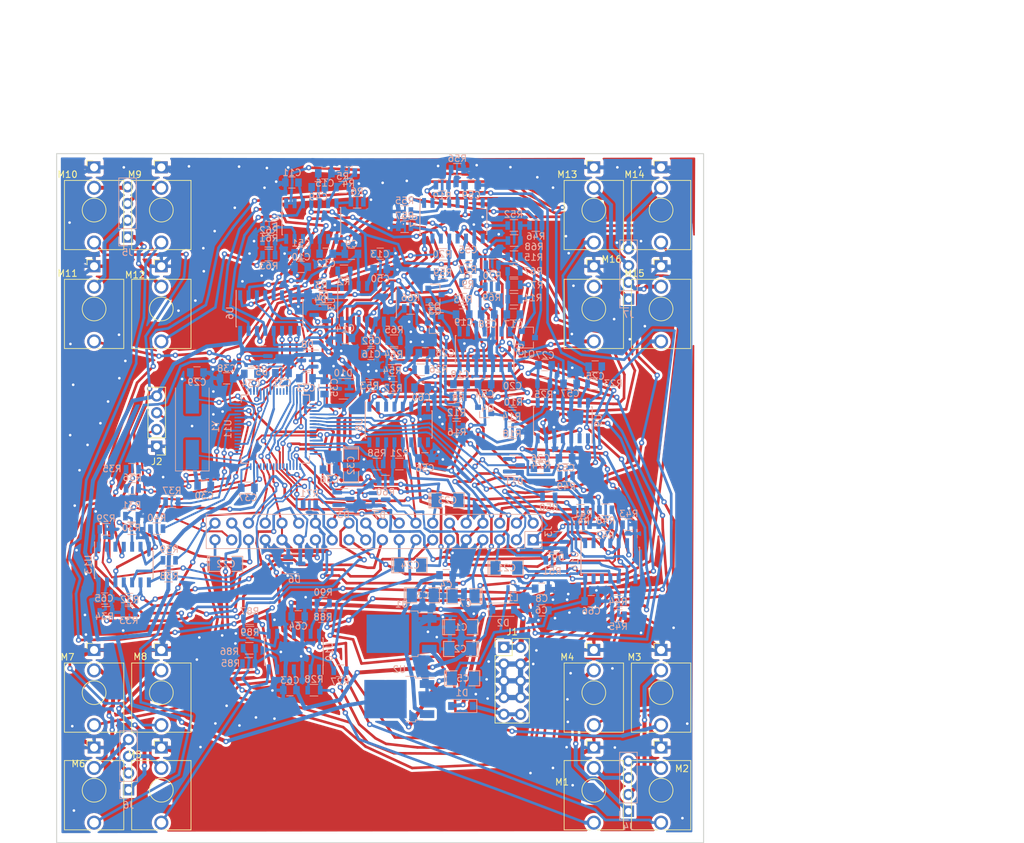
<source format=kicad_pcb>
(kicad_pcb (version 20211014) (generator pcbnew)
  (layers (0 "F.Cu" signal) (31 "B.Cu" signal) (34 "B.Paste" user) (35 "F.Paste" user) (36 "B.SilkS" user "B.Silkscreen") (37 "F.SilkS" user "F.Silkscreen") (38 "B.Mask" user) (39 "F.Mask" user) (44 "Edge.Cuts" user))
  (net 0 "")
  (net 1 "-12V")
  (net 2 "+12V")
  (net 3 "5volts")
  (net 4 "GND")
  (net 5 "+3.3VA")
  (net 6 "DAC5")
  (net 7 "DAC7")
  (net 8 "DAC1")
  (net 9 "DAC3")
  (net 10 "DAC2")
  (net 11 "DAC4")
  (net 12 "DAC6")
  (net 13 "DAC8")
  (net 14 "Net-(C17-Pad1)")
  (net 15 "Net-(C17-Pad2)")
  (net 16 "Net-(C18-Pad2)")
  (net 17 "Net-(C18-Pad1)")
  (net 18 "Net-(C19-Pad2)")
  (net 19 "Net-(C19-Pad1)")
  (net 20 "Net-(C20-Pad2)")
  (net 21 "Net-(C20-Pad1)")
  (net 22 "IN4")
  (net 23 "IN2")
  (net 24 "+3.3V")
  (net 25 "IN3")
  (net 26 "Net-(C21-Pad2)")
  (net 27 "Net-(C22-Pad2)")
  (net 28 "IN1")
  (net 29 "Net-(C25-Pad1)")
  (net 30 "OUT4TOMIX")
  (net 31 "Net-(C26-Pad1)")
  (net 32 "OUT2TOMIX")
  (net 33 "Net-(C27-Pad1)")
  (net 34 "OUT3TOMIX")
  (net 35 "Net-(C28-Pad1)")
  (net 36 "OUT1TOMIX")
  (net 37 "Net-(C29-Pad1)")
  (net 38 "Net-(C30-Pad1)")
  (net 39 "Net-(C31-Pad1)")
  (net 40 "Net-(C23-Pad2)")
  (net 41 "Net-(D1-Pad1)")
  (net 42 "Net-(D2-Pad2)")
  (net 43 "/micro/SWDIO")
  (net 44 "/micro/SWCLK")
  (net 45 "ADC6")
  (net 46 "C4")
  (net 47 "ADC7")
  (net 48 "B4")
  (net 49 "F8")
  (net 50 "F5")
  (net 51 "F7")
  (net 52 "F1")
  (net 53 "C1")
  (net 54 "ADC5")
  (net 55 "ADC4")
  (net 56 "Frec")
  (net 57 "C3")
  (net 58 "ADC0")
  (net 59 "Fpush")
  (net 60 "Fplay")
  (net 61 "B3")
  (net 62 "F6")
  (net 63 "B1")
  (net 64 "ADC1")
  (net 65 "F4")
  (net 66 "ADC3")
  (net 67 "F2")
  (net 68 "ADC2")
  (net 69 "F3")
  (net 70 "B2")
  (net 71 "C2")
  (net 72 "OUT4")
  (net 73 "OUT3")
  (net 74 "OUT2")
  (net 75 "OUT1")
  (net 76 "v4")
  (net 77 "v3")
  (net 78 "v2")
  (net 79 "v1")
  (net 80 "Net-(Q1-Pad2)")
  (net 81 "/euro_touch/c4")
  (net 82 "/euro_touch/c2")
  (net 83 "Net-(Q2-Pad2)")
  (net 84 "Net-(Q3-Pad2)")
  (net 85 "/euro_touch/c3")
  (net 86 "/euro_touch/c1")
  (net 87 "Net-(Q4-Pad2)")
  (net 88 "Net-(R1-Pad2)")
  (net 89 "Net-(R2-Pad1)")
  (net 90 "Net-(R4-Pad2)")
  (net 91 "Net-(R5-Pad1)")
  (net 92 "/euro_touch/o4")
  (net 93 "/euro_touch/o2")
  (net 94 "/euro_touch/o3")
  (net 95 "/euro_touch/o1")
  (net 96 "Net-(R19-Pad2)")
  (net 97 "Net-(R20-Pad2)")
  (net 98 "Net-(R21-Pad2)")
  (net 99 "Net-(R22-Pad2)")
  (net 100 "FR1")
  (net 101 "Net-(R35-Pad2)")
  (net 102 "Net-(R36-Pad2)")
  (net 103 "FR2")
  (net 104 "Net-(R37-Pad2)")
  (net 105 "FR3")
  (net 106 "Net-(R38-Pad2)")
  (net 107 "FR4")
  (net 108 "Net-(R39-Pad2)")
  (net 109 "rec")
  (net 110 "Net-(R40-Pad2)")
  (net 111 "push")
  (net 112 "Net-(R47-Pad2)")
  (net 113 "FR5")
  (net 114 "Net-(R48-Pad2)")
  (net 115 "FR6")
  (net 116 "FR7")
  (net 117 "Net-(R49-Pad2)")
  (net 118 "Net-(R50-Pad2)")
  (net 119 "FR8")
  (net 120 "Net-(R51-Pad2)")
  (net 121 "play")
  (net 122 "Net-(R53-Pad1)")
  (net 123 "Net-(R55-Pad1)")
  (net 124 "Net-(R57-Pad1)")
  (net 125 "Net-(R58-Pad1)")
  (net 126 "Net-(R61-Pad2)")
  (net 127 "Net-(R62-Pad1)")
  (net 128 "Net-(R64-Pad2)")
  (net 129 "Net-(R65-Pad1)")
  (net 130 "SEL1")
  (net 131 "SEL2")
  (net 132 "SEL3")
  (net 133 "EN_LOW1")
  (net 134 "DAC")
  (net 135 "Net-(R46-Pad1)")
  (net 136 "/IOjacks/nv1")
  (net 137 "/IOjacks/ni1")
  (net 138 "/IOjacks/no1")
  (net 139 "/IOjacks/nc1")
  (net 140 "/IOjacks/nv3")
  (net 141 "/IOjacks/ni3")
  (net 142 "/IOjacks/no3")
  (net 143 "/IOjacks/nc3")
  (net 144 "/IOjacks/nc2")
  (net 145 "/IOjacks/no2")
  (net 146 "/IOjacks/ni2")
  (net 147 "/IOjacks/nv2")
  (net 148 "/IOjacks/nc4")
  (net 149 "/IOjacks/no4")
  (net 150 "/IOjacks/ni4")
  (net 151 "/IOjacks/nv4")
  (net 152 "TRIG")
  (net 153 "Net-(C24-Pad2)")
  (net 154 "Net-(C32-Pad1)")
  (net 155 "TRIGG")
  (footprint "Pin_Headers:Pin_Header_Straight_2x05_Pitch2.54mm" (layer "F.Cu") (at 121.65 121.8)
    (fp_text reference "J1")
    (fp_text value "Conn_02x05_Odd_Even")
  )
  (footprint "Pin_Headers:Pin_Header_Straight_1x04_Pitch2.54mm" (layer "F.Cu") (at 69 91.3 180)
    (fp_text reference "J2")
    (fp_text value "prog")
  )
  (footprint "new_kicad:Jack_3.5mm_QingPu_WQP-PJ398SM_Vertical_CircularHoles" (layer "F.Cu") (at 135.3 137)
    (fp_text reference "M1")
    (fp_text value "AUDIO-JACKERTHENVAR-PJ398")
  )
  (footprint "new_kicad:Jack_3.5mm_QingPu_WQP-PJ398SM_Vertical_CircularHoles" (layer "F.Cu") (at 145.5 137)
    (fp_text reference "M2")
    (fp_text value "AUDIO-JACKERTHENVAR-PJ398")
  )
  (footprint "new_kicad:Jack_3.5mm_QingPu_WQP-PJ398SM_Vertical_CircularHoles" (layer "F.Cu") (at 145.5 122.2)
    (fp_text reference "M3")
    (fp_text value "AUDIO-JACKERTHENVAR-PJ398")
  )
  (footprint "new_kicad:Jack_3.5mm_QingPu_WQP-PJ398SM_Vertical_CircularHoles" (layer "F.Cu") (at 135.3 122.2)
    (fp_text reference "M4")
    (fp_text value "AUDIO-JACKERTHENVAR-PJ398")
  )
  (footprint "new_kicad:Jack_3.5mm_QingPu_WQP-PJ398SM_Vertical_CircularHoles" (layer "F.Cu") (at 69.7 137)
    (fp_text reference "M5")
    (fp_text value "AUDIO-JACKERTHENVAR-PJ398")
  )
  (footprint "new_kicad:Jack_3.5mm_QingPu_WQP-PJ398SM_Vertical_CircularHoles" (layer "F.Cu") (at 59.5 137)
    (fp_text reference "M6")
    (fp_text value "AUDIO-JACKERTHENVAR-PJ398")
  )
  (footprint "new_kicad:Jack_3.5mm_QingPu_WQP-PJ398SM_Vertical_CircularHoles" (layer "F.Cu") (at 59.5 122.2)
    (fp_text reference "M7")
    (fp_text value "AUDIO-JACKERTHENVAR-PJ398")
  )
  (footprint "new_kicad:Jack_3.5mm_QingPu_WQP-PJ398SM_Vertical_CircularHoles" (layer "F.Cu") (at 69.7 122.2)
    (fp_text reference "M8")
    (fp_text value "AUDIO-JACKERTHENVAR-PJ398")
  )
  (footprint "new_kicad:Jack_3.5mm_QingPu_WQP-PJ398SM_Vertical_CircularHoles" (layer "F.Cu") (at 69.7 49)
    (fp_text reference "M9")
    (fp_text value "AUDIO-JACKERTHENVAR-PJ398")
  )
  (footprint "new_kicad:Jack_3.5mm_QingPu_WQP-PJ398SM_Vertical_CircularHoles" (layer "F.Cu") (at 59.5 49)
    (fp_text reference "M10")
    (fp_text value "AUDIO-JACKERTHENVAR-PJ398")
  )
  (footprint "new_kicad:Jack_3.5mm_QingPu_WQP-PJ398SM_Vertical_CircularHoles" (layer "F.Cu") (at 59.5 64)
    (fp_text reference "M11")
    (fp_text value "AUDIO-JACKERTHENVAR-PJ398")
  )
  (footprint "new_kicad:Jack_3.5mm_QingPu_WQP-PJ398SM_Vertical_CircularHoles" (layer "F.Cu") (at 69.7 64)
    (fp_text reference "M12")
    (fp_text value "AUDIO-JACKERTHENVAR-PJ398")
  )
  (footprint "new_kicad:Jack_3.5mm_QingPu_WQP-PJ398SM_Vertical_CircularHoles" (layer "F.Cu") (at 135.3 49)
    (fp_text reference "M13")
    (fp_text value "AUDIO-JACKERTHENVAR-PJ398")
  )
  (footprint "new_kicad:Jack_3.5mm_QingPu_WQP-PJ398SM_Vertical_CircularHoles" (layer "F.Cu") (at 145.5 49)
    (fp_text reference "M14")
    (fp_text value "AUDIO-JACKERTHENVAR-PJ398")
  )
  (footprint "new_kicad:Jack_3.5mm_QingPu_WQP-PJ398SM_Vertical_CircularHoles" (layer "F.Cu") (at 145.5 64)
    (fp_text reference "M15")
    (fp_text value "AUDIO-JACKERTHENVAR-PJ398")
  )
  (footprint "new_kicad:Jack_3.5mm_QingPu_WQP-PJ398SM_Vertical_CircularHoles" (layer "F.Cu") (at 135.3 64)
    (fp_text reference "M16")
    (fp_text value "AUDIO-JACKERTHENVAR-PJ398")
  )
  (footprint "SMD_Packages:SMD-1206_Pol" (layer "B.Cu") (at 115.17 118.74)
    (fp_text reference "C1")
    (fp_text value "10uF")
  )
  (footprint "SMD_Packages:SMD-1206_Pol" (layer "B.Cu") (at 115.05 122.05 180)
    (fp_text reference "C2")
    (fp_text value "10uF")
  )
  (footprint "SMD_Packages:SMD-1206_Pol" (layer "B.Cu") (at 109.35 113.9)
    (fp_text reference "C3")
    (fp_text value "10uF")
  )
  (footprint "Capacitors_SMD:C_0805" (layer "B.Cu") (at 112.9 110.85)
    (fp_text reference "C4")
    (fp_text value "100nF")
  )
  (footprint "SMD_Packages:SMD-1206_Pol" (layer "B.Cu") (at 115.45 126.5)
    (fp_text reference "C5")
    (fp_text value "10uF")
  )
  (footprint "Capacitors_SMD:C_0805" (layer "B.Cu") (at 127.4 116.2 180)
    (fp_text reference "C6")
    (fp_text value "100nF")
  )
  (footprint "SMD_Packages:SMD-1206_Pol" (layer "B.Cu") (at 115.55 114.05 180)
    (fp_text reference "C7")
    (fp_text value "10uF")
  )
  (footprint "Capacitors_SMD:C_0805" (layer "B.Cu") (at 127.4 112.9)
    (fp_text reference "C8")
    (fp_text value "100nF")
  )
  (footprint "Capacitors_SMD:C_0805" (layer "B.Cu") (at 98.53 62.12 180)
    (fp_text reference "C9")
    (fp_text value "1NF")
  )
  (footprint "Capacitors_SMD:C_0805" (layer "B.Cu") (at 90.9 64.1 180)
    (fp_text reference "C10")
    (fp_text value "1NF")
  )
  (footprint "Capacitors_SMD:C_0805" (layer "B.Cu") (at 89.5 51.3 180)
    (fp_text reference "C11")
    (fp_text value "1NF")
  )
  (footprint "Capacitors_SMD:C_0805" (layer "B.Cu") (at 94.7 62.1)
    (fp_text reference "C12")
    (fp_text value "1NF")
  )
  (footprint "Capacitors_SMD:C_0805" (layer "B.Cu") (at 102.9 62.1)
    (fp_text reference "C13")
    (fp_text value "1NF")
  )
  (footprint "Capacitors_SMD:C_0805" (layer "B.Cu") (at 97.6 74.9 180)
    (fp_text reference "C14")
    (fp_text value "1NF")
  )
  (footprint "Capacitors_SMD:C_0805" (layer "B.Cu") (at 94.5 49.9)
    (fp_text reference "C15")
    (fp_text value "1NF")
  )
  (footprint "Capacitors_SMD:C_0805" (layer "B.Cu") (at 101.5 77.3)
    (fp_text reference "C16")
    (fp_text value "1NF")
  )
  (footprint "Capacitors_SMD:C_0805" (layer "B.Cu") (at 123.1 71.3)
    (fp_text reference "C17")
    (fp_text value "1N")
  )
  (footprint "Capacitors_SMD:C_0805" (layer "B.Cu") (at 115.01 81.89 180)
    (fp_text reference "C18")
    (fp_text value "1N")
  )
  (footprint "Capacitors_SMD:C_0805" (layer "B.Cu") (at 115.4 71.3 180)
    (fp_text reference "C19")
    (fp_text value "1N")
  )
  (footprint "Capacitors_SMD:C_0805" (layer "B.Cu") (at 122.9 82.1)
    (fp_text reference "C20")
    (fp_text value "1N")
  )
  (footprint "SMD_Packages:SMD-1206_Pol" (layer "B.Cu") (at 122.05 109.75)
    (fp_text reference "C21")
    (fp_text value "4.7U")
  )
  (footprint "SMD_Packages:SMD-1206_Pol" (layer "B.Cu") (at 79.5 109.15)
    (fp_text reference "C22")
    (fp_text value "4.7U")
  )
  (footprint "SMD_Packages:SMD-1206_Pol" (layer "B.Cu") (at 113.1 99.5)
    (fp_text reference "C23")
    (fp_text value "4.7U")
  )
  (footprint "SMD_Packages:SMD-1206_Pol" (layer "B.Cu") (at 107.45 109.35)
    (fp_text reference "C24")
    (fp_text value "4.7U")
  )
  (footprint "Capacitors_SMD:C_0805" (layer "B.Cu") (at 135.5 79.2)
    (fp_text reference "C25")
    (fp_text value "100P")
  )
  (footprint "Capacitors_SMD:C_0805" (layer "B.Cu") (at 127.2 94.6 180)
    (fp_text reference "C26")
    (fp_text value "100P")
  )
  (footprint "Capacitors_SMD:C_0805" (layer "B.Cu") (at 127.9 79 180)
    (fp_text reference "C27")
    (fp_text value "100P")
  )
  (footprint "Capacitors_SMD:C_0805" (layer "B.Cu") (at 109.75 77.19)
    (fp_text reference "C28")
    (fp_text value "100P")
  )
  (footprint "Capacitors_SMD:C_0805" (layer "B.Cu") (at 75.1 80.1)
    (fp_text reference "C29")
    (fp_text value "18pF")
  )
  (footprint "Capacitors_SMD:C_0805" (layer "B.Cu") (at 76.2 97.3)
    (fp_text reference "C30")
    (fp_text value "18pF")
  )
  (footprint "Capacitors_SMD:C_0805" (layer "B.Cu") (at 88 80.2)
    (fp_text reference "C31")
    (fp_text value "100nF")
  )
  (footprint "SMD_Packages:SMD-1206_Pol" (layer "B.Cu") (at 98.47 94.22 -90)
    (fp_text reference "C32")
    (fp_text value "4.7uF")
  )
  (footprint "Capacitors_SMD:C_0805" (layer "B.Cu") (at 91.63 80.98)
    (fp_text reference "C33")
    (fp_text value "100nF")
  )
  (footprint "Capacitors_SMD:C_0805" (layer "B.Cu") (at 83.28 80.31)
    (fp_text reference "C34")
    (fp_text value "100nF")
  )
  (footprint "Capacitors_SMD:C_0805" (layer "B.Cu") (at 94.45 82.39 90)
    (fp_text reference "C35")
    (fp_text value "100nF")
  )
  (footprint "Capacitors_SMD:C_0805" (layer "B.Cu") (at 95.22 94.83)
    (fp_text reference "C36")
    (fp_text value "100nF")
  )
  (footprint "Capacitors_SMD:C_0805" (layer "B.Cu") (at 82.825 97.6)
    (fp_text reference "C37")
    (fp_text value "100nF")
  )
  (footprint "Capacitors_SMD:C_0805" (layer "B.Cu") (at 79.6 81 180)
    (fp_text reference "C38")
    (fp_text value "100nF")
  )
  (footprint "Capacitors_SMD:C_0805" (layer "B.Cu") (at 93.5 52)
    (fp_text reference "C49")
    (fp_text value "100nF")
  )
  (footprint "Capacitors_SMD:C_0805" (layer "B.Cu") (at 102.9 64.4)
    (fp_text reference "C50")
    (fp_text value "100nF")
  )
  (footprint "Capacitors_SMD:C_0805" (layer "B.Cu") (at 90.9 62 180)
    (fp_text reference "C51")
    (fp_text value "100nF")
  )
  (footprint "Capacitors_SMD:C_0805" (layer "B.Cu") (at 101.5 75.3)
    (fp_text reference "C52")
    (fp_text value "100nF")
  )
  (footprint "Capacitors_SMD:C_0805" (layer "B.Cu") (at 131 93.1)
    (fp_text reference "C53")
    (fp_text value "100nF")
  )
  (footprint "Capacitors_SMD:C_0805" (layer "B.Cu") (at 118.74 81.89)
    (fp_text reference "C54")
    (fp_text value "100nF")
  )
  (footprint "Capacitors_SMD:C_0805" (layer "B.Cu") (at 116.3 62.3)
    (fp_text reference "C55")
    (fp_text value "100nF")
  )
  (footprint "Capacitors_SMD:C_0805" (layer "B.Cu") (at 109.69 93.13)
    (fp_text reference "C56")
    (fp_text value "100nF")
  )
  (footprint "Capacitors_SMD:C_0805" (layer "B.Cu") (at 131.7 81.8)
    (fp_text reference "C57")
    (fp_text value "100nF")
  )
  (footprint "Capacitors_SMD:C_0805" (layer "B.Cu") (at 119.2 71.3)
    (fp_text reference "C58")
    (fp_text value "100nF")
  )
  (footprint "Capacitors_SMD:C_0805" (layer "B.Cu") (at 116.7 51.7)
    (fp_text reference "C59")
    (fp_text value "100nF")
  )
  (footprint "Capacitors_SMD:C_0805" (layer "B.Cu") (at 109.1 82.4)
    (fp_text reference "C60")
    (fp_text value "100nF")
  )
  (footprint "Capacitors_SMD:C_0805" (layer "B.Cu") (at 89.2 128.3 180)
    (fp_text reference "C63")
    (fp_text value "100nF")
  )
  (footprint "Capacitors_SMD:C_0805" (layer "B.Cu") (at 90.45 117.1)
    (fp_text reference "C64")
    (fp_text value "100nF")
  )
  (footprint "Capacitors_SMD:C_0805" (layer "B.Cu") (at 61.1 114.4)
    (fp_text reference "C65")
    (fp_text value "100nF")
  )
  (footprint "Capacitors_SMD:C_0805" (layer "B.Cu") (at 134.9 114.8)
    (fp_text reference "C66")
    (fp_text value "100nF")
  )
  (footprint "Diodes_SMD:D_SOD-123" (layer "B.Cu") (at 115.3 130.7 180)
    (fp_text reference "D1")
    (fp_text value "D")
  )
  (footprint "Diodes_SMD:D_SOD-123" (layer "B.Cu") (at 121.55 116.1)
    (fp_text reference "D2")
    (fp_text value "D")
  )
  (footprint "Pin_Headers:Pin_Header_Straight_2x20_Pitch2.54mm" (layer "B.Cu") (at 126.1 105.5 90)
    (fp_text reference "J3")
    (fp_text value "Conn_02x20_Counter_Clockwise")
  )
  (footprint "Resistors_SMD:R_0603" (layer "B.Cu") (at 123.04 112.82)
    (fp_text reference "L1")
    (fp_text value "INDUCTOR")
  )
  (footprint "TO_SOT_Packages_SMD:SOT-23" (layer "B.Cu") (at 125.38 74.82)
    (fp_text reference "Q1")
    (fp_text value "Q_PNP_BEC")
  )
  (footprint "TO_SOT_Packages_SMD:SOT-23" (layer "B.Cu") (at 111.1 72.6 180)
    (fp_text reference "Q2")
    (fp_text value "Q_PNP_BEC")
  )
  (footprint "TO_SOT_Packages_SMD:SOT-23" (layer "B.Cu") (at 111.2 68.3)
    (fp_text reference "Q3")
    (fp_text value "Q_PNP_BEC")
  )
  (footprint "TO_SOT_Packages_SMD:SOT-23" (layer "B.Cu") (at 118.74 85.39 180)
    (fp_text reference "Q4")
    (fp_text value "Q_PNP_BEC")
  )
  (footprint "Resistors_SMD:R_0805" (layer "B.Cu") (at 94.34 68.68)
    (fp_text reference "R1")
    (fp_text value "1K")
  )
  (footprint "Resistors_SMD:R_0805" (layer "B.Cu") (at 97.4 64.7)
    (fp_text reference "R2")
    (fp_text value "1K")
  )
  (footprint "Resistors_SMD:R_0805" (layer "B.Cu") (at 94.14 66.78)
    (fp_text reference "R3")
    (fp_text value "1K")
  )
  (footprint "Resistors_SMD:R_0805" (layer "B.Cu") (at 98.1 49.8)
    (fp_text reference "R4")
    (fp_text value "1K")
  )
  (footprint "Resistors_SMD:R_0805" (layer "B.Cu") (at 97.2 52 180)
    (fp_text reference "R5")
    (fp_text value "1K")
  )
  (footprint "Resistors_SMD:R_0805" (layer "B.Cu") (at 99.4 54.3 180)
    (fp_text reference "R6")
    (fp_text value "1K")
  )
  (footprint "Resistors_SMD:R_0805" (layer "B.Cu") (at 123.2 66.8)
    (fp_text reference "R7")
    (fp_text value "220k")
  )
  (footprint "Resistors_SMD:R_0805" (layer "B.Cu") (at 114.7 83.8 180)
    (fp_text reference "R8")
    (fp_text value "220k")
  )
  (footprint "Resistors_SMD:R_0805" (layer "B.Cu") (at 116.2 66.5 180)
    (fp_text reference "R9")
    (fp_text value "220k")
  )
  (footprint "Resistors_SMD:R_0805" (layer "B.Cu") (at 123 84.5)
    (fp_text reference "R10")
    (fp_text value "220K")
  )
  (footprint "Resistors_SMD:R_0805" (layer "B.Cu") (at 123.2 69 180)
    (fp_text reference "R11")
    (fp_text value "33k")
  )
  (footprint "Resistors_SMD:R_0805" (layer "B.Cu") (at 114.5 86.2)
    (fp_text reference "R12")
    (fp_text value "33k")
  )
  (footprint "Resistors_SMD:R_0805" (layer "B.Cu") (at 115.4 69)
    (fp_text reference "R13")
    (fp_text value "33k")
  )
  (footprint "Resistors_SMD:R_0805" (layer "B.Cu") (at 122.9 86.7)
    (fp_text reference "R14")
    (fp_text value "33K")
  )
  (footprint "Resistors_SMD:R_0805" (layer "B.Cu") (at 123.19 62.55)
    (fp_text reference "R15")
    (fp_text value "1K")
  )
  (footprint "Resistors_SMD:R_0805" (layer "B.Cu") (at 114.5 88.4 180)
    (fp_text reference "R16")
    (fp_text value "1K")
  )
  (footprint "Resistors_SMD:R_0805" (layer "B.Cu") (at 116.2 64.5 180)
    (fp_text reference "R17")
    (fp_text value "1K")
  )
  (footprint "Resistors_SMD:R_0805" (layer "B.Cu") (at 122.94 89.27 180)
    (fp_text reference "R18")
    (fp_text value "1K")
  )
  (footprint "Resistors_SMD:R_0805" (layer "B.Cu") (at 112.3 51.7)
    (fp_text reference "R19")
    (fp_text value "100k")
  )
  (footprint "Resistors_SMD:R_0805" (layer "B.Cu") (at 112.4 62.2)
    (fp_text reference "R20")
    (fp_text value "100k")
  )
  (footprint "Resistors_SMD:R_0805" (layer "B.Cu") (at 105.8 94 180)
    (fp_text reference "R21")
    (fp_text value "100k")
  )
  (footprint "Resistors_SMD:R_0805" (layer "B.Cu") (at 104.9 82.4)
    (fp_text reference "R22")
    (fp_text value "100K")
  )
  (footprint "Resistors_SMD:R_0805" (layer "B.Cu") (at 135.3 81.8 180)
    (fp_text reference "R23")
    (fp_text value "27K")
  )
  (footprint "Resistors_SMD:R_0805" (layer "B.Cu") (at 127.3 92.5)
    (fp_text reference "R24")
    (fp_text value "27K")
  )
  (footprint "Resistors_SMD:R_0805" (layer "B.Cu") (at 127.7 81.8)
    (fp_text reference "R25")
    (fp_text value "20k")
  )
  (footprint "Resistors_SMD:R_0805" (layer "B.Cu") (at 109.05 79.71 180)
    (fp_text reference "R26")
    (fp_text value "27K")
  )
  (footprint "Resistors_SMD:R_0805" (layer "B.Cu") (at 96.8 125.35)
    (fp_text reference "R27")
    (fp_text value "10K")
  )
  (footprint "Resistors_SMD:R_0805" (layer "B.Cu") (at 92.85 128.3 180)
    (fp_text reference "R28")
    (fp_text value "10K")
  )
  (footprint "Resistors_SMD:R_0805" (layer "B.Cu") (at 61.3 103.9 180)
    (fp_text reference "R29")
    (fp_text value "3.3M")
  )
  (footprint "Resistors_SMD:R_0805" (layer "B.Cu") (at 65.2 103.8 180)
    (fp_text reference "R30")
    (fp_text value "3.3M")
  )
  (footprint "Resistors_SMD:R_0805" (layer "B.Cu") (at 65.2 101.9 180)
    (fp_text reference "R31")
    (fp_text value "3.3M")
  )
  (footprint "Resistors_SMD:R_0805" (layer "B.Cu") (at 64.8 114.5)
    (fp_text reference "R32")
    (fp_text value "3.3M")
  )
  (footprint "Resistors_SMD:R_0805" (layer "B.Cu") (at 64.8 116.5)
    (fp_text reference "R33")
    (fp_text value "3.3M")
  )
  (footprint "Resistors_SMD:R_0805" (layer "B.Cu") (at 61.3 116.5 180)
    (fp_text reference "R34")
    (fp_text value "3.3M")
  )
  (footprint "Resistors_SMD:R_0805" (layer "B.Cu") (at 65.3 94.8 180)
    (fp_text reference "R35")
    (fp_text value "1K")
  )
  (footprint "Resistors_SMD:R_0805" (layer "B.Cu") (at 65.3 97.7 180)
    (fp_text reference "R36")
    (fp_text value "1K")
  )
  (footprint "Resistors_SMD:R_0805" (layer "B.Cu") (at 71.3 99.7 180)
    (fp_text reference "R37")
    (fp_text value "1K")
  )
  (footprint "Resistors_SMD:R_0805" (layer "B.Cu") (at 70.8 111 180)
    (fp_text reference "R38")
    (fp_text value "1K")
  )
  (footprint "Resistors_SMD:R_0805" (layer "B.Cu") (at 70.9 108.6 180)
    (fp_text reference "R39")
    (fp_text value "1K")
  )
  (footprint "Resistors_SMD:R_0805" (layer "B.Cu") (at 69 103.8 180)
    (fp_text reference "R40")
    (fp_text value "1K")
  )
  (footprint "Resistors_SMD:R_0805" (layer "B.Cu") (at 133.7 103.2 180)
    (fp_text reference "R41")
    (fp_text value "3.3M")
  )
  (footprint "Resistors_SMD:R_0805" (layer "B.Cu") (at 137 103.2)
    (fp_text reference "R42")
    (fp_text value "3.3M")
  )
  (footprint "Resistors_SMD:R_0805" (layer "B.Cu") (at 140.6 103.2 180)
    (fp_text reference "R43")
    (fp_text value "3.3M")
  )
  (footprint "Resistors_SMD:R_0805" (layer "B.Cu") (at 139 114.8)
    (fp_text reference "R44")
    (fp_text value "3.3M")
  )
  (footprint "Resistors_SMD:R_0805" (layer "B.Cu") (at 139 117)
    (fp_text reference "R45")
    (fp_text value "3.3M")
  )
  (footprint "Resistors_SMD:R_0805" (layer "B.Cu") (at 133.28 101.01)
    (fp_text reference "R47")
    (fp_text value "1K")
  )
  (footprint "Resistors_SMD:R_0805" (layer "B.Cu") (at 137.1 100.94)
    (fp_text reference "R48")
    (fp_text value "1K")
  )
  (footprint "Resistors_SMD:R_0805" (layer "B.Cu") (at 131.12 95.77)
    (fp_text reference "R49")
    (fp_text value "1K")
  )
  (footprint "Resistors_SMD:R_0805" (layer "B.Cu") (at 128.47 98.96)
    (fp_text reference "R50")
    (fp_text value "1K")
  )
  (footprint "Resistors_SMD:R_0805" (layer "B.Cu") (at 128.97 108.61)
    (fp_text reference "R51")
    (fp_text value "1K")
  )
  (footprint "Resistors_SMD:R_0805" (layer "B.Cu") (at 101.37 82.07 180)
    (fp_text reference "R53")
    (fp_text value "620R")
  )
  (footprint "Resistors_SMD:R_0805" (layer "B.Cu") (at 104.7 79.8)
    (fp_text reference "R54")
    (fp_text value "620R")
  )
  (footprint "Resistors_SMD:R_0805" (layer "B.Cu") (at 106.6 55.7 180)
    (fp_text reference "R55")
    (fp_text value "620R")
  )
  (footprint "Resistors_SMD:R_0805" (layer "B.Cu") (at 114.6 49.3 180)
    (fp_text reference "R56")
    (fp_text value "620R")
  )
  (footprint "Resistors_SMD:R_0805" (layer "B.Cu") (at 106.6 58 180)
    (fp_text reference "R57")
    (fp_text value "620R")
  )
  (footprint "Resistors_SMD:R_0805" (layer "B.Cu") (at 102.4 94 180)
    (fp_text reference "R58")
    (fp_text value "620R")
  )
  (footprint "Resistors_SMD:R_0805" (layer "B.Cu") (at 112.35 64.96)
    (fp_text reference "R59")
    (fp_text value "620R")
  )
  (footprint "Resistors_SMD:R_0805" (layer "B.Cu") (at 103.7 96.6)
    (fp_text reference "R60")
    (fp_text value "620R")
  )
  (footprint "Resistors_SMD:R_0805" (layer "B.Cu") (at 86 58.1)
    (fp_text reference "R61")
    (fp_text value "1K")
  )
  (footprint "Resistors_SMD:R_0805" (layer "B.Cu") (at 86 60.2 180)
    (fp_text reference "R62")
    (fp_text value "1K")
  )
  (footprint "Resistors_SMD:R_0805" (layer "B.Cu") (at 86 62.3)
    (fp_text reference "R63")
    (fp_text value "1K")
  )
  (footprint "Resistors_SMD:R_0805" (layer "B.Cu") (at 105 77.3)
    (fp_text reference "R64")
    (fp_text value "1K")
  )
  (footprint "Resistors_SMD:R_0805" (layer "B.Cu") (at 105 75.3 180)
    (fp_text reference "R65")
    (fp_text value "1K")
  )
  (footprint "Resistors_SMD:R_0805" (layer "B.Cu") (at 107.5 70.4 180)
    (fp_text reference "R66")
    (fp_text value "1K")
  )
  (footprint "Resistors_SMD:R_0805" (layer "B.Cu") (at 82.95 124.25 180)
    (fp_text reference "R85")
    (fp_text value "10K")
  )
  (footprint "Resistors_SMD:R_0805" (layer "B.Cu") (at 83.05 121.95)
    (fp_text reference "R86")
    (fp_text value "10K")
  )
  (footprint "Resistors_SMD:R_0805" (layer "B.Cu") (at 83.1 117.45)
    (fp_text reference "R87")
    (fp_text value "10K")
  )
  (footprint "Resistors_SMD:R_0805" (layer "B.Cu") (at 94.15 117.15)
    (fp_text reference "R88")
    (fp_text value "10K")
  )
  (footprint "Resistors_SMD:R_0805" (layer "B.Cu") (at 83.15 119.5 180)
    (fp_text reference "R89")
    (fp_text value "10K")
  )
  (footprint "Resistors_SMD:R_0805" (layer "B.Cu") (at 94.25 115.1 180)
    (fp_text reference "R90")
    (fp_text value "10K")
  )
  (footprint "TO_SOT_Packages_SMD:TO-252-2" (layer "B.Cu") (at 106.15 119.75 180)
    (fp_text reference "U1")
    (fp_text value "LM1117-5.0")
  )
  (footprint "TO_SOT_Packages_SMD:TO-252-2" (layer "B.Cu") (at 105.8 129.65 180)
    (fp_text reference "U2")
    (fp_text value "LM1117-3.3")
  )
  (footprint "Housings_SOIC:SOIC-14_3.9x8.7mm_Pitch1.27mm" (layer "B.Cu") (at 100.9 69.7 -90)
    (fp_text reference "U3")
    (fp_text value "TL074")
  )
  (footprint "Housings_SOIC:SOIC-14_3.9x8.7mm_Pitch1.27mm" (layer "B.Cu") (at 92.45 57.15 -90)
    (fp_text reference "U4")
    (fp_text value "TL074")
  )
  (footprint "Housings_SOIC:SOIC-14_3.9x8.7mm_Pitch1.27mm" (layer "B.Cu") (at 118.75 76.6 90)
    (fp_text reference "U5")
    (fp_text value "TL074")
  )
  (footprint "Housings_SOIC:SOIC-16_3.9x9.9mm_Pitch1.27mm" (layer "B.Cu") (at 86.1 71.1 -90)
    (fp_text reference "U6")
    (fp_text value "4051")
  )
  (footprint "Housings_SOIC:SOIC-16_3.9x9.9mm_Pitch1.27mm" (layer "B.Cu") (at 114 57.1 -90)
    (fp_text reference "U7")
    (fp_text value "LM13700")
  )
  (footprint "Housings_SOIC:SOIC-16_3.9x9.9mm_Pitch1.27mm" (layer "B.Cu") (at 105.7 88 -90)
    (fp_text reference "U8")
    (fp_text value "LM13700")
  )
  (footprint "Housings_SOIC:SOIC-14_3.9x8.7mm_Pitch1.27mm" (layer "B.Cu") (at 130.6 87.4 90)
    (fp_text reference "U9")
    (fp_text value "TL074")
  )
  (footprint "Housings_SOIC:SOIC-14_3.9x8.7mm_Pitch1.27mm" (layer "B.Cu") (at 89.8 122.45 90)
    (fp_text reference "U10")
    (fp_text value "TL074")
  )
  (footprint "Housings_QFP:LQFP-64_10x10mm_Pitch0.5mm" (layer "B.Cu") (at 87 88.7 -90)
    (fp_text reference "U11")
    (fp_text value "STM32F413RGTx")
  )
  (footprint "Housings_SOIC:SOIC-14_3.9x8.7mm_Pitch1.27mm" (layer "B.Cu") (at 64 109.25 -90)
    (fp_text reference "U13")
    (fp_text value "40106")
  )
  (footprint "Housings_SOIC:SOIC-14_3.9x8.7mm_Pitch1.27mm" (layer "B.Cu") (at 137.8 108.7 -90)
    (fp_text reference "U14")
    (fp_text value "40106")
  )
  (footprint "Crystals:Crystal_SMD_HC49-SD" (layer "B.Cu") (at 74.4 88.35 90)
    (fp_text reference "Y1")
    (fp_text value "8MHz")
  )
  (footprint "Resistors_SMD:R_0805" (layer "B.Cu") (at 126.49 57.82)
    (fp_text reference "R46")
    (fp_text value "100R")
  )
  (footprint "Resistors_SMD:R_0805" (layer "B.Cu") (at 123.18 57.82)
    (fp_text reference "R52")
    (fp_text value "20KNOW")
  )
  (footprint "Resistors_SMD:R_0805" (layer "B.Cu") (at 123.18 64.77)
    (fp_text reference "R67")
    (fp_text value "220K")
  )
  (footprint "Resistors_SMD:R_0805" (layer "B.Cu") (at 123.22 60.1)
    (fp_text reference "R68")
    (fp_text value "220K")
  )
  (footprint "Resistors_SMD:R_0805" (layer "B.Cu") (at 119.79 67.1)
    (fp_text reference "R69")
    (fp_text value "220K")
  )
  (footprint "Resistors_SMD:R_0805" (layer "B.Cu") (at 119.88 63.77)
    (fp_text reference "R70")
    (fp_text value "220K")
  )
  (footprint "Pin_Headers:Pin_Header_Straight_1x04_Pitch2.54mm" (layer "B.Cu") (at 140.55 146.67)
    (fp_text reference "J4")
    (fp_text value "Conn_01x04_Male")
  )
  (footprint "Pin_Headers:Pin_Header_Straight_1x04_Pitch2.54mm" (layer "B.Cu") (at 64.57 59.57)
    (fp_text reference "J5")
    (fp_text value "Conn_01x04_Male")
  )
  (footprint "Pin_Headers:Pin_Header_Straight_1x04_Pitch2.54mm" (layer "B.Cu") (at 64.73 143.41)
    (fp_text reference "J6")
    (fp_text value "Conn_01x04_Male")
  )
  (footprint "Pin_Headers:Pin_Header_Straight_1x04_Pitch2.54mm" (layer "B.Cu") (at 140.57 68.98)
    (fp_text reference "J7")
    (fp_text value "Conn_01x04_Male")
  )
  (footprint "Resistors_SMD:R_0805" (layer "B.Cu") (at 92.16 100.13 180)
    (fp_text reference "R71")
    (fp_text value "10k")
  )
  (footprint "Package_TO_SOT_SMD:SOT-23" (layer "B.Cu") (at 91.86 78.28 180)
    (fp_text reference "D8")
    (fp_text value "BAT54S")
  )
  (footprint "Package_TO_SOT_SMD:SOT-23" (layer "B.Cu") (at 89.89 109.1)
    (fp_text reference "D6")
    (fp_text value "BAT54S")
  )
  (footprint "Package_TO_SOT_SMD:SOT-23" (layer "B.Cu") (at 97.3225 99.27)
    (fp_text reference "D3")
    (fp_text value "BAT54S")
  )
  (footprint "Package_TO_SOT_SMD:SOT-23" (layer "B.Cu") (at 93.8225 71.39 180)
    (fp_text reference "D4")
    (fp_text value "BAT54S")
  )
  (footprint "Package_TO_SOT_SMD:SOT-23" (layer "B.Cu") (at 84.92 77.62)
    (fp_text reference "D5")
    (fp_text value "BAT54S")
  )
  (footprint "Package_TO_SOT_SMD:SOT-23" (layer "B.Cu") (at 123.19 94.18)
    (fp_text reference "D11")
    (fp_text value "BAT54S")
  )
  (footprint "Package_TO_SOT_SMD:SOT-23" (layer "B.Cu") (at 129.89 105.8)
    (fp_text reference "D9")
    (fp_text value "BAT54S")
  )
  (footprint "Package_TO_SOT_SMD:SOT-23" (layer "B.Cu") (at 102.79 99.36)
    (fp_text reference "D7")
    (fp_text value "BAT54S")
  )
  (footprint "Package_TO_SOT_SMD:SOT-23" (layer "B.Cu") (at 97.29 82.59 180)
    (fp_text reference "D10")
    (fp_text value "BAT54S")
  )
  (gr_rect (start 53.82 46.92) (end 151.95 151.44) (layer "Edge.Cuts") (width 0.15) (fill none))
  (segment (start 92.13 56.78) (end 95.17 56.78) (width 0.4) (layer "F.Cu") (net 1))
  (segment (start 95.17 56.78) (end 98.73 56.58) (width 0.4) (layer "F.Cu") (net 1))
  (segment (start 108.39 59.46) (end 110.487331 58.558737) (width 0.4) (layer "F.Cu") (net 1))
  (segment (start 112.98 57.23) (end 115.78 56.18) (width 0.4) (layer "F.Cu") (net 1))
  (segment (start 110.487331 58.558737) (end 112.98 57.23) (width 0.4) (layer "F.Cu") (net 1))
  (segment (start 112.1 116.03) (end 89.39 115.04) (width 0.6) (layer "F.Cu") (net 1))
  (segment (start 130.7 87.36) (end 137.4 87.83) (width 0.4) (layer "F.Cu") (net 1))
  (segment (start 126.41 119.64) (end 125.21 115.24) (width 0.4) (layer "F.Cu") (net 1))
  (segment (start 125.21 115.24) (end 112.1 116.03) (width 0.4) (layer "F.Cu") (net 1))
  (segment (start 115.44 130.53) (end 118.54 116.82) (width 0.6) (layer "F.Cu") (net 1))
  (segment (start 120.59 75.84) (end 121.4 76.65) (width 0.4) (layer "F.Cu") (net 1))
  (segment (start 119.084307 69.975693) (end 120.59 71.481386) (width 0.4) (layer "F.Cu") (net 1))
  (segment (start 119.05 57.85) (end 118.5 57.85) (width 0.4) (layer "F.Cu") (net 1))
  (segment (start 101.9185 70.760129) (end 105.408629 67.27) (width 0.4) (layer "F.Cu") (net 1))
  (segment (start 120.59 71.481386) (end 120.59 75.84) (width 0.4) (layer "F.Cu") (net 1))
  (segment (start 116.83 56.18) (end 115.78 56.18) (width 0.4) (layer "F.Cu") (net 1))
  (segment (start 118.219989 67.400011) (end 117.54 68.08) (width 0.4) (layer "F.Cu") (net 1))
  (segment (start 118.5 57.85) (end 116.83 56.18) (width 0.4) (layer "F.Cu") (net 1))
  (segment (start 111.17 80.69) (end 122.98 80.69) (width 0.4) (layer "F.Cu") (net 1))
  (segment (start 124.209978 79.460022) (end 124.32 79.35) (width 0.4) (layer "F.Cu") (net 1))
  (segment (start 101.9185 71.050498) (end 101.9185 70.760129) (width 0.4) (layer "F.Cu") (net 1))
  (segment (start 122.98 80.69) (end 124.209978 79.460022) (width 0.4) (layer "F.Cu") (net 1))
  (segment (start 105.408629 67.27) (end 107.08 67.27) (width 0.4) (layer "F.Cu") (net 1))
  (segment (start 107.08 67.27) (end 111.93 62.42) (width 0.4) (layer "F.Cu") (net 1))
  (segment (start 118.219989 62.469989) (end 118.219989 67.400011) (width 0.4) (layer "F.Cu") (net 1))
  (segment (start 111.93 62.42) (end 110.487331 58.558737) (width 0.4) (layer "F.Cu") (net 1))
  (segment (start 112.98 57.23) (end 118.219989 62.469989) (width 0.4) (layer "F.Cu") (net 1))
  (via (at 101.9185 71.050498) (size 0.8) (drill 0.4) (layers "F.Cu" "B.Cu") (net 1))
  (via (at 118.54 116.82) (size 0.8) (drill 0.4) (layers "F.Cu" "B.Cu") (net 1))
  (via (at 92.13 56.78) (size 0.8) (drill 0.4) (layers "F.Cu" "B.Cu") (net 1))
  (via (at 112.1 116.03) (size 0.8) (drill 0.4) (layers "F.Cu" "B.Cu") (net 1))
  (via (at 119.05 57.85) (size 0.8) (drill 0.4) (layers "F.Cu" "B.Cu") (net 1))
  (via (at 98.73 56.58) (size 0.8) (drill 0.4) (layers "F.Cu" "B.Cu") (net 1))
  (via (at 117.54 68.08) (size 0.8) (drill 0.4) (layers "F.Cu" "B.Cu") (net 1))
  (via (at 108.39 59.46) (size 0.8) (drill 0.4) (layers "F.Cu" "B.Cu") (net 1))
  (via (at 137.4 87.83) (size 0.8) (drill 0.4) (layers "F.Cu" "B.Cu") (net 1))
  (via (at 115.44 130.53) (size 0.8) (drill 0.4) (layers "F.Cu" "B.Cu") (net 1))
  (via (at 126.41 119.64) (size 0.8) (drill 0.4) (layers "F.Cu" "B.Cu") (net 1))
  (via (at 124.32 79.35) (size 0.8) (drill 0.4) (layers "F.Cu" "B.Cu") (net 1))
  (via (at 119.084307 69.975693) (size 0.8) (drill 0.4) (layers "F.Cu" "B.Cu") (net 1))
  (via (at 111.17 80.69) (size 0.8) (drill 0.4) (layers "F.Cu" "B.Cu") (net 1))
  (via (at 130.7 87.36) (size 0.8) (drill 0.4) (layers "F.Cu" "B.Cu") (net 1))
  (via (at 115.78 56.18) (size 0.8) (drill 0.4) (layers "F.Cu" "B.Cu") (net 1))
  (via (at 89.39 115.04) (size 0.8) (drill 0.4) (layers "F.Cu" "B.Cu") (net 1))
  (via (at 121.4 76.65) (size 0.8) (drill 0.4) (layers "F.Cu" "B.Cu") (net 1))
  (segment (start 107.605 85.3) (end 108.12 83.63) (width 0.4) (layer "B.Cu") (net 1))
  (segment (start 108.12 83.63) (end 108.1 82.4) (width 0.4) (layer "B.Cu") (net 1))
  (segment (start 100.5 75.3) (end 100.9 73.15) (width 0.4) (layer "B.Cu") (net 1))
  (segment (start 100.9 73.15) (end 100.9 72.4) (width 0.4) (layer "B.Cu") (net 1))
  (segment (start 89.8 119.75) (end 89.45 117.1) (width 0.4) (layer "B.Cu") (net 1))
  (segment (start 118.75 73.9) (end 118.2 71.3) (width 0.6) (layer "B.Cu") (net 1))
  (segment (start 91.9 62) (end 92.45 59.85) (width 0.4) (layer "B.Cu") (net 1))
  (segment (start 115.905 54.4) (end 115.7 51.7) (width 0.4) (layer "B.Cu") (net 1))
  (segment (start 92.45 59.85) (end 91.88 58.24) (width 0.4) (layer "B.Cu") (net 1))
  (segment (start 91.88 58.24) (end 92.13 56.78) (width 0.4) (layer "B.Cu") (net 1))
  (segment (start 98.73 56.58) (end 104.97 59.58) (width 0.4) (layer "B.Cu") (net 1))
  (segment (start 104.97 59.58) (end 108.39 59.46) (width 0.4) (layer "B.Cu") (net 1))
  (segment (start 115.78 56.18) (end 115.905 54.4) (width 0.4) (layer "B.Cu") (net 1))
  (segment (start 130.7 81.8) (end 130.6 84.7) (width 0.4) (layer "B.Cu") (net 1))
  (segment (start 130.7 81.8) (end 130.66 78.33) (width 0.4) (layer "B.Cu") (net 1))
  (segment (start 130.66 78.33) (end 127.89 77.01) (width 0.4) (layer "B.Cu") (net 1))
  (segment (start 127.89 77.01) (end 123.44 78.39) (width 0.4) (layer "B.Cu") (net 1))
  (segment (start 123.44 78.39) (end 122.481877 77.291312) (width 0.4) (layer "B.Cu") (net 1))
  (segment (start 116.821 118.74) (end 114.88 116.3) (width 0.6) (layer "B.Cu") (net 1))
  (segment (start 114.88 116.3) (end 112.1 116.03) (width 0.6) (layer "B.Cu") (net 1))
  (segment (start 89.39 115.04) (end 89.45 117.1) (width 0.6) (layer "B.Cu") (net 1))
  (segment (start 130.6 84.7) (end 130.7 87.36) (width 0.4) (layer "B.Cu") (net 1))
  (segment (start 137.4 87.83) (end 139.38 90.14) (width 0.4) (layer "B.Cu") (net 1))
  (segment (start 139.38 90.14) (end 145.922369 106.004539) (width 0.4) (layer "B.Cu") (net 1))
  (segment (start 145.922369 106.004539) (end 143.37 120.59) (width 0.4) (layer "B.Cu") (net 1))
  (segment (start 143.37 120.59) (end 126.41 119.64) (width 0.4) (layer "B.Cu") (net 1))
  (segment (start 108.1 82.4) (end 108.97 81.25) (width 0.4) (layer "B.Cu") (net 1))
  (segment (start 108.97 81.25) (end 111.17 80.69) (width 0.4) (layer "B.Cu") (net 1))
  (segment (start 124.32 79.35) (end 122.481877 77.291312) (width 0.4) (layer "B.Cu") (net 1))
  (segment (start 113.65 130.7) (end 115.44 130.53) (width 0.6) (layer "B.Cu") (net 1))
  (segment (start 118.54 116.82) (end 116.821 118.74) (width 0.6) (layer "B.Cu") (net 1))
  (segment (start 122.481877 77.291312) (end 121.840565 76.65) (width 0.4) (layer "B.Cu") (net 1))
  (segment (start 122.23 57.82) (end 119.08 57.82) (width 0.4) (layer "B.Cu") (net 1))
  (segment (start 119.084307 70.415693) (end 119.084307 69.975693) (width 0.4) (layer "B.Cu") (net 1))
  (segment (start 119.08 57.82) (end 119.05 57.85) (width 0.4) (layer "B.Cu") (net 1))
  (segment (start 118.06 71.16) (end 118.06 68.6) (width 0.4) (layer "B.Cu") (net 1))
  (segment (start 118.06 68.6) (end 117.54 68.08) (width 0.4) (layer "B.Cu") (net 1))
  (segment (start 101.9185 71.050498) (end 101.718998 71.25) (width 0.4) (layer "B.Cu") (net 1))
  (segment (start 118.2 71.3) (end 118.06 71.16) (width 0.4) (layer "B.Cu") (net 1))
  (segment (start 121.840565 76.65) (end 121.4 76.65) (width 0.4) (layer "B.Cu") (net 1))
  (segment (start 101.47 71.25) (end 100.9 71.82) (width 0.4) (layer "B.Cu") (net 1))
  (segment (start 118.2 71.3) (end 119.084307 70.415693) (width 0.4) (layer "B.Cu") (net 1))
  (segment (start 101.718998 71.25) (end 101.47 71.25) (width 0.4) (layer "B.Cu") (net 1))
  (segment (start 100.9 71.82) (end 100.9 72.4) (width 0.4) (layer "B.Cu") (net 1))
  (segment (start 92.43 55.78) (end 95.61 55.76) (width 0.4) (layer "F.Cu") (net 2))
  (segment (start 114.26 63.54) (end 113.138915 63.625825) (width 0.4) (layer "F.Cu") (net 2))
  (segment (start 118.53 75.98) (end 113.138915 63.625825) (width 0.4) (layer "F.Cu") (net 2))
  (segment (start 113.138915 63.625825) (end 112.17 63.7) (width 0.4) (layer "F.Cu") (net 2))
  (segment (start 116.64 88.15) (end 115.571597 90.275619) (width 0.4) (layer "F.Cu") (net 2))
  (segment (start 119.76 106.49) (end 119.77 101.8) (width 0.4) (layer "F.Cu") (net 2))
  (segment (start 99.42 125.64) (end 110.85 124.82) (width 0.6) (layer "F.Cu") (net 2))
  (segment (start 116.59 90.94) (end 115.571597 90.275619) (width 0.4) (layer "F.Cu") (net 2))
  (segment (start 115.571597 90.275619) (end 113.701593 95.028824) (width 0.4) (layer "F.Cu") (net 2))
  (via (at 112.17 63.7) (size 0.8) (drill 0.4) (layers "F.Cu" "B.Cu") (net 2))
  (via (at 119.77 101.8) (size 0.8) (drill 0.4) (layers "F.Cu" "B.Cu") (net 2))
  (via (at 116.64 88.15) (size 0.8) (drill 0.4) (layers "F.Cu" "B.Cu") (net 2))
  (via (at 113.701593 95.028824) (size 0.8) (drill 0.4) (layers "F.Cu" "B.Cu") (net 2))
  (via (at 110.85 124.82) (size 0.8) (drill 0.4) (layers "F.Cu" "B.Cu") (net 2))
  (via (at 116.59 90.94) (size 0.8) (drill 0.4) (layers "F.Cu" "B.Cu") (net 2))
  (via (at 95.61 55.76) (size 0.8) (drill 0.4) (layers "F.Cu" "B.Cu") (net 2))
  (via (at 118.53 75.98) (size 0.8) (drill 0.4) (layers "F.Cu" "B.Cu") (net 2))
  (via (at 119.76 106.49) (size 0.8) (drill 0.4) (layers "F.Cu" "B.Cu") (net 2))
  (via (at 114.26 63.54) (size 0.8) (drill 0.4) (layers "F.Cu" "B.Cu") (net 2))
  (via (at 92.43 55.78) (size 0.8) (drill 0.4) (layers "F.Cu" "B.Cu") (net 2))
  (via (at 99.42 125.64) (size 0.8) (drill 0.4) (layers "F.Cu" "B.Cu") (net 2))
  (segment (start 107.605 90.7) (end 108.04 92.52) (width 0.4) (layer "B.Cu") (net 2))
  (segment (start 108.04 92.52) (end 108.69 93.13) (width 0.4) (layer "B.Cu") (net 2))
  (segment (start 100.9 67) (end 101.9 64.4) (width 0.6) (layer "B.Cu") (net 2))
  (segment (start 92.45 54.45) (end 92.5 52) (width 0.4) (layer "B.Cu") (net 2))
  (segment (start 115.3 62.3) (end 115.905 59.8) (width 0.4) (layer "B.Cu") (net 2))
  (segment (start 92.45 54.45) (end 92.43 55.78) (width 0.4) (layer "B.Cu") (net 2))
  (segment (start 95.61 55.76) (end 100.613579 59.067766) (width 0.4) (layer "B.Cu") (net 2))
  (segment (start 100.613579 59.067766) (end 100.78 64.55) (width 0.4) (layer "B.Cu") (net 2))
  (segment (start 100.78 64.55) (end 101.9 64.4) (width 0.4) (layer "B.Cu") (net 2))
  (segment (start 115.3 62.3) (end 114.26 63.54) (width 0.4) (layer "B.Cu") (net 2))
  (segment (start 112.17 63.7) (end 106.66 63.51) (width 0.4) (layer "B.Cu") (net 2))
  (segment (start 106.66 63.51) (end 105.62 60.66) (width 0.4) (layer "B.Cu") (net 2))
  (segment (start 105.62 60.66) (end 100.617412 59.194025) (width 0.4) (layer "B.Cu") (net 2))
  (segment (start 119.9 116.1) (end 118.81 119.96) (width 0.4) (layer "B.Cu") (net 2))
  (segment (start 118.81 119.96) (end 116.701 122.05) (width 0.4) (layer "B.Cu") (net 2))
  (segment (start 118.75 79.3) (end 118.53 75.98) (width 0.4) (layer "B.Cu") (net 2))
  (segment (start 117.74 81.89) (end 118.64 80.93) (width 0.4) (layer "B.Cu") (net 2))
  (segment (start 118.64 80.93) (end 118.75 79.3) (width 0.4) (layer "B.Cu") (net 2))
  (segment (start 130 93.1) (end 130.76 90.94) (width 0.4) (layer "B.Cu") (net 2))
  (segment (start 130.76 90.94) (end 130.6 90.1) (width 0.4) (layer "B.Cu") (net 2))
  (segment (start 89.8 125.15) (end 90.2 128.3) (width 0.4) (layer "B.Cu") (net 2))
  (segment (start 117.74 81.89) (end 118.65 84.35) (width 0.4) (layer "B.Cu") (net 2))
  (segment (start 118.65 84.35) (end 118.81 88.05) (width 0.4) (layer "B.Cu") (net 2))
  (segment (start 118.81 88.05) (end 116.64 88.15) (width 0.4) (layer "B.Cu") (net 2))
  (segment (start 113.701593 95.028824) (end 109.69 94.33) (width 0.4) (layer "B.Cu") (net 2))
  (segment (start 109.69 94.33) (end 108.69 93.13) (width 0.4) (layer "B.Cu") (net 2))
  (segment (start 119.9 116.1) (end 118.24 110.06) (width 0.4) (layer "B.Cu") (net 2))
  (segment (start 118.24 110.06) (end 119.76 106.49) (width 0.4) (layer "B.Cu") (net 2))
  (segment (start 119.77 101.8) (end 116.96 98.13) (width 0.4) (layer "B.Cu") (net 2))
  (segment (start 116.96 98.13) (end 113.701593 95.028824) (width 0.4) (layer "B.Cu") (net 2))
  (segment (start 110.35 122.03) (end 112.463529 124.253193) (width 0.6) (layer "B.Cu") (net 2))
  (segment (start 112.47 124.26) (end 114.35 123.66) (width 0.6) (layer "B.Cu") (net 2))
  (segment (start 114.35 123.66) (end 116.701 122.05) (width 0.6) (layer "B.Cu") (net 2))
  (segment (start 90.2 128.3) (end 91.47 131.06) (width 0.6) (layer "B.Cu") (net 2))
  (segment (start 91.47 131.06) (end 96.81 129.77) (width 0.6) (layer "B.Cu") (net 2))
  (segment (start 96.81 129.77) (end 99.42 125.64) (width 0.6) (layer "B.Cu") (net 2))
  (segment (start 110.85 124.82) (end 112.463528 124.253193) (width 0.6) (layer "B.Cu") (net 2))
  (segment (start 112.463528 124.253193) (end 112.463529 124.253193) (width 0.6) (layer "B.Cu") (net 2))
  (segment (start 112.463529 124.253193) (end 112.47 124.26) (width 0.6) (layer "B.Cu") (net 2))
  (segment (start 125.3 93.55) (end 124.25 92.5) (width 0.4) (layer "B.Cu") (net 2))
  (segment (start 125.3 95.625) (end 125.3 93.55) (width 0.4) (layer "B.Cu") (net 2))
  (segment (start 129.094173 95.625) (end 125.3 95.625) (width 0.4) (layer "B.Cu") (net 2))
  (segment (start 118.15 92.5) (end 116.59 90.94) (width 0.4) (layer "B.Cu") (net 2))
  (segment (start 129.117641 95.601532) (end 129.094173 95.625) (width 0.4) (layer "B.Cu") (net 2))
  (segment (start 130 93.1) (end 129.117641 95.601532) (width 0.4) (layer "B.Cu") (net 2))
  (segment (start 124.25 92.5) (end 118.15 92.5) (width 0.4) (layer "B.Cu") (net 2))
  (segment (start 105.725 118.225) (end 107.699 113.9) (width 0.6) (layer "B.Cu") (net 3))
  (segment (start 107.699 113.9) (end 109.17 111.76) (width 0.6) (layer "B.Cu") (net 3))
  (segment (start 109.17 111.76) (end 111.9 110.85) (width 0.6) (layer "B.Cu") (net 3))
  (segment (start 105.725 118.225) (end 107.85 126.75) (width 0.6) (layer "B.Cu") (net 3))
  (segment (start 107.85 126.75) (end 108.15 131.01) (width 0.6) (layer "B.Cu") (net 3))
  (segment (start 108.15 131.01) (end 110 131.93) (width 0.6) (layer "B.Cu") (net 3))
  (segment (start 90.09 110.91) (end 91.59 114.2) (width 0.4) (layer "F.Cu") (net 4))
  (segment (start 115.94 105.5) (end 118.48 102.96) (width 0.4) (layer "F.Cu") (net 4))
  (segment (start 105.23 62.04) (end 104.2 58.2) (width 0.4) (layer "F.Cu") (net 4))
  (segment (start 109 87.2) (end 111.243425 91.267749) (width 0.4) (layer "F.Cu") (net 4))
  (segment (start 114.52 89.86) (end 111.243424 91.267748) (width 0.4) (layer "F.Cu") (net 4))
  (segment (start 111.243424 91.267748) (end 111.243425 91.267748) (width 0.4) (layer "F.Cu") (net 4))
  (segment (start 111.243425 91.267748) (end 111.243425 91.267749) (width 0.4) (layer "F.Cu") (net 4))
  (segment (start 111.243425 91.267749) (end 111.73 92.15) (width 0.4) (layer "F.Cu") (net 4))
  (segment (start 63.91 119.26) (end 58.26 119.87) (width 0.6) (layer "F.Cu") (net 4))
  (segment (start 56.84 107.07) (end 59.74 101.19) (width 0.6) (layer "F.Cu") (net 4))
  (segment (start 133.86 116.59) (end 131.25 114.57) (width 0.4) (layer "F.Cu") (net 4))
  (segment (start 63.91 119.26) (end 73.15 118.14) (width 0.6) (layer "F.Cu") (net 4))
  (segment (start 73.15 118.14) (end 73.72 121.43) (width 0.6) (layer "F.Cu") (net 4))
  (segment (start 73.72 121.43) (end 69.7 122.2) (width 0.6) (layer "F.Cu") (net 4))
  (segment (start 59.5 122.2) (end 69.7 122.2) (width 0.6) (layer "F.Cu") (net 4))
  (segment (start 59.5 122.2) (end 57.02 123.42) (width 0.6) (layer "F.Cu") (net 4))
  (segment (start 57.02 123.42) (end 56.94 131.08) (width 0.6) (layer "F.Cu") (net 4))
  (segment (start 56.94 131.08) (end 57.69 135.8) (width 0.6) (layer "F.Cu") (net 4))
  (segment (start 57.69 135.8) (end 59.5 137) (width 0.6) (layer "F.Cu") (net 4))
  (segment (start 111.25 82.64) (end 104.3 81.06) (width 0.4) (layer "F.Cu") (net 4))
  (segment (start 109 87.2) (end 108.36 86.14) (width 0.4) (layer "F.Cu") (net 4))
  (segment (start 108.36 86.14) (end 106.95 86.41) (width 0.4) (layer "F.Cu") (net 4))
  (segment (start 106.95 86.41) (end 105.83 86.88) (width 0.4) (layer "F.Cu") (net 4))
  (segment (start 105.83 86.88) (end 100.43 93.29) (width 0.4) (layer "F.Cu") (net 4))
  (segment (start 93.68 63.76) (end 90.31 65.39) (width 0.4) (layer "F.Cu") (net 4))
  (segment (start 135.3 137) (end 129.1 140.1) (width 0.6) (layer "F.Cu") (net 4))
  (segment (start 127.76 140.77) (end 125.69 140.87457) (width 0.6) (layer "F.Cu") (net 4))
  (segment (start 102.62 142.04) (end 90.02 135.64) (width 0.6) (layer "F.Cu") (net 4))
  (segment (start 90.02 135.64) (end 77.47 139.34) (width 0.6) (layer "F.Cu") (net 4))
  (segment (start 77.47 139.34) (end 69.7 137) (width 0.6) (layer "F.Cu") (net 4))
  (segment (start 142.46 119.61) (end 145.5 122.2) (width 0.6) (layer "F.Cu") (net 4))
  (segment (start 124.19 124.34) (end 126.59 122.27) (width 0.6) (layer "F.Cu") (net 4))
  (segment (start 126.59 122.27) (end 127.75 119.38) (width 0.6) (layer "F.Cu") (net 4))
  (segment (start 127.75 119.38) (end 126.9 117.69) (width 0.6) (layer "F.Cu") (net 4))
  (segment (start 125.69 140.87457) (end 102.62 142.04) (width 0.6) (layer "F.Cu") (net 4))
  (segment (start 129.1 140.1) (end 127.76 140.77) (width 0.6) (layer "F.Cu") (net 4))
  (segment (start 121.65 124.34) (end 121.65 126.88) (width 0.4) (layer "F.Cu") (net 4))
  (segment (start 114.137807 107.75) (end 113.868727 107.48092) (width 0.3) (layer "F.Cu") (net 4))
  (segment (start 123.167232 107.75) (end 114.137807 107.75) (width 0.3) (layer "F.Cu") (net 4))
  (segment (start 121.65 129.42) (end 121.65 124.34) (width 0.4) (layer "F.Cu") (net 4))
  (segment (start 124.19 124.34) (end 124.19 129.42) (width 0.4) (layer "F.Cu") (net 4))
  (segment (start 123.876571 107.040661) (end 123.167232 107.75) (width 0.3) (layer "F.Cu") (net 4))
  (via (at 109.322 75.47) (size 0.8) (drill 0.4) (layers "F.Cu" "B.Cu") (net 4))
  (via (at 140.585929 100.720337) (size 0.8) (drill 0.4) (layers "F.Cu" "B.Cu") (net 4))
  (via (at 80.94 121.22) (size 0.8) (drill 0.4) (layers "F.Cu" "B.Cu") (net 4))
  (via (at 131.97 74.28) (size 0.8) (drill 0.4) (layers "F.Cu" "B.Cu") (net 4))
  (via (at 100.43 93.29) (size 0.8) (drill 0.4) (layers "F.Cu" "B.Cu") (net 4))
  (via (at 69.97 95.98) (size 0.8) (drill 0.4) (layers "F.Cu" "B.Cu") (net 4))
  (via (at 84.92 65.43) (size 0.8) (drill 0.4) (layers "F.Cu" "B.Cu") (net 4))
  (via (at 148.74 147.71) (size 0.8) (drill 0.4) (layers "F.Cu" "B.Cu") (net 4))
  (via (at 74.86 69.21) (size 0.8) (drill 0.4) (layers "F.Cu" "B.Cu") (net 4))
  (via (at 88.94 49.01) (size 0.8) (drill 0.4) (layers "F.Cu" "B.Cu") (net 4))
  (via (at 57.29 94.94) (size 0.8) (drill 0.4) (layers "F.Cu" "B.Cu") (net 4))
  (via (at 85.35 52.089869) (size 0.8) (drill 0.4) (layers "F.Cu" "B.Cu") (net 4))
  (via (at 100.33 94.836727) (size 0.8) (drill 0.4) (layers "F.Cu" "B.Cu") (net 4))
  (via (at 112.4 93.3) (size 0.8) (drill 0.4) (layers "F.Cu" "B.Cu") (net 4))
  (via (at 109 87.2) (size 0.8) (drill 0.4) (layers "F.Cu" "B.Cu") (net 4))
  (via (at 104.3 81.06) (size 0.8) (drill 0.4) (layers "F.Cu" "B.Cu") (net 4))
  (via (at 132.03 79.4) (size 0.8) (drill 0.4) (layers "F.Cu" "B.Cu") (net 4))
  (via (at 105.23 62.04) (size 0.8) (drill 0.4) (layers "F.Cu" "B.Cu") (net 4))
  (via (at 103.27 51.35) (size 0.8) (drill 0.4) (layers "F.Cu" "B.Cu") (net 4))
  (via (at 126.11 124.33) (size 0.8) (drill 0.4) (layers "F.Cu" "B.Cu") (net 4))
  (via (at 131.3 129.69) (size 0.8) (drill 0.4) (layers "F.Cu" "B.Cu") (net 4))
  (via (at 56.84 107.07) (size 0.8) (drill 0.4) (layers "F.Cu" "B.Cu") (net 4))
  (via (at 95.82 79.15) (size 0.8) (drill 0.4) (layers "F.Cu" "B.Cu") (net 4))
  (via (at 131.17 136.95) (size 0.8) (drill 0.4) (layers "F.Cu" "B.Cu") (net 4))
  (via (at 77.59 86.47) (size 0.8) (drill 0.4) (layers "F.Cu" "B.Cu") (net 4))
  (via (at 112.4 117.2) (size 0.8) (drill 0.4) (layers "F.Cu" "B.Cu") (net 4))
  (via (at 84.05 132.44) (size 0.8) (drill 0.4) (layers "F.Cu" "B.Cu") (net 4))
  (via (at 56.56 100.31) (size 0.8) (drill 0.4) (layers "F.Cu" "B.Cu") (net 4))
  (via (at 90.47 70.13) (size 0.8) (drill 0.4) (layers "F.Cu" "B.Cu") (net 4))
  (via (at 82 66.29) (size 0.8) (drill 0.4) (layers "F.Cu" "B.Cu") (net 4))
  (via (at 88.4 62.08) (size 0.8) (drill 0.4) (layers "F.Cu" "B.Cu") (net 4))
  (via (at 138.49 137) (size 0.8) (drill 0.4) (layers "F.Cu" "B.Cu") (net 4))
  (via (at 111.91 86.9) (size 0.8) (drill 0.4) (layers "F.Cu" "B.Cu") (net 4))
  (via (at 123.876571 107.040661) (size 0.8) (drill 0.4) (layers "F.Cu" "B.Cu") (net 4))
  (via (at 91.59 114.2) (size 0.8) (drill 0.4) (layers "F.Cu" "B.Cu") (net 4))
  (via (at 142.28 49) (size 0.8) (drill 0.4) (layers "F.Cu" "B.Cu") (net 4))
  (via (at 55.91 75.79) (size 0.8) (drill 0.4) (layers "F.Cu" "B.Cu") (net 4))
  (via (at 80.84 55.13) (size 0.8) (drill 0.4) (layers "F.Cu" "B.Cu") (net 4))
  (via (at 131.42 113.72) (size 0.8) (drill 0.4) (layers "F.Cu" "B.Cu") (net 4))
  (via (at 149.47 133.38) (size 0.8) (drill 0.4) (layers "F.Cu" "B.Cu") (net 4))
  (via (at 140.76 75.07) (size 0.8) (drill 0.4) (layers "F.Cu" "B.Cu") (net 4))
  (via (at 86.86 132.62) (size 0.8) (drill 0.4) (layers "F.Cu" "B.Cu") (net 4))
  (via (at 131.07 59.44) (size 0.8) (drill 0.4) (layers "F.Cu" "B.Cu") (net 4))
  (via (at 147.4 118.84) (size 0.8) (drill 0.4) (layers "F.Cu" "B.Cu") (net 4))
  (via (at 118.44 56.53) (size 0.8) (drill 0.4) (layers "F.Cu" "B.Cu") (net 4))
  (via (at 64.24 78.36) (size 0.8) (drill 0.4) (layers "F.Cu" "B.Cu") (net 4))
  (via (at 78.02 88.06) (size 0.8) (drill 0.4) (layers "F.Cu" "B.Cu") (net 4))
  (via (at 131.78 125.73) (size 0.8) (drill 0.4) (layers "F.Cu" "B.Cu") (net 4))
  (via (at 93.68 63.76) (size 0.8) (drill 0.4) (layers "F.Cu" "B.Cu") (net 4))
  (via (at 129.36 83.15) (size 0.8) (drill 0.4) (layers "F.Cu" "B.Cu") (net 4))
  (via (at 87.12 51.17) (size 0.8) (drill 0.4) (layers "F.Cu" "B.Cu") (net 4))
  (via (at 129.249187 88.412151) (size 0.8) (drill 0.4) (layers "F.Cu" "B.Cu") (net 4))
  (via (at 58.26 119.87) (size 0.8) (drill 0.4) (layers "F.Cu" "B.Cu") (net 4))
  (via (at 105.52 64.52096) (size 0.8) (drill 0.4) (layers "F.Cu" "B.Cu") (net 4))
  (via (at 86.55 128.35) (size 0.8) (drill 0.4) (layers "F.Cu" "B.Cu") (net 4))
  (via (at 81.49 48.89) (size 0.8) (drill 0.4) (layers "F.Cu" "B.Cu") (net 4))
  (via (at 117.53 48.67) (size 0.8) (drill 0.4) (layers "F.Cu" "B.Cu") (net 4))
  (via (at 142.46 60.19) (size 0.8) (drill 0.4) (layers "F.Cu" "B.Cu") (net 4))
  (via (at 90.31 65.39) (size 0.8) (drill 0.4) (layers "F.Cu" "B.Cu") (net 4))
  (via (at 137.55 118.74) (size 0.8) (drill 0.4) (layers "F.Cu" "B.Cu") (net 4))
  (via (at 58.284 110.68) (size 0.8) (drill 0.4) (layers "F.Cu" "B.Cu") (net 4))
  (via (at 55.78 57.38) (size 0.8) (drill 0.4) (layers "F.Cu" "B.Cu") (net 4))
  (via (at 86.57 64.487871) (size 0.8) (drill 0.4) (layers "F.Cu" "B.Cu") (net 4))
  (via (at 87.83 122.5) (size 0.8) (drill 0.4) (layers "F.Cu" "B.Cu") (net 4))
  (via (at 132.09 142.72) (size 0.8) (drill 0.4) (layers "F.Cu" "B.Cu") (net 4))
  (via (at 76.14 64.76) (size 0.8) (drill 0.4) (layers "F.Cu" "B.Cu") (net 4))
  (via (at 135.69 113.17) (size 0.8) (drill 0.4) (layers "F.Cu" "B.Cu") (net 4))
  (via (at 63.33 80.98) (size 0.8) (drill 0.4) (layers "F.Cu" "B.Cu") (net 4))
  (via (at 81.55 133.66) (size 0.8) (drill 0.4) (layers "F.Cu" "B.Cu") (net 4))
  (via (at 107.544 73.946) (size 0.8) (drill 0.4) (layers "F.Cu" "B.Cu") (net 4))
  (via (at 111.48 120.25) (size 0.8) (drill 0.4) (layers "F.Cu" "B.Cu") (net 4))
  (via (at 96.98 76.84) (size 0.8) (drill 0.4) (layers "F.Cu" "B.Cu") (net 4))
  (via (at 113.868727 107.48092) (size 0.8) (drill 0.4) (layers "F.Cu" "B.Cu") (net 4))
  (via (at 77.79 58.67) (size 0.8) (drill 0.4) (layers "F.Cu" "B.Cu") (net 4))
  (via (at 119.35 123.96) (size 0.8) (drill 0.4) (layers "F.Cu" "B.Cu") (net 4))
  (via (at 106.93 51.05) (size 0.8) (drill 0.4) (layers "F.Cu" "B.Cu") (net 4))
  (via (at 56.44 146.56) (size 0.8) (drill 0.4) (layers "F.Cu" "B.Cu") (net 4))
  (via (at 133.86 116.59) (size 0.8) (drill 0.4) (layers "F.Cu" "B.Cu") (net 4))
  (via (at 111.73 92.15) (size 0.8) (drill 0.4) (layers "F.Cu" "B.Cu") (net 4))
  (via (at 131.25 114.57) (size 0.8) (drill 0.4) (layers "F.Cu" "B.Cu") (net 4))
  (via (at 122.65 48.97) (size 0.8) (drill 0.4) (layers "F.Cu" "B.Cu") (net 4))
  (via (at 75.64 136.93) (size 0.8) (drill 0.4) (layers "F.Cu" "B.Cu") (net 4))
  (via (at 63.28 74.39) (size 0.8) (drill 0.4) (layers "F.Cu" "B.Cu") (net 4))
  (via (at 99.25 60.43) (size 0.8) (drill 0.4) (layers "F.Cu" "B.Cu") (net 4))
  (via (at 101.06 78.955367) (size 0.8) (drill 0.4) (layers "F.Cu" "B.Cu") (net 4))
  (via (at 83.076507 62.08) (size 0.8) (drill 0.4) (layers "F.Cu" "B.Cu") (net 4))
  (via (at 97.175 80.505) (size 0.8) (drill 0.4) (layers "F.Cu" "B.Cu") (net 4))
  (via (at 114.52 89.86) (size 0.8) (drill 0.4) (layers "F.Cu" "B.Cu") (net 4))
  (via (at 74.36 88.24) (size 0.8) (drill 0.4) (layers "F.Cu" "B.Cu") (net 4))
  (via (at 73.89 48.85) (size 0.8) (drill 0.4) (layers "F.Cu" "B.Cu") (net 4))
  (via (at 107.544 75.47) (size 0.8) (drill 0.4) (layers "F.Cu" "B.Cu") (net 4))
  (via (at 112.34 87.93) (size 0.8) (drill 0.4) (layers "F.Cu" "B.Cu") (net 4))
  (via (at 129.1 140.1) (size 0.8) (drill 0.4) (layers "F.Cu" "B.Cu") (net 4))
  (via (at 126.73 50.5) (size 0.8) (drill 0.4) (layers "F.Cu" "B.Cu") (net 4))
  (via (at 120.88 59.15) (size 0.8) (drill 0.4) (layers "F.Cu" "B.Cu") (net 4))
  (via (at 56.19 133.76) (size 0.8) (drill 0.4) (layers "F.Cu" "B.Cu") (net 4))
  (via (at 101.12 79.95) (size 0.8) (drill 0.4) (layers "F.Cu" "B.Cu") (net 4))
  (via (at 129.1 114.58) (size 0.8) (drill 0.4) (layers "F.Cu" "B.Cu") (net 4))
  (via (at 75.09 123.66) (size 0.8) (drill 0.4) (layers "F.Cu" "B.Cu") (net 4))
  (via (at 59.74 101.19) (size 0.8) (drill 0.4) (layers "F.Cu" "B.Cu") (net 4))
  (via (at 75.46 120.31) (size 0.8) (drill 0.4) (layers "F.Cu" "B.Cu") (net 4))
  (via (at 129.11 52.08) (size 0.8) (drill 0.4) (layers "F.Cu" "B.Cu") (net 4))
  (via (at 85.71 49.1) (size 0.8) (drill 0.4) (layers "F.Cu" "B.Cu") (net 4))
  (via (at 119.19 129.57) (size 0.8) (drill 0.4) (layers "F.Cu" "B.Cu") (net 4))
  (via (at 138.87 49) (size 0.8) (drill 0.4) (layers "F.Cu" "B.Cu") (net 4))
  (via (at 77.59 83) (size 0.8) (drill 0.4) (layers "F.Cu" "B.Cu") (net 4))
  (via (at 81 119.7) (size 0.8) (drill 0.4) (layers "F.Cu" "B.Cu") (net 4))
  (via (at 58.51 91.1) (size 0.8) (drill 0.4) (layers "F.Cu" "B.Cu") (net 4))
  (via (at 90.09 110.91) (size 0.8) (drill 0.4) (layers "F.Cu" "B.Cu") (net 4))
  (via (at 117.09 116.71) (size 0.8) (drill 0.4) (layers "F.Cu" "B.Cu") (net 4))
  (via (at 58.114125 116.89) (size 0.8) (drill 0.4) (layers "F.Cu" "B.Cu") (net 4))
  (via (at 126.59 122.27) (size 0.8) (drill 0.4) (layers "F.Cu" "B.Cu") (net 4))
  (via (at 131.6 116.53) (size 0.8) (drill 0.4) (layers "F.Cu" "B.Cu") (net 4))
  (via (at 138.12 125) (size 0.8) (drill 0.4) (layers "F.Cu" "B.Cu") (net 4))
  (via (at 60.46 87.81) (size 0.8) (drill 0.4) (layers "F.Cu" "B.Cu") (net 4))
  (via (at 126.9 117.69) (size 0.8) (drill 0.4) (layers "F.Cu" "B.Cu") (net 4))
  (via (at 129.41 117.38) (size 0.8) (drill 0.4) (layers "F.Cu" "B.Cu") (net 4))
  (via (at 63.91 119.26) (size 0.8) (drill 0.4) (layers "F.Cu" "B.Cu") (net 4))
  (via (at 61.62 84.52) (size 0.8) (drill 0.4) (layers "F.Cu" "B.Cu") (net 4))
  (via (at 77.9 133.35) (size 0.8) (drill 0.4) (layers "F.Cu" "B.Cu") (net 4))
  (via (at 78.99 86.04) (size 0.8) (drill 0.4) (layers "F.Cu" "B.Cu") (net 4))
  (via (at 76.07 61.26) (size 0.8) (drill 0.4) (layers "F.Cu" "B.Cu") (net 4))
  (via (at 72.3 70.74) (size 0.8) (drill 0.4) (layers "F.Cu" "B.Cu") (net 4))
  (via (at 132.21 66.96) (size 0.8) (drill 0.4) (layers "F.Cu" "B.Cu") (net 4))
  (via (at 83.76 60.19) (size 0.8) (drill 0.4) (layers "F.Cu" "B.Cu") (net 4))
  (via (at 104.2 58.2) (size 0.8) (drill 0.4) (layers "F.Cu" "B.Cu") (net 4))
  (via (at 56.326151 81.98) (size 0.8) (drill 0.4) (layers "F.Cu" "B.Cu") (net 4))
  (via (at 86.86 117.62) (size 0.8) (drill 0.4) (layers "F.Cu" "B.Cu") (net 4))
  (via (at 111.68 48.79) (size 0.8) (drill 0.4) (layers "F.Cu" "B.Cu") (net 4))
  (via (at 107.29 72.422) (size 0.8) (drill 0.4) (layers "F.Cu" "B.Cu") (net 4))
  (via (at 138.8 60.43) (size 0.8) (drill 0.4) (layers "F.Cu" "B.Cu") (net 4))
  (via (at 78.93 120) (size 0.8) (drill 0.4) (layers "F.Cu" "B.Cu") (net 4))
  (via (at 125.69 140.87457) (size 0.8) (drill 0.4) (layers "F.Cu" "B.Cu") (net 4))
  (via (at 115.672 75.724) (size 0.8) (drill 0.4) (layers "F.Cu" "B.Cu") (net 4))
  (via (at 64.01 49) (size 0.8) (drill 0.4) (layers "F.Cu" "B.Cu") (net 4))
  (via (at 143.038977 73.09) (size 0.8) (drill 0.4) (layers "F.Cu" "B.Cu") (net 4))
  (via (at 99.67 51.47) (size 0.8) (drill 0.4) (layers "F.Cu" "B.Cu") (net 4))
  (via (at 131.36 133.11) (size 0.8) (drill 0.4) (layers "F.Cu" "B.Cu") (net 4))
  (via (at 88.87 110.934039) (size 0.8) (drill 0.4) (layers "F.Cu" "B.Cu") (net 4))
  (via (at 119.04 126.661974) (size 0.8) (drill 0.4) (layers "F.Cu" "B.Cu") (net 4))
  (via (at 96.02 57.75) (size 0.8) (drill 0.4) (layers "F.Cu" "B.Cu") (net 4))
  (via (at 79.6 130.67) (size 0.8) (drill 0.4) (layers "F.Cu" "B.Cu") (net 4))
  (via (at 72.85 81.1) (size 0.8) (drill 0.4) (layers "F.Cu" "B.Cu") (net 4))
  (via (at 110.14 119.45) (size 0.8) (drill 0.4) (layers "F.Cu" "B.Cu") (net 4))
  (via (at 117.4 128.9) (size 0.8) (drill 0.4) (layers "F.Cu" "B.Cu") (net 4))
  (via (at 102.31 79.87) (size 0.8) (drill 0.4) (layers "F.Cu" "B.Cu") (net 4))
  (via (at 111.25 82.64) (size 0.8) (drill 0.4) (layers "F.Cu" "B.Cu") (net 4))
  (via (at 90.903704 123.17) (size 0.8) (drill 0.4) (layers "F.Cu" "B.Cu") (net 4))
  (via (at 77.53 79.64) (size 0.8) (drill 0.4) (layers "F.Cu" "B.Cu") (net 4))
  (via (at 55.869697 89.62) (size 0.8) (drill 0.4) (layers "F.Cu" "B.Cu") (net 4))
  (via (at 138.38 72.02) (size 0.8) (drill 0.4) (layers "F.Cu" "B.Cu") (net 4))
  (via (at 142.46 119.61) (size 0.8) (drill 0.4) (layers "F.Cu" "B.Cu") (net 4))
  (via (at 117.1 57.675613) (size 0.8) (drill 0.4) (layers "F.Cu" "B.Cu") (net 4))
  (via (at 131.49 62.02) (size 0.8) (drill 0.4) (layers "F.Cu" "B.Cu") (net 4))
  (via (at 101.5 53.91) (size 0.8) (drill 0.4) (layers "F.Cu" "B.Cu") (net 4))
  (segment (start 81.3 85.45) (end 79.899594 85.417482) (width 0.25) (layer "B.Cu") (net 4))
  (segment (start 79.899594 85.417482) (end 78.8 83.6) (width 0.3) (layer "B.Cu") (net 4))
  (segment (start 78.8 83.6) (end 78.1 80.9) (width 0.3) (layer "B.Cu") (net 4))
  (segment (start 78.1 80.9) (end 76.1 80.1) (width 0.25) (layer "B.Cu") (net 4))
  (segment (start 88.75 83) (end 88.75 81.95) (width 0.3) (layer "B.Cu") (net 4))
  (segment (start 88.75 81.95) (end 89 80.2) (width 0.3) (layer "B.Cu") (net 4))
  (segment (start 83.75 94.4) (end 83.75 95.3) (width 0.3) (layer "B.Cu") (net 4))
  (segment (start 83.75 95.3) (end 83.825 97.6) (width 0.3) (layer "B.Cu") (net 4))
  (segment (start 77.2 97.3) (end 76.625 98.625) (width 0.8) (layer "B.Cu") (net 4))
  (segment (start 76.625 98.625) (end 73.9 99) (width 0.8) (layer "B.Cu") (net 4))
  (segment (start 73.9 99) (end 72.260462 97.071132) (width 0.8) (layer "B.Cu") (net 4))
  (segment (start 71.775 96.5) (end 69 91.3) (width 0.8) (layer "B.Cu") (net 4))
  (segment (start 66.15 103.8) (end 67.425 104.95) (width 0.6) (layer "B.Cu") (net 4))
  (segment (start 67.425 104.95) (end 67.81 106.55) (width 0.6) (layer "B.Cu") (net 4))
  (segment (start 66.15 103.8) (end 66.15 101.9) (width 0.6) (layer "B.Cu") (net 4))
  (segment (start 66.15 101.9) (end 67.912934 99.956252) (width 0.6) (layer "B.Cu") (net 4))
  (segment (start 69.075 98.675) (end 72.260462 97.071131) (width 0.6) (layer "B.Cu") (net 4))
  (segment (start 72.260462 97.071131) (end 72.260462 97.071132) (width 0.6) (layer "B.Cu") (net 4))
  (segment (start 72.260462 97.071132) (end 71.775 96.5) (width 0.8) (layer "B.Cu") (net 4))
  (segment (start 92.7 91.95) (end 94.97 91.96) (width 0.25) (layer "B.Cu") (net 4))
  (segment (start 94.97 91.96) (end 96.22 94.83) (width 0.25) (layer "B.Cu") (net 4))
  (segment (start 101.45 94) (end 102.75 96.6) (width 0.6) (layer "B.Cu") (net 4))
  (segment (start 108.875 90.7) (end 109.65 92.17) (width 0.4) (layer "B.Cu") (net 4))
  (segment (start 109.65 92.17) (end 110.69 93.13) (width 0.4) (layer "B.Cu") (net 4))
  (segment (start 108.875 85.3) (end 109.65 83.64) (width 0.4) (layer "B.Cu") (net 4))
  (segment (start 109.65 83.64) (end 110.1 82.4) (width 0.4) (layer "B.Cu") (net 4))
  (segment (start 89.275 68.4) (end 90.545 68.4) (width 0.6) (layer "B.Cu") (net 4))
  (segment (start 81.3 85.45) (end 82.07 85.44) (width 0.25) (layer "B.Cu") (net 4))
  (segment (start 82.07 85.44) (end 82.67 85.13) (width 0.25) (layer "B.Cu") (net 4))
  (segment (start 82.67 85.13) (end 83.2 85.2) (width 0.25) (layer "B.Cu") (net 4))
  (segment (start 83.2 85.2) (end 83.75 85.44) (width 0.25) (layer "B.Cu") (net 4))
  (segment (start 83.75 85.44) (end 83.77 86.03) (width 0.25) (layer "B.Cu") (net 4))
  (segment (start 83.77 86.03) (end 83.48 86.88) (width 0.25) (layer "B.Cu") (net 4))
  (segment (start 83.48 86.88) (end 82.62 86.94) (width 0.25) (layer "B.Cu") (net 4))
  (segment (start 82.62 86.94) (end 81.3 86.95) (width 0.25) (layer "B.Cu") (net 4))
  (segment (start 102.5 77.3) (end 102.5 75.3) (width 0.4) (layer "B.Cu") (net 4))
  (segment (start 102.5 77.3) (end 104.05 77.3) (width 0.4) (layer "B.Cu") (net 4))
  (segment (start 104.05 77.3) (end 103.75 79.8) (width 0.4) (layer "B.Cu") (net 4))
  (segment (start 102.5 77.3) (end 101.6 79.02) (width 0.4) (layer "B.Cu") (net 4))
  (segment (start 101.6 79.02) (end 101.06 78.955367) (width 0.4) (layer "B.Cu") (net 4))
  (segment (start 99.01 78.71) (end 96.6 74.9) (width 0.4) (layer "B.Cu") (net 4))
  (segment (start 100.384446 78.874509) (end 99.01 78.71) (width 0.4) (layer "B.Cu") (net 4))
  (segment (start 87.44905 108.939628) (end 85.46 105.5) (width 0.4) (layer "B.Cu") (net 4))
  (segment (start 87.44905 108.939628) (end 90.09 110.91) (width 0.4) (layer "B.Cu") (net 4))
  (segment (start 91.59 114.2) (end 91.45 117.1) (width 0.4) (layer "B.Cu") (net 4))
  (segment (start 88.53 119.75) (end 88.44 121.17) (width 0.4) (layer "B.Cu") (net 4))
  (segment (start 88.44 121.17) (end 89.314026 121.473554) (width 0.4) (layer "B.Cu") (net 4))
  (segment (start 90.11 121.75) (end 90.448979 121.474829) (width 0.4) (layer "B.Cu") (net 4))
  (segment (start 90.96 121.06) (end 91.07 119.75) (width 0.4) (layer "B.Cu") (net 4))
  (segment (start 91.07 119.75) (end 91.45 117.1) (width 0.4) (layer "B.Cu") (net 4))
  (segment (start 62.1 114.4) (end 63.85 114.5) (width 0.4) (layer "B.Cu") (net 4))
  (segment (start 63.85 114.5) (end 63.85 116.5) (width 0.4) (layer "B.Cu") (net 4))
  (segment (start 62.25 116.5) (end 62.1 114.4) (width 0.4) (layer "B.Cu") (net 4))
  (segment (start 62.25 116.5) (end 63.85 116.5) (width 0.4) (layer "B.Cu") (net 4))
  (segment (start 62.25 103.9) (end 60.298191 101.395972) (width 0.4) (layer "B.Cu") (net 4))
  (segment (start 60.2 101.27) (end 61.81 99.13) (width 0.4) (layer "B.Cu") (net 4))
  (segment (start 61.81 99.13) (end 65.02 99.29) (width 0.4) (layer "B.Cu") (net 4))
  (segment (start 65.02 99.29) (end 67.912934 99.956252) (width 0.4) (layer "B.Cu") (net 4))
  (segment (start 67.912934 99.956252) (end 69.075 98.675) (width 0.6) (layer "B.Cu") (net 4))
  (segment (start 83.75 94.4) (end 83.75 92.98) (width 0.3) (layer "B.Cu") (net 4))
  (segment (start 83.75 92.98) (end 83.26 93.12) (width 0.3) (layer "B.Cu") (net 4))
  (segment (start 83.26 93.12) (end 81.51 94.18) (width 0.3) (layer "B.Cu") (net 4))
  (segment (start 81.51 94.18) (end 78.2 94.03) (width 0.3) (layer "B.Cu") (net 4))
  (segment (start 78.2 94.03) (end 77.36 94.72) (width 0.3) (layer "B.Cu") (net 4))
  (segment (start 77.36 94.72) (end 77.2 97.3) (width 0.3) (layer "B.Cu") (net 4))
  (segment (start 88.5 51.3) (end 88.94 49.01) (width 0.4) (layer "B.Cu") (net 4))
  (segment (start 92.62 47.78) (end 95.39 48.24) (width 0.4) (layer "B.Cu") (net 4))
  (segment (start 95.39 48.24) (end 95.5 49.9) (width 0.4) (layer "B.Cu") (net 4))
  (segment (start 95.5 49.9) (end 97.15 49.8) (width 0.4) (layer "B.Cu") (net 4))
  (segment (start 94.5 52) (end 95.5 49.9) (width 0.4) (layer "B.Cu") (net 4))
  (segment (start 85.05 58.1) (end 86.38 52.24) (width 0.4) (layer "B.Cu") (net 4))
  (segment (start 86.38 52.24) (end 88.5 51.3) (width 0.4) (layer "B.Cu") (net 4))
  (segment (start 89.9 62) (end 89.9 64.1) (width 0.4) (layer "B.Cu") (net 4))
  (segment (start 85.05 58.1) (end 83.05 59.88) (width 0.4) (layer "B.Cu") (net 4))
  (segment (start 83.05 59.88) (end 83.076507 62.08) (width 0.4) (layer "B.Cu") (net 4))
  (segment (start 83.11 64.86) (end 86.57 64.487871) (width 0.4) (layer "B.Cu") (net 4))
  (segment (start 87.48 64.39) (end 88.51971 64.265407) (width 0.4) (layer "B.Cu") (net 4))
  (segment (start 95.7 62.1) (end 97.53 62.12) (width 0.4) (layer "B.Cu") (net 4))
  (segment (start 103.9 62.1) (end 103.9 64.4) (width 0.4) (layer "B.Cu") (net 4))
  (segment (start 97.15 49.8) (end 97.97 47.85) (width 0.4) (layer "B.Cu") (net 4))
  (segment (start 97.97 47.85) (end 103.58 48.21) (width 0.4) (layer "B.Cu") (net 4))
  (segment (start 103.58 48.21) (end 103.95 49.548792) (width 0.4) (layer "B.Cu") (net 4))
  (segment (start 105.65 55.7) (end 105.65 58) (width 0.4) (layer "B.Cu") (net 4))
  (segment (start 120.2 71.3) (end 120.02 73.9) (width 0.4) (layer "B.Cu") (net 4))
  (segment (start 117.48 73.9) (end 117.63 75.11) (width 0.4) (layer "B.Cu") (net 4))
  (segment (start 117.63 75.11) (end 119.25 75.18) (width 0.4) (layer "B.Cu") (net 4))
  (segment (start 119.25 75.18) (end 119.274058 75.115975) (width 0.4) (layer "B.Cu") (net 4))
  (segment (start 117.175 59.8) (end 117.3 62.3) (width 0.4) (layer "B.Cu") (net 4))
  (segment (start 117.15 64.5) (end 117.3 62.3) (width 0.4) (layer "B.Cu") (net 4))
  (segment (start 105.65 58) (end 106.84 56.8) (width 0.4) (layer "B.Cu") (net 4))
  (segment (start 106.84 56.8) (end 108.42 56.83) (width 0.4) (layer "B.Cu") (net 4))
  (segment (start 108.42 56.83) (end 113.37 56.02) (width 0.4) (layer "B.Cu") (net 4))
  (segment (start 113.37 56.02) (end 117.1 57.675613) (width 0.4) (layer "B.Cu") (net 4))
  (segment (start 117.2 57.72) (end 117.175 59.8) (width 0.4) (layer "B.Cu") (net 4))
  (segment (start 117.175 54.4) (end 117.7 51.7) (width 0.4) (layer "B.Cu") (net 4))
  (segment (start 115.55 49.3) (end 117.68 50.82) (width 0.4) (layer "B.Cu") (net 4))
  (segment (start 117.68 50.82) (end 117.7 51.7) (width 0.4) (layer "B.Cu") (net 4))
  (segment (start 111.4 64.96) (end 105.52 64.52096) (width 0.4) (layer "B.Cu") (net 4))
  (segment (start 128.4 112.9) (end 126.4 116.2) (width 0.4) (layer "B.Cu") (net 4))
  (segment (start 88.2 128.3) (end 88.53 125.15) (width 0.4) (layer "B.Cu") (net 4))
  (segment (start 88.53 125.15) (end 89.314026 121.473554) (width 0.4) (layer "B.Cu") (net 4))
  (segment (start 89.314026 121.473554) (end 90.11 121.75) (width 0.4) (layer "B.Cu") (net 4))
  (segment (start 90.448979 121.474829) (end 90.96 121.06) (width 0.4) (layer "B.Cu") (net 4))
  (segment (start 90.448979 121.474829) (end 90.903704 123.17) (width 0.4) (layer "B.Cu") (net 4))
  (segment (start 91.18 124.2) (end 91.07 125.15) (width 0.4) (layer "B.Cu") (net 4))
  (segment (start 117.48 79.3) (end 117.63 75.11) (width 0.4) (layer "B.Cu") (net 4))
  (segment (start 120.02 79.3) (end 119.274058 75.115974) (width 0.4) (layer "B.Cu") (net 4))
  (segment (start 119.274058 75.115974) (end 119.274058 75.115975) (width 0.4) (layer "B.Cu") (net 4))
  (segment (start 119.274058 75.115975) (end 120.02 73.9) (width 0.4) (layer "B.Cu") (net 4))
  (segment (start 119.74 81.89) (end 120.02 79.3) (width 0.4) (layer "B.Cu") (net 4))
  (segment (start 123.89 89.27) (end 126.57 87.48) (width 0.4) (layer "B.Cu") (net 4))
  (segment (start 126.57 87.48) (end 128.04 86.48) (width 0.4) (layer "B.Cu") (net 4))
  (segment (start 129.04 88.76) (end 129.33 90.1) (width 0.4) (layer "B.Cu") (net 4))
  (segment (start 128.04 86.48) (end 129.04 88.76) (width 0.4) (layer "B.Cu") (net 4))
  (segment (start 128.04 86.48) (end 129.249187 88.412151) (width 0.4) (layer "B.Cu") (net 4))
  (segment (start 129.296263 86.249712) (end 129.33 84.7) (width 0.4) (layer "B.Cu") (net 4))
  (segment (start 131.68 86.15) (end 131.87 84.7) (width 0.4) (layer "B.Cu") (net 4))
  (segment (start 131.87 84.7) (end 132.7 81.8) (width 0.4) (layer "B.Cu") (net 4))
  (segment (start 131.644624 86.15148) (end 131.68 86.15) (width 0.4) (layer "B.Cu") (net 4))
  (segment (start 131.644624 86.15148) (end 131.78 88.620003) (width 0.4) (layer "B.Cu") (net 4))
  (segment (start 132 93.1) (end 131.87 90.1) (width 0.4) (layer "B.Cu") (net 4))
  (segment (start 134.65 103.2) (end 136.05 103.2) (width 0.4) (layer "B.Cu") (net 4))
  (segment (start 141.61 106) (end 141.55 103.2) (width 0.4) (layer "B.Cu") (net 4))
  (segment (start 135.9 114.8) (end 138.05 114.8) (width 0.4) (layer "B.Cu") (net 4))
  (segment (start 138.05 117) (end 138.05 114.8) (width 0.4) (layer "B.Cu") (net 4))
  (segment (start 141.61 106) (end 142.860205 111.166393) (width 0.4) (layer "B.Cu") (net 4))
  (segment (start 142.860205 111.166393) (end 141.69 119.27) (width 0.4) (layer "B.Cu") (net 4))
  (segment (start 141.69 119.27) (end 141.503663 119.252026) (width 0.4) (layer "B.Cu") (net 4))
  (segment (start 138.58 118.97) (end 138.05 117) (width 0.4) (layer "B.Cu") (net 4))
  (segment (start 121.65 124.34) (end 121.65 126.88) (width 0.8) (layer "B.Cu") (net 4))
  (segment (start 121.65 126.88) (end 121.65 129.42) (width 0.8) (layer "B.Cu") (net 4))
  (segment (start 124.19 124.34) (end 124.19 126.88) (width 0.8) (layer "B.Cu") (net 4))
  (segment (start 124.19 126.88) (end 124.19 129.42) (width 0.8) (layer "B.Cu") (net 4))
  (segment (start 121.65 124.34) (end 124.19 124.34) (width 0.8) (layer "B.Cu") (net 4))
  (segment (start 121.65 126.88) (end 124.19 126.88) (width 0.8) (layer "B.Cu") (net 4))
  (segment (start 117.101 126.5) (end 119.04 126.661974) (width 0.8) (layer "B.Cu") (net 4))
  (segment (start 121.65 129.42) (end 124.19 129.42) (width 0.8) (layer "B.Cu") (net 4))
  (segment (start 110 127.37) (end 112.27 128.91) (width 0.8) (layer "B.Cu") (net 4))
  (segment (start 112.27 128.91) (end 116.03 128.51) (width 0.8) (layer "B.Cu") (net 4))
  (segment (start 116.03 128.51) (end 117.101 126.5) (width 0.8) (layer "B.Cu") (net 4))
  (segment (start 111.001 113.9) (end 113.899 114.05) (width 0.8) (layer "B.Cu") (net 4))
  (segment (start 113.899 114.05) (end 113.9 110.85) (width 0.8) (layer "B.Cu") (net 4))
  (segment (start 111.001 113.9) (end 110.35 117.47) (width 0.8) (layer "B.Cu") (net 4))
  (segment (start 110.35 117.47) (end 108.11 118.67) (width 0.8) (layer "B.Cu") (net 4))
  (segment (start 108.11 118.67) (end 108.24 123.49) (width 0.8) (layer "B.Cu") (net 4))
  (segment (start 108.24 123.49) (end 110 127.37) (width 0.8) (layer "B.Cu") (net 4))
  (segment (start 134.65 103.2) (end 135.25 101.76) (width 0.4) (layer "B.Cu") (net 4))
  (segment (start 135.25 101.76) (end 135.09 99.67) (width 0.4) (layer "B.Cu") (net 4))
  (segment (start 132 93.1) (end 134.82 98.04) (width 0.4) (layer "B.Cu") (net 4))
  (segment (start 113.399 122.05) (end 113.519 118.74) (width 0.6) (layer "B.Cu") (net 4))
  (segment (start 103.9 62.1) (end 105.23 62.04) (width 0.4) (layer "B.Cu") (net 4))
  (segment (start 104.2 58.2) (end 105.65 58) (width 0.4) (layer "B.Cu") (net 4))
  (segment (start 108.875 85.3) (end 109 87.2) (width 0.4) (layer "B.Cu") (net 4))
  (segment (start 111.73 92.15) (end 110.69 93.13) (width 0.4) (layer "B.Cu") (net 4))
  (segment (start 115.45 88.4) (end 114.52 89.86) (width 0.4) (layer "B.Cu") (net 4))
  (segment (start 63.85 116.5) (end 63.91 119.26) (width 0.6) (layer "B.Cu") (net 4))
  (segment (start 58.26 119.87) (end 58.114125 116.89) (width 0.6) (layer "B.Cu") (net 4))
  (segment (start 57.91 112.72) (end 58.66 111.62) (width 0.6) (layer "B.Cu") (net 4))
  (segment (start 58.66 111.62) (end 58.284 110.68) (width 0.6) (layer "B.Cu") (net 4))
  (segment (start 59.74 101.19) (end 60.298191 101.395972) (width 0.6) (layer "B.Cu") (net 4))
  (segment (start 60.298191 101.395972) (end 60.2 101.27) (width 0.4) (layer "B.Cu") (net 4))
  (segment (start 59.5 49) (end 64.01 49) (width 0.6) (layer "B.Cu") (net 4))
  (segment (start 59.5 64) (end 56.68 62.32) (width 0.6) (layer "B.Cu") (net 4))
  (segment (start 56.68 62.32) (end 56.32 50.5) (width 0.6) (layer "B.Cu") (net 4))
  (segment (start 56.32 50.5) (end 59.5 49) (width 0.6) (layer "B.Cu") (net 4))
  (segment (start 69.7 64) (end 73.83 59.65) (width 0.6) (layer "B.Cu") (net 4))
  (segment (start 73.83 59.65) (end 72.59 50.23) (width 0.6) (layer "B.Cu") (net 4))
  (segment (start 72.59 50.23) (end 69.7 49) (width 0.6) (layer "B.Cu") (net 4))
  (segment (start 72.59 50.23) (end 85.35 52.089869) (width 0.6) (layer "B.Cu") (net 4))
  (segment (start 135.9 114.8) (end 133.86 116.59) (width 0.4) (layer "B.Cu") (net 4))
  (segment (start 131.25 114.57) (end 128.4 112.9) (width 0.4) (layer "B.Cu") (net 4))
  (segment (start 90.09 110.91) (end 88.87 110.934039) (width 0.6) (layer "B.Cu") (net 4))
  (segment (start 88.06 110.95) (end 86.229976 112.108366) (width 0.6) (layer "B.Cu") (net 4))
  (segment (start 86.229976 112.108366) (end 72.58 115.04) (width 0.6) (layer "B.Cu") (net 4))
  (segment (start 72.58 115.04) (end 71.55 115.77) (width 0.6) (layer "B.Cu") (net 4))
  (segment (start 71.55 115.77) (end 69.7 122.2) (width 0.6) (layer "B.Cu") (net 4))
  (segment (start 148.21 54.23) (end 149.096459 64.888821) (width 0.6) (layer "B.Cu") (net 4))
  (segment (start 149.096459 64.888821) (end 148.92 64.85) (width 0.6) (layer "B.Cu") (net 4))
  (segment (start 141.28413 119.230849) (end 138.58 118.97) (width 0.4) (layer "B.Cu") (net 4))
  (segment (start 89.275 68.4) (end 88.41 66.69) (width 0.4) (layer "B.Cu") (net 4))
  (segment (start 88.41 66.69) (end 88.51971 64.265407) (width 0.4) (layer "B.Cu") (net 4))
  (segment (start 88.51971 64.265407) (end 89.9 64.1) (width 0.4) (layer "B.Cu") (net 4))
  (segment (start 110.1 82.4) (end 111.25 82.64) (width 0.4) (layer "B.Cu") (net 4))
  (segment (start 104.3 81.06) (end 103.75 79.8) (width 0.4) (layer "B.Cu") (net 4))
  (segment (start 58.26 119.87) (end 59.5 122.2) (width 0.6) (layer "B.Cu") (net 4))
  (segment (start 59.5 122.2) (end 55.68 122.39) (width 0.6) (layer "B.Cu") (net 4))
  (segment (start 55.68 122.39) (end 54.99 109.42) (width 0.6) (layer "B.Cu") (net 4))
  (segment (start 54.99 109.42) (end 54.86 106.52) (width 0.6) (layer "B.Cu") (net 4))
  (segment (start 54.86 106.52) (end 55.869697 89.62) (width 0.6) (layer "B.Cu") (net 4))
  (segment (start 57.3 65.68) (end 59.5 64) (width 0.6) (layer "B.Cu") (net 4))
  (segment (start 115.55 49.3) (end 115.237058 47.873353) (width 0.6) (layer "B.Cu") (net 4))
  (segment (start 115.21 47.75) (end 113.42 47.61) (width 0.6) (layer "B.Cu") (net 4))
  (segment (start 113.42 47.61) (end 103.908302 49.397913) (width 0.6) (layer "B.Cu") (net 4))
  (segment (start 103.908302 49.397913) (end 103.95 49.4) (width 0.6) (layer "B.Cu") (net 4))
  (segment (start 103.95 49.4) (end 103.95 49.548792) (width 0.6) (layer "B.Cu") (net 4))
  (segment (start 103.95 49.548792) (end 105.65 55.7) (width 0.4) (layer "B.Cu") (net 4))
  (segment (start 115.237058 47.873353) (end 115.21 47.75) (width 0.6) (layer "B.Cu") (net 4))
  (segment (start 129.249187 88.412151) (end 129.296263 86.249712) (width 0.4) (layer "B.Cu") (net 4))
  (segment (start 131.78 88.62) (end 131.78 88.620003) (width 0.6) (layer "B.Cu") (net 4))
  (segment (start 131.78 88.620003) (end 131.87 90.1) (width 0.4) (layer "B.Cu") (net 4))
  (segment (start 100.43 93.29) (end 101.45 94) (width 0.4) (layer "B.Cu") (net 4))
  (segment (start 95.7 62.1) (end 93.68 63.76) (width 0.4) (layer "B.Cu") (net 4))
  (segment (start 90.31 65.39) (end 89.9 64.1) (width 0.4) (layer "B.Cu") (net 4))
  (segment (start 135.3 137) (end 138.49 137) (width 0.4) (layer "B.Cu") (net 4))
  (segment (start 135.3 122.2) (end 145.5 122.2) (width 0.6) (layer "B.Cu") (net 4))
  (segment (start 141.503663 119.252026) (end 141.28413 119.230849) (width 0.4) (layer "B.Cu") (net 4))
  (segment (start 141.503663 119.252026) (end 142.46 119.61) (width 0.6) (layer "B.Cu") (net 4))
  (segment (start 145.5 122.2) (end 148.2 111.21) (width 0.6) (layer "B.Cu") (net 4))
  (segment (start 148.2 111.21) (end 148.11 88.81) (width 0.6) (layer "B.Cu") (net 4))
  (segment (start 148.11 88.81) (end 148.92 64.85) (width 0.6) (layer "B.Cu") (net 4))
  (segment (start 148.21 54.23) (end 147.53 49.99) (width 0.6) (layer "B.Cu") (net 4))
  (segment (start 145.5 49) (end 147.53 49.99) (width 0.6) (layer "B.Cu") (net 4))
  (segment (start 145.5 49) (end 142.28 49) (width 0.6) (layer "B.Cu") (net 4))
  (segment (start 135.3 49) (end 115.21 47.75) (width 0.6) (layer "B.Cu") (net 4))
  (segment (start 145.5 64) (end 149.096459 64.888821) (width 0.6) (layer "B.Cu") (net 4))
  (segment (start 126.9 117.69) (end 126.4 116.2) (width 0.6) (layer "B.Cu") (net 4))
  (segment (start 88.87 110.934039) (end 88.06 110.95) (width 0.6) (layer "B.Cu") (net 4))
  (segment (start 90.903704 123.17) (end 91.18 124.2) (width 0.4) (layer "B.Cu") (net 4))
  (segment (start 119.04 126.661974) (end 121.65 126.88) (width 0.8) (layer "B.Cu") (net 4))
  (segment (start 58.114125 116.89) (end 57.91 112.72) (width 0.6) (layer "B.Cu") (net 4))
  (segment (start 58.284 110.68) (end 56.84 107.07) (width 0.6) (layer "B.Cu") (net 4))
  (segment (start 138.49 137) (end 145.5 137) (width 0.4) (layer "B.Cu") (net 4))
  (segment (start 100.33 94.836727) (end 101.45 94) (width 0.6) (layer "B.Cu") (net 4))
  (segment (start 101.06 78.955367) (end 100.384446 78.874509) (width 0.4) (layer "B.Cu") (net 4))
  (segment (start 129.249187 88.412151) (end 131.78 88.62) (width 0.6) (layer "B.Cu") (net 4))
  (segment (start 117.1 57.675613) (end 117.2 57.72) (width 0.4) (layer "B.Cu") (net 4))
  (segment (start 105.52 64.52096) (end 103.9 64.4) (width 0.4) (layer "B.Cu") (net 4))
  (segment (start 138.87 49) (end 135.3 49) (width 0.6) (layer "B.Cu") (net 4))
  (segment (start 142.28 49) (end 138.87 49) (width 0.6) (layer "B.Cu") (net 4))
  (segment (start 85.35 52.089869) (end 86.38 52.24) (width 0.6) (layer "B.Cu") (net 4))
  (segment (start 88.94 49.01) (end 92.62 47.78) (width 0.4) (layer "B.Cu") (net 4))
  (segment (start 64.01 49) (end 69.7 49) (width 0.6) (layer "B.Cu") (net 4))
  (segment (start 86.57 64.487871) (end 87.48 64.39) (width 0.4) (layer "B.Cu") (net 4))
  (segment (start 83.076507 62.08) (end 83.11 64.86) (width 0.4) (layer "B.Cu") (net 4))
  (segment (start 56.326151 81.98) (end 57.3 65.68) (width 0.6) (layer "B.Cu") (net 4))
  (segment (start 55.869697 89.62) (end 56.326151 81.98) (width 0.6) (layer "B.Cu") (net 4))
  (segment (start 100.22 81.87) (end 100.22 79.038955) (width 0.4) (layer "B.Cu") (net 4))
  (segment (start 123.85 95.13) (end 122.2525 95.13) (width 0.4) (layer "B.Cu") (net 4))
  (segment (start 91.295 84.87) (end 91.295 83.735) (width 0.3) (layer "B.Cu") (net 4))
  (segment (start 101.5425 100.62) (end 98.86 100.62) (width 0.3) (layer "B.Cu") (net 4))
  (segment (start 96.385 100.22) (end 98.46 100.22) (width 0.4) (layer "B.Cu") (net 4))
  (segment (start 84.45 78.85) (end 84.45 80.14) (width 0.3) (layer "B.Cu") (net 4))
  (segment (start 78.8 79) (end 80.75 79) (width 0.3) (layer "B.Cu") (net 4))
  (segment (start 115.20571 107.42571) (end 115.94 105.5) (width 0.8) (layer "B.Cu") (net 4))
  (segment (start 131.4 96.87) (end 125.59 96.87) (width 0.4) (layer "B.Cu") (net 4))
  (segment (start 93.39 68.68) (end 93.39 69.07) (width 0.6) (layer "B.Cu") (net 4))
  (segment (start 120.069999 68.150001) (end 120.2 68.150001) (width 0.4) (layer "B.Cu") (net 4))
  (segment (start 125.59 96.87) (end 123.85 95.13) (width 0.4) (layer "B.Cu") (net 4))
  (segment (start 140.585929 100.720337) (end 140.585929 102.235929) (width 0.4) (layer "B.Cu") (net 4))
  (segment (start 119.73 67.810002) (end 120.069999 68.150001) (width 0.4) (layer "B.Cu") (net 4))
  (segment (start 91.295 83.735) (end 92.63 82.4) (width 0.3) (layer "B.Cu") (net 4))
  (segment (start 94.76 70.44) (end 94.76 70.05) (width 0.3) (layer "B.Cu") (net 4))
  (segment (start 92.63 82.4) (end 92.63 80.98) (width 0.3) (layer "B.Cu") (net 4))
  (segment (start 87.466759 78.42) (end 87.476759 78.43) (width 0.3) (layer "B.Cu") (net 4))
  (segment (start 120.925011 53.689991) (end 119.065001 55.550001) (width 0.4) (layer "B.Cu") (net 4))
  (segment (start 86.94 78.42) (end 87.82 78.42) (width 0.6) (layer "B.Cu") (net 4))
  (segment (start 94.45 81.39) (end 94.45 80.52) (width 0.3) (layer "B.Cu") (net 4))
  (segment (start 81.189339 78.45) (end 82.13 78.45) (width 0.3) (layer "B.Cu") (net 4))
  (segment (start 98.825317 100.22) (end 99.58 99.465317) (width 0.4) (layer "B.Cu") (net 4))
  (segment (start 143.85 65.65) (end 145.5 64) (width 0.6) (layer "B.Cu") (net 4))
  (segment (start 89.429422 110.92) (end 87.44905 108.939628) (width 0.4) (layer "B.Cu") (net 4))
  (segment (start 119.065001 55.550001) (end 117.233285 55.550001) (width 0.4) (layer "B.Cu") (net 4))
  (segment (start 95.82 78.468629) (end 95.82 79.15) (width 0.4) (layer "B.Cu") (net 4))
  (segment (start 117.95 64.5) (end 119.73 66.28) (width 0.4) (layer "B.Cu") (net 4))
  (segment (start 86.94 78.42) (end 87.466759 78.42) (width 0.6) (layer "B.Cu") (net 4))
  (segment (start 113.868727 107.48092) (end 113.923937 107.42571) (width 0.3) (layer "B.Cu") (net 4))
  (segment (start 140.585929 100.293653) (end 139.92599 99.04599) (width 0.4) (layer "B.Cu") (net 4))
  (segment (start 143.85 68.300002) (end 143.85 65.65) (width 0.6) (layer "B.Cu") (net 4))
  (segment (start 94.04 80.98) (end 94.45 81.39) (width 0.3) (layer "B.Cu") (net 4))
  (segment (start 134.909526 98.580474) (end 134.71 98.78) (width 0.4) (layer "B.Cu") (net 4))
  (segment (start 80.75 78.889339) (end 81.189339 78.45) (width 0.3) (layer "B.Cu") (net 4))
  (segment (start 124.057232 106.86) (end 128.8425 106.86) (width 0.3) (layer "B.Cu") (net 4))
  (segment (start 123.876571 107.040661) (end 124.057232 106.86) (width 0.3) (layer "B.Cu") (net 4))
  (segment (start 92.6875 77.44) (end 92.7975 77.33) (width 0.6) (layer "B.Cu") (net 4))
  (segment (start 115.45 88.4) (end 118.63 91.58) (width 0.4) (layer "B.Cu") (net 4))
  (segment (start 91.875 85.45) (end 91.295 84.87) (width 0.3) (layer "B.Cu") (net 4))
  (segment (start 98.2275 81.64) (end 98.2275 81.5575) (width 0.6) (layer "B.Cu") (net 4))
  (segment (start 99.58 98.62) (end 101.6 96.6) (width 0.4) (layer "B.Cu") (net 4))
  (segment (start 92.7975 77.33) (end 94 77.33) (width 0.6) (layer "B.Cu") (net 4))
  (segment (start 101.6 96.6) (end 102.75 96.6) (width 0.4) (layer "B.Cu") (net 4))
  (segment (start 94.35 106.926472) (end 94.2 107.076472) (width 0.4) (layer "B.Cu") (net 4))
  (segment (start 92.7075 77.42) (end 92.7975 77.33) (width 0.3) (layer "B.Cu") (net 4))
  (segment (start 134.71 98.78) (end 133.31 98.78) (width 0.4) (layer "B.Cu") (net 4))
  (segment (start 119.73 66.28) (end 119.73 67.810002) (width 0.4) (layer "B.Cu") (net 4))
  (segment (start 94 77.33) (end 95.82 79.15) (width 0.6) (layer "B.Cu") (net 4))
  (segment (start 99.58 99.465317) (end 99.58 98.62) (width 0.4) (layer "B.Cu") (net 4))
  (segment (start 100.42 82.07) (end 100.22 81.87) (width 0.4) (layer "B.Cu") (net 4))
  (segment (start 136.865001 67.875003) (end 139.319999 70.330001) (width 0.6) (layer "B.Cu") (net 4))
  (segment (start 91.295 84.87) (end 91.29 84.87) (width 0.3) (layer "B.Cu") (net 4))
  (segment (start 82.13 78.45) (end 82.53 78.85) (width 0.3) (layer "B.Cu") (net 4))
  (segment (start 117.183284 55.5) (end 117.2 57.72) (width 0.4) (layer "B.Cu") (net 4))
  (segment (start 93.11 68.4) (end 93.39 68.68) (width 0.6) (layer "B.Cu") (net 4))
  (segment (start 84.45 78.85) (end 84.88 78.42) (width 0.3) (layer "B.Cu") (net 4))
  (segment (start 82.53 78.85) (end 84.45 78.85) (width 0.3) (layer "B.Cu") (net 4))
  (segment (start 124.11 90.89) (end 123.89 89.27) (width 0.4) (layer "B.Cu") (net 4))
  (segment (start 78.6 81) (end 78.8 79) (width 0.3) (layer "B.Cu") (net 4))
  (segment (start 80.75 79) (end 80.75 78.889339) (width 0.3) (layer "B.Cu") (net 4))
  (segment (start 134.909526 98.580474) (end 134.82 98.04) (width 0.4) (layer "B.Cu") (net 4))
  (segment (start 113.923937 107.42571) (end 115.20571 107.42571) (width 0.3) (layer "B.Cu") (net 4))
  (segment (start 139.319999 70.330001) (end 141.820001 70.330001) (width 0.6) (layer "B.Cu") (net 4))
  (segment (start 118.63 91.58) (end 123.42 91.58) (width 0.4) (layer "B.Cu") (net 4))
  (segment (start 120.2 68.150001) (end 120.2 71.3) (width 0.4) (layer "B.Cu") (net 4))
  (segment (start 124.158533 53.689991) (end 120.925011 53.689991) (width 0.4) (layer "B.Cu") (net 4))
  (segment (start 87.466759 78.42) (end 87.510353 78.463594) (width 0.3) (layer "B.Cu") (net 4))
  (segment (start 90.545 68.4) (end 93.11 68.4) (width 0.6) (layer "B.Cu") (net 4))
  (segment (start 117.175 54.4) (end 117.183284 55.5) (width 0.4) (layer "B.Cu") (net 4))
  (segment (start 94.2 107.076472) (end 94.2 108.49) (width 0.4) (layer "B.Cu") (net 4))
  (segment (start 100.22 79.038955) (end 100.384446 78.874509) (width 0.4) (layer "B.Cu") (net 4))
  (segment (start 122.24 62.55) (end 117.55 62.55) (width 0.4) (layer "B.Cu") (net 4))
  (segment (start 92.7 85.45) (end 91.875 85.45) (width 0.3) (layer "B.Cu") (net 4))
  (segment (start 98.46 100.22) (end 98.825317 100.22) (width 0.4) (layer "B.Cu") (net 4))
  (segment (start 139.92599 99.04599) (end 138.92 98.04) (width 0.4) (layer "B.Cu") (net 4))
  (segment (start 85.3 78.42) (end 89.11 78.42) (width 0.6) (layer "B.Cu") (net 4))
  (segment (start 94.2 108.49) (end 91.77 110.92) (width 0.4) (layer "B.Cu") (net 4))
  (segment (start 135.3 64) (end 136.865001 65.565001) (width 0.6) (layer "B.Cu") (net 4))
  (segment (start 113.9 110.85) (end 115.20571 107.42571) (width 0.8) (layer "B.Cu") (net 4))
  (segment (start 133.31 98.78) (end 131.4 96.87) (width 0.4) (layer "B.Cu") (net 4))
  (segment (start 127.44 57.82) (end 127.44 56.971458) (width 0.4) (layer "B.Cu") (net 4))
  (segment (start 84.45 80.14) (end 84.28 80.31) (width 0.3) (layer "B.Cu") (net 4))
  (segment (start 93.39 69.07) (end 94.76 70.44) (width 0.6) (layer "B.Cu") (net 4))
  (segment (start 93.08 102.96) (end 94.35 104.73) (width 0.4) (layer "B.Cu") (net 4))
  (segment (start 141.820001 70.330001) (end 143.85 68.300002) (width 0.6) (layer "B.Cu") (net 4))
  (segment (start 117.233285 55.550001) (end 117.183284 55.5) (width 0.4) (layer "B.Cu") (net 4))
  (segment (start 117.55 62.55) (end 117.3 62.3) (width 0.4) (layer "B.Cu") (net 4))
  (segment (start 90.09 77.44) (end 92.6875 77.44) (width 0.6) (layer "B.Cu") (net 4))
  (segment (start 91.77 110.92) (end 89.429422 110.92) (width 0.4) (layer "B.Cu") (net 4))
  (segment (start 96.22 94.83) (end 97.261 95.871) (width 0.8) (layer "B.Cu") (net 4))
  (segment (start 123.42 91.58) (end 124.11 90.89) (width 0.4) (layer "B.Cu") (net 4))
  (segment (start 101.8525 100.31) (end 101.5425 100.62) (width 0.3) (layer "B.Cu") (net 4))
  (segment (start 96.6 74.9) (end 96.6 77.688629) (width 0.4) (layer "B.Cu") (net 4))
  (segment (start 96.6 77.688629) (end 95.82 78.468629) (width 0.4) (layer "B.Cu") (net 4))
  (segment (start 98.2275 81.5575) (end 97.175 80.505) (width 0.6) (layer "B.Cu") (net 4))
  (segment (start 140.585929 100.720337) (end 140.585929 100.293653) (width 0.4) (layer "B.Cu") (net 4))
  (segment (start 117.15 64.5) (end 117.95 64.5) (width 0.4) (layer "B.Cu") (net 4))
  (segment (start 140.585929 102.235929) (end 141.55 103.2) (width 0.4) (layer "B.Cu") (net 4))
  (segment (start 136.865001 65.565001) (end 136.865001 67.875003) (width 0.6) (layer "B.Cu") (net 4))
  (segment (start 98.86 100.62) (end 98.46 100.22) (width 0.3) (layer "B.Cu") (net 4))
  (segment (start 128.8425 106.86) (end 128.9525 106.75) (width 0.3) (layer "B.Cu") (net 4))
  (segment (start 138.92 98.04) (end 134.82 98.04) (width 0.4) (layer "B.Cu") (net 4))
  (segment (start 84.88 78.42) (end 85.3 78.42) (width 0.6) (layer "B.Cu") (net 4))
  (segment (start 89.11 78.42) (end 90.09 77.44) (width 0.6) (layer "B.Cu") (net 4))
  (segment (start 85.3 78.42) (end 86.94 78.42) (width 0.6) (layer "B.Cu") (net 4))
  (segment (start 94.35 104.73) (end 94.35 106.926472) (width 0.4) (layer "B.Cu") (net 4))
  (segment (start 135.09 99.67) (end 134.909526 98.580474) (width 0.4) (layer "B.Cu") (net 4))
  (segment (start 127.44 56.971458) (end 124.158533 53.689991) (width 0.4) (layer "B.Cu") (net 4))
  (segment (start 92.63 80.98) (end 94.04 80.98) (width 0.3) (layer "B.Cu") (net 4))
  (segment (start 94.45 80.52) (end 95.82 79.15) (width 0.3) (layer "B.Cu") (net 4))
  (segment (start 97.261 95.871) (end 98.47 95.871) (width 0.8) (layer "B.Cu") (net 4))
  (segment (start 99.295727 95.871) (end 100.33 94.836727) (width 0.6) (layer "B.Cu") (net 4))
  (segment (start 98.47 95.871) (end 99.295727 95.871) (width 0.6) (layer "B.Cu") (net 4))
  (segment (start 97.175 80.505) (end 95.82 79.15) (width 0.6) (layer "B.Cu") (net 4))
  (segment (start 88 102.96) (end 88 105.5) (width 0.3) (layer "F.Cu") (net 5))
  (segment (start 118.05 112.43) (end 123.03 111.97) (width 0.4) (layer "F.Cu") (net 5))
  (segment (start 118.48 105.5) (end 116.8 106.92) (width 0.4) (layer "F.Cu") (net 5))
  (segment (start 116.8 106.92) (end 114.71 106.94) (width 0.4) (layer "F.Cu") (net 5))
  (segment (start 114.71 106.94) (end 114.63 104.73) (width 0.4) (layer "F.Cu") (net 5))
  (segment (start 114.63 104.73) (end 113.4 102.96) (width 0.4) (layer "F.Cu") (net 5))
  (segment (start 84.82 92.82) (end 86.125 95.8) (width 0.3) (layer "F.Cu") (net 5))
  (segment (start 94.289336 110.91) (end 96.641371 110.91) (width 0.4) (layer "F.Cu") (net 5))
  (segment (start 94.85476 107.2) (end 89.7 107.2) (width 0.6) (layer "F.Cu") (net 5))
  (segment (start 94.174668 111.024668) (end 94.289336 110.91) (width 0.4) (layer "F.Cu") (net 5))
  (segment (start 86.125 97.184188) (end 86.61608 97.675268) (width 0.3) (layer "F.Cu") (net 5))
  (segment (start 95.150819 107.496059) (end 94.85476 107.2) (width 0.6) (layer "F.Cu") (net 5))
  (segment (start 86.125 95.8) (end 86.125 97.184188) (width 0.3) (layer "F.Cu") (net 5))
  (segment (start 97.801371 112.07) (end 115.47 112.07) (width 0.4) (layer "F.Cu") (net 5))
  (segment (start 89.7 107.2) (end 88 105.5) (width 0.6) (layer "F.Cu") (net 5))
  (segment (start 86.61608 97.675268) (end 88 102.96) (width 0.3) (layer "F.Cu") (net 5))
  (segment (start 96.641371 110.91) (end 97.801371 112.07) (width 0.4) (layer "F.Cu") (net 5))
  (via (at 94.174668 111.024668) (size 0.8) (drill 0.4) (layers "F.Cu" "B.Cu") (net 5))
  (via (at 118.05 112.43) (size 0.8) (drill 0.4) (layers "F.Cu" "B.Cu") (net 5))
  (via (at 95.150819 107.496059) (size 0.8) (drill 0.4) (layers "F.Cu" "B.Cu") (net 5))
  (via (at 123.03 111.97) (size 0.8) (drill 0.4) (layers "F.Cu" "B.Cu") (net 5))
  (via (at 115.47 112.07) (size 0.8) (drill 0.4) (layers "F.Cu" "B.Cu") (net 5))
  (via (at 84.82 92.82) (size 0.8) (drill 0.4) (layers "F.Cu" "B.Cu") (net 5))
  (segment (start 123.79 112.82) (end 126.4 112.9) (width 0.4) (layer "B.Cu") (net 5))
  (segment (start 117.201 114.05) (end 116.944693 111.103943) (width 0.4) (layer "B.Cu") (net 5))
  (segment (start 116.94 111.05) (end 118.48 105.5) (width 0.4) (layer "B.Cu") (net 5))
  (segment (start 117.201 114.05) (end 118.05 112.43) (width 0.4) (layer "B.Cu") (net 5))
  (segment (start 123.03 111.97) (end 123.79 112.82) (width 0.4) (layer "B.Cu") (net 5))
  (segment (start 116.944693 111.103943) (end 116.94 111.05) (width 0.4) (layer "B.Cu") (net 5))
  (segment (start 116.944693 111.103943) (end 115.47 112.07) (width 0.4) (layer "B.Cu") (net 5))
  (segment (start 88.9525 106.4525) (end 88 105.5) (width 0.6) (layer "B.Cu") (net 5))
  (segment (start 89.314462 81.985538) (end 90.32 80.98) (width 0.3) (layer "B.Cu") (net 5))
  (segment (start 86.924639 88.909353) (end 86.374989 89.459003) (width 0.3) (layer "B.Cu") (net 5))
  (segment (start 89.25 83) (end 89.26 84.57) (width 0.3) (layer "B.Cu") (net 5))
  (segment (start 94.8 110.399336) (end 94.8 107.325) (width 0.4) (layer "B.Cu") (net 5))
  (segment (start 92.08 79.23) (end 92.7975 79.23) (width 0.3) (layer "B.Cu") (net 5))
  (segment (start 94.8 107.325) (end 94.97976 107.325) (width 0.25) (layer "B.Cu") (net 5))
  (segment (start 94.174668 111.024668) (end 94.8 110.399336) (width 0.4) (layer "B.Cu") (net 5))
  (segment (start 86.374989 89.459003) (end 86.374989 89.930673) (width 0.3) (layer "B.Cu") (net 5))
  (segment (start 89.26 84.57) (end 86.924639 88.909353) (width 0.3) (layer "B.Cu") (net 5))
  (segment (start 89.25 81.985538) (end 89.314462 81.985538) (width 0.3) (layer "B.Cu") (net 5))
  (segment (start 86.374989 89.930673) (end 84.82 92.82) (width 0.3) (layer "B.Cu") (net 5))
  (segment (start 89.25 83) (end 89.25 81.985538) (width 0.3) (layer "B.Cu") (net 5))
  (segment (start 90.63 80.68) (end 92.08 79.23) (width 0.3) (layer "B.Cu") (net 5))
  (segment (start 90.32 80.98) (end 90.63 80.98) (width 0.3) (layer "B.Cu") (net 5))
  (segment (start 88.9525 108.15) (end 88.9525 106.4525) (width 0.6) (layer "B.Cu") (net 5))
  (segment (start 94.97976 107.325) (end 95.150819 107.496059) (width 0.25) (layer "B.Cu") (net 5))
  (segment (start 90.63 80.98) (end 90.63 80.68) (width 0.3) (layer "B.Cu") (net 5))
  (segment (start 91.48 66.84) (end 83.31 69.75) (width 0.4) (layer "F.Cu") (net 6))
  (via (at 83.31 69.75) (size 0.8) (drill 0.4) (layers "F.Cu" "B.Cu") (net 6))
  (via (at 91.48 66.84) (size 0.8) (drill 0.4) (layers "F.Cu" "B.Cu") (net 6))
  (segment (start 99.63 67) (end 99.53 62.12) (width 0.4) (layer "B.Cu") (net 6))
  (segment (start 99.53 62.12) (end 98.03 63.36) (width 0.4) (layer "B.Cu") (net 6))
  (segment (start 98.03 63.36) (end 96 63.39) (width 0.4) (layer "B.Cu") (net 6))
  (segment (start 96 63.39) (end 92.52 65.39) (width 0.4) (layer "B.Cu") (net 6))
  (segment (start 92.52 65.39) (end 91.48 66.84) (width 0.4) (layer "B.Cu") (net 6))
  (segment (start 83.31 69.75) (end 81.97 70.02) (width 0.4) (layer "B.Cu") (net 6))
  (segment (start 81.97 70.02) (end 81.655 68.4) (width 0.4) (layer "B.Cu") (net 6))
  (segment (start 85.98 66.8) (end 89.41 66.18) (width 0.4) (layer "F.Cu") (net 7))
  (via (at 89.41 66.18) (size 0.8) (drill 0.4) (layers "F.Cu" "B.Cu") (net 7))
  (via (at 85.98 66.8) (size 0.8) (drill 0.4) (layers "F.Cu" "B.Cu") (net 7))
  (segment (start 91.9 64.1) (end 90.91 63.36) (width 0.4) (layer "B.Cu") (net 7))
  (segment (start 90.91 63.36) (end 90.89 61.26) (width 0.4) (layer "B.Cu") (net 7))
  (segment (start 90.89 61.26) (end 91.18 59.85) (width 0.4) (layer "B.Cu") (net 7))
  (segment (start 82.925 68.4) (end 83.08 67.16) (width 0.4) (layer "B.Cu") (net 7))
  (segment (start 83.08 67.16) (end 85.98 66.8) (width 0.4) (layer "B.Cu") (net 7))
  (segment (start 89.41 66.18) (end 90.94 66.24) (width 0.4) (layer "B.Cu") (net 7))
  (segment (start 90.94 66.24) (end 91.9 64.1) (width 0.4) (layer "B.Cu") (net 7))
  (segment (start 84.4 56.6) (end 86.84 56.4) (width 0.4) (layer "F.Cu") (net 8))
  (via (at 84.4 56.6) (size 0.8) (drill 0.4) (layers "F.Cu" "B.Cu") (net 8))
  (via (at 86.84 56.4) (size 0.8) (drill 0.4) (layers "F.Cu" "B.Cu") (net 8))
  (segment (start 91.18 54.45) (end 90.5 51.3) (width 0.4) (layer "B.Cu") (net 8))
  (segment (start 85.465 73.8) (end 85.16 72.51) (width 0.4) (layer "B.Cu") (net 8))
  (segment (start 85.16 72.51) (end 80.17 70.04) (width 0.4) (layer "B.Cu") (net 8))
  (segment (start 80.17 70.04) (end 80.9 64.39) (width 0.4) (layer "B.Cu") (net 8))
  (segment (start 80.9 64.39) (end 82.32 59.3) (width 0.4) (layer "B.Cu") (net 8))
  (segment (start 82.32 59.3) (end 84.4 56.6) (width 0.4) (layer "B.Cu") (net 8))
  (segment (start 86.84 56.4) (end 90.24 56.27) (width 0.4) (layer "B.Cu") (net 8))
  (segment (start 90.24 56.27) (end 91.18 54.45) (width 0.4) (layer "B.Cu") (net 8))
  (segment (start 84.1 55.37) (end 87.73 55.34) (width 0.4) (layer "F.Cu") (net 9))
  (segment (start 87.73 55.34) (end 88.63 57.29) (width 0.4) (layer "F.Cu") (net 9))
  (segment (start 88.63 57.29) (end 94.68 57.86) (width 0.4) (layer "F.Cu") (net 9))
  (via (at 94.68 57.86) (size 0.8) (drill 0.4) (layers "F.Cu" "B.Cu") (net 9))
  (via (at 84.1 55.37) (size 0.8) (drill 0.4) (layers "F.Cu" "B.Cu") (net 9))
  (segment (start 93.7 62.1) (end 93.72 59.85) (width 0.4) (layer "B.Cu") (net 9))
  (segment (start 82.925 73.8) (end 82.88 72.54) (width 0.4) (layer "B.Cu") (net 9))
  (segment (start 82.88 72.54) (end 79.08 70.53) (width 0.4) (layer "B.Cu") (net 9))
  (segment (start 79.08 70.53) (end 79.81 63.79) (width 0.4) (layer "B.Cu") (net 9))
  (segment (start 79.81 63.79) (end 81.53 58.38) (width 0.4) (layer "B.Cu") (net 9))
  (segment (start 81.53 58.38) (end 84.1 55.37) (width 0.4) (layer "B.Cu") (net 9))
  (segment (start 94.68 57.86) (end 94.34 58.48) (width 0.4) (layer "B.Cu") (net 9))
  (segment (start 94.34 58.48) (end 93.72 59.85) (width 0.4) (layer "B.Cu") (net 9))
  (segment (start 92.302 68.358) (end 91.96 68.7) (width 0.4) (layer "F.Cu") (net 10))
  (segment (start 87.36 69.62) (end 84.64 75.37) (width 0.4) (layer "F.Cu") (net 10))
  (segment (start 91.96 68.7) (end 89.76 68.93) (width 0.4) (layer "F.Cu") (net 10))
  (segment (start 89.76 68.93) (end 87.36 69.62) (width 0.4) (layer "F.Cu") (net 10))
  (segment (start 99.006572 68.358) (end 92.302 68.358) (width 0.4) (layer "F.Cu") (net 10))
  (segment (start 99.072967 68.291605) (end 99.006572 68.358) (width 0.4) (layer "F.Cu") (net 10))
  (via (at 84.64 75.37) (size 0.8) (drill 0.4) (layers "F.Cu" "B.Cu") (net 10))
  (via (at 99.072967 68.291605) (size 0.8) (drill 0.4) (layers "F.Cu" "B.Cu") (net 10))
  (segment (start 101.9 62.1) (end 102.98 63.3) (width 0.4) (layer "B.Cu") (net 10))
  (segment (start 102.98 63.3) (end 102.88 65.04) (width 0.4) (layer "B.Cu") (net 10))
  (segment (start 102.88 65.04) (end 102.17 67) (width 0.4) (layer "B.Cu") (net 10))
  (segment (start 84.64 75.37) (end 84.195 73.8) (width 0.4) (layer "B.Cu") (net 10))
  (segment (start 102.17 67.58) (end 102.17 67) (width 0.4) (layer "B.Cu") (net 10))
  (segment (start 101.458395 68.291605) (end 102.17 67.58) (width 0.4) (layer "B.Cu") (net 10))
  (segment (start 99.072967 68.291605) (end 101.458395 68.291605) (width 0.4) (layer "B.Cu") (net 10))
  (segment (start 98.6 74.9) (end 99.41 73.8) (width 0.4) (layer "B.Cu") (net 11))
  (segment (start 99.41 73.8) (end 99.63 72.4) (width 0.4) (layer "B.Cu") (net 11))
  (segment (start 89.571371 75.9) (end 89.551371 75.88) (width 0.4) (layer "B.Cu") (net 11))
  (segment (start 88.341371 75.94) (end 86.87 75.94) (width 0.4) (layer "B.Cu") (net 11))
  (segment (start 98.6 74.9) (end 97.48 73.76) (width 0.4) (layer "B.Cu") (net 11))
  (segment (start 93.418629 74.83) (end 91.881371 74.83) (width 0.4) (layer "B.Cu") (net 11))
  (segment (start 88.401371 75.88) (end 88.341371 75.94) (width 0.4) (layer "B.Cu") (net 11))
  (segment (start 93.428606 74.839977) (end 93.418629 74.83) (width 0.4) (layer "B.Cu") (net 11))
  (segment (start 90.811371 75.9) (end 89.571371 75.9) (width 0.4) (layer "B.Cu") (net 11))
  (segment (start 94.180023 74.839977) (end 93.428606 74.839977) (width 0.4) (layer "B.Cu") (net 11))
  (segment (start 86.83 75.9) (end 86.735 73.8) (width 0.4) (layer "B.Cu") (net 11))
  (segment (start 95.2 73.82) (end 94.180023 74.839977) (width 0.4) (layer "B.Cu") (net 11))
  (segment (start 91.881371 74.83) (end 90.811371 75.9) (width 0.4) (layer "B.Cu") (net 11))
  (segment (start 86.87 75.94) (end 86.83 75.9) (width 0.4) (layer "B.Cu") (net 11))
  (segment (start 89.551371 75.88) (end 88.401371 75.88) (width 0.4) (layer "B.Cu") (net 11))
  (segment (start 97.48 73.76) (end 95.2 73.82) (width 0.4) (layer "B.Cu") (net 11))
  (segment (start 87.54 65.65) (end 93.1 58.53) (width 0.4) (layer "F.Cu") (net 12))
  (via (at 93.1 58.53) (size 0.8) (drill 0.4) (layers "F.Cu" "B.Cu") (net 12))
  (via (at 87.54 65.65) (size 0.8) (drill 0.4) (layers "F.Cu" "B.Cu") (net 12))
  (segment (start 93.5 49.9) (end 93.51 53.38) (width 0.4) (layer "B.Cu") (net 12))
  (segment (start 93.51 53.38) (end 93.72 54.45) (width 0.4) (layer "B.Cu") (net 12))
  (segment (start 86.735 68.4) (end 86.84 67.16) (width 0.4) (layer "B.Cu") (net 12))
  (segment (start 86.84 67.16) (end 87.54 65.65) (width 0.4) (layer "B.Cu") (net 12))
  (segment (start 93.1 58.53) (end 93.72 54.45) (width 0.4) (layer "B.Cu") (net 12))
  (segment (start 102.17 72.4) (end 101.52 74.41) (width 0.4) (layer "B.Cu") (net 13))
  (segment (start 101.52 74.41) (end 101.46 76.24) (width 0.4) (layer "B.Cu") (net 13))
  (segment (start 101.46 76.24) (end 100.5 77.3) (width 0.4) (layer "B.Cu") (net 13))
  (segment (start 91.192818 71.92) (end 92.499564 73.226746) (width 0.4) (layer "B.Cu") (net 13))
  (segment (start 98.871371 70.06) (end 99.303371 69.628) (width 0.4) (layer "B.Cu") (net 13))
  (segment (start 92.499564 73.226746) (end 94.935774 73.226746) (width 0.4) (layer "B.Cu") (net 13))
  (segment (start 97.58 70.06) (end 98.871371 70.06) (width 0.4) (layer "B.Cu") (net 13))
  (segment (start 95.725405 73.205966) (end 96.39 72.541371) (width 0.4) (layer "B.Cu") (net 13))
  (segment (start 85.465 68.4) (end 86.61 70.87) (width 0.4) (layer "B.Cu") (net 13))
  (segment (start 94.935774 73.226746) (end 95.725405 73.205966) (width 0.4) (layer "B.Cu") (net 13))
  (segment (start 102.464 69.628) (end 102.718 69.882) (width 0.4) (layer "B.Cu") (net 13))
  (segment (start 87.94 71.92) (end 91.192818 71.92) (width 0.4) (layer "B.Cu") (net 13))
  (segment (start 102.718 69.882) (end 102.718 71.852) (width 0.4) (layer "B.Cu") (net 13))
  (segment (start 102.718 71.852) (end 102.17 72.4) (width 0.4) (layer "B.Cu") (net 13))
  (segment (start 86.61 70.87) (end 87.94 71.92) (width 0.4) (layer "B.Cu") (net 13))
  (segment (start 96.39 72.541371) (end 96.39 71.25) (width 0.4) (layer "B.Cu") (net 13))
  (segment (start 99.303371 69.628) (end 102.464 69.628) (width 0.4) (layer "B.Cu") (net 13))
  (segment (start 96.39 71.25) (end 97.58 70.06) (width 0.4) (layer "B.Cu") (net 13))
  (segment (start 122.25 66.8) (end 122.25 69) (width 0.4) (layer "B.Cu") (net 14))
  (segment (start 122.25 69) (end 122.1 71.3) (width 0.4) (layer "B.Cu") (net 14))
  (segment (start 121.29 73.9) (end 122.1 71.3) (width 0.4) (layer "B.Cu") (net 14))
  (segment (start 122.24 66.79) (end 122.25 66.8) (width 0.4) (layer "B.Cu") (net 14))
  (segment (start 122.24 64.63) (end 122.24 66.79) (width 0.4) (layer "B.Cu") (net 14))
  (segment (start 124.38 75.77) (end 122.56 73.9) (width 0.4) (layer "B.Cu") (net 15))
  (segment (start 122.56 73.9) (end 124.1 71.3) (width 0.4) (layer "B.Cu") (net 15))
  (segment (start 114.01 81.89) (end 114.94 79.3) (width 0.4) (layer "B.Cu") (net 16))
  (segment (start 112.1 71.65) (end 113.39 73.36) (width 0.4) (layer "B.Cu") (net 16))
  (segment (start 113.39 73.36) (end 114.55 77.01) (width 0.4) (layer "B.Cu") (net 16))
  (segment (start 114.55 77.01) (end 114.94 79.3) (width 0.4) (layer "B.Cu") (net 16))
  (segment (start 119.330001 71.405389) (end 118.05 70.125388) (width 0.4) (layer "F.Cu") (net 17))
  (segment (start 118.05 68.754002) (end 118.82 67.984002) (width 0.4) (layer "F.Cu") (net 17))
  (segment (start 118.914001 76.780001) (end 119.330001 76.364001) (width 0.4) (layer "F.Cu") (net 17))
  (segment (start 119.330001 76.364001) (end 119.330001 71.405389) (width 0.4) (layer "F.Cu") (net 17))
  (segment (start 116.71 76.77) (end 116.720001 76.780001) (width 0.4) (layer "F.Cu") (net 17))
  (segment (start 118.05 70.125388) (end 118.05 68.754002) (width 0.4) (layer "F.Cu") (net 17))
  (segment (start 116.720001 76.780001) (end 118.914001 76.780001) (width 0.4) (layer "F.Cu") (net 17))
  (segment (start 118.82 67.984002) (end 118.82 61.75) (width 0.4) (layer "F.Cu") (net 17))
  (via (at 116.71 76.77) (size 0.8) (drill 0.4) (layers "F.Cu" "B.Cu") (net 17))
  (via (at 118.82 61.75) (size 0.8) (drill 0.4) (layers "F.Cu" "B.Cu") (net 17))
  (segment (start 116.01 81.89) (end 116.21 79.3) (width 0.4) (layer "B.Cu") (net 17))
  (segment (start 115.65 83.8) (end 116.01 81.89) (width 0.4) (layer "B.Cu") (net 17))
  (segment (start 115.45 86.2) (end 115.65 83.8) (width 0.4) (layer "B.Cu") (net 17))
  (segment (start 116.21 77.27) (end 116.71 76.77) (width 0.4) (layer "B.Cu") (net 17))
  (segment (start 116.21 79.3) (end 116.21 77.27) (width 0.4) (layer "B.Cu") (net 17))
  (segment (start 120.47 60.1) (end 118.82 61.75) (width 0.4) (layer "B.Cu") (net 17))
  (segment (start 122.27 60.1) (end 120.47 60.1) (width 0.4) (layer "B.Cu") (net 17))
  (segment (start 110.2 69.25) (end 111.29 70.49) (width 0.4) (layer "B.Cu") (net 18))
  (segment (start 111.29 70.49) (end 114.4 71.3) (width 0.4) (layer "B.Cu") (net 18))
  (segment (start 114.94 73.9) (end 114.4 71.3) (width 0.4) (layer "B.Cu") (net 18))
  (segment (start 117.15 66.5) (end 116.35 69) (width 0.4) (layer "B.Cu") (net 19))
  (segment (start 116.4 71.3) (end 116.35 69) (width 0.4) (layer "B.Cu") (net 19))
  (segment (start 116.21 73.9) (end 116.4 71.3) (width 0.4) (layer "B.Cu") (net 19))
  (segment (start 118.84 67.1) (end 117.75 67.1) (width 0.4) (layer "B.Cu") (net 19))
  (segment (start 117.75 67.1) (end 117.15 66.5) (width 0.4) (layer "B.Cu") (net 19))
  (segment (start 120.79 83.8) (end 125.21 83.18) (width 0.4) (layer "F.Cu") (net 20))
  (via (at 125.21 83.18) (size 0.8) (drill 0.4) (layers "F.Cu" "B.Cu") (net 20))
  (via (at 120.79 83.8) (size 0.8) (drill 0.4) (layers "F.Cu" "B.Cu") (net 20))
  (segment (start 122.56 79.3) (end 123.9 82.1) (width 0.4) (layer "B.Cu") (net 20))
  (segment (start 119.74 84.44) (end 120.79 83.8) (width 0.4) (layer "B.Cu") (net 20))
  (segment (start 125.21 83.18) (end 123.9 82.1) (width 0.4) (layer "B.Cu") (net 20))
  (segment (start 121.42 66.75) (end 119.99 65.32) (width 0.4) (layer "F.Cu") (net 21))
  (segment (start 121.42 75.48) (end 121.42 66.75) (width 0.4) (layer "F.Cu") (net 21))
  (via (at 119.99 65.32) (size 0.8) (drill 0.4) (layers "F.Cu" "B.Cu") (net 21))
  (via (at 121.42 75.48) (size 0.8) (drill 0.4) (layers "F.Cu" "B.Cu") (net 21))
  (segment (start 121.9 82.1) (end 121.29 79.3) (width 0.4) (layer "B.Cu") (net 21))
  (segment (start 121.9 82.1) (end 122.05 84.5) (width 0.4) (layer "B.Cu") (net 21))
  (segment (start 123.85 86.7) (end 122.05 84.5) (width 0.4) (layer "B.Cu") (net 21))
  (segment (start 118.93 64.26) (end 119.99 65.32) (width 0.4) (layer "B.Cu") (net 21))
  (segment (start 120.599999 77.034001) (end 120.599999 76.300001) (width 0.4) (layer "B.Cu") (net 21))
  (segment (start 121.29 77.724002) (end 120.599999 77.034001) (width 0.4) (layer "B.Cu") (net 21))
  (segment (start 121.29 79.3) (end 121.29 77.724002) (width 0.4) (layer "B.Cu") (net 21))
  (segment (start 118.93 63.77) (end 118.93 64.26) (width 0.4) (layer "B.Cu") (net 21))
  (segment (start 120.599999 76.300001) (end 121.42 75.48) (width 0.4) (layer "B.Cu") (net 21))
  (segment (start 135.55 93.76) (end 128.54 97.45) (width 0.4) (layer "F.Cu") (net 22))
  (segment (start 128.54 97.45) (end 122.77 96.15) (width 0.4) (layer "F.Cu") (net 22))
  (segment (start 122.77 96.15) (end 120.46 96.09) (width 0.4) (layer "F.Cu") (net 22))
  (segment (start 120.46 96.09) (end 117.21 97.21) (width 0.4) (layer "F.Cu") (net 22))
  (segment (start 122.38 101.75) (end 122.24 103.92) (width 0.4) (layer "F.Cu") (net 22))
  (segment (start 122.24 103.92) (end 121.02 105.5) (width 0.4) (layer "F.Cu") (net 22))
  (via (at 135.55 93.76) (size 0.8) (drill 0.4) (layers "F.Cu" "B.Cu") (net 22))
  (via (at 117.21 97.21) (size 0.8) (drill 0.4) (layers "F.Cu" "B.Cu") (net 22))
  (via (at 122.38 101.75) (size 0.8) (drill 0.4) (layers "F.Cu" "B.Cu") (net 22))
  (segment (start 121.02 105.5) (end 120.399 109.75) (width 0.4) (layer "B.Cu") (net 22))
  (segment (start 144 75.4) (end 137.87 81.54) (width 0.4) (layer "B.Cu") (net 22))
  (segment (start 137.87 81.54) (end 135.12 87.83) (width 0.4) (layer "B.Cu") (net 22))
  (segment (start 135.12 87.83) (end 135.55 93.76) (width 0.4) (layer "B.Cu") (net 22))
  (segment (start 117.21 97.21) (end 120.44 100.85) (width 0.4) (layer "B.Cu") (net 22))
  (segment (start 120.44 100.85) (end 122.38 101.75) (width 0.4) (layer "B.Cu") (net 22))
  (segment (start 145.5 75.4) (end 144 75.4) (width 0.6) (layer "B.Cu") (net 22))
  (segment (start 75.95 109.37) (end 78.23 117.5) (width 0.4) (layer "F.Cu") (net 23))
  (segment (start 78.23 117.5) (end 75.79 130.1) (width 0.4) (layer "F.Cu") (net 23))
  (segment (start 75.79 130.1) (end 69.29 131.62) (width 0.4) (layer "F.Cu") (net 23))
  (segment (start 69.29 131.62) (end 59.5 133.6) (width 0.4) (layer "F.Cu") (net 23))
  (via (at 75.95 109.37) (size 0.8) (drill 0.4) (layers "F.Cu" "B.Cu") (net 23))
  (segment (start 77.849 109.15) (end 77.84 105.5) (width 0.4) (layer "B.Cu") (net 23))
  (segment (start 77.849 109.15) (end 75.95 109.37) (width 0.4) (layer "B.Cu") (net 23))
  (segment (start 97.15 78.27) (end 95.06 76.97) (width 0.6) (layer "F.Cu") (net 24))
  (segment (start 72.8 133.15) (end 79.5 136.09) (width 0.6) (layer "F.Cu") (net 24))
  (segment (start 123.528871 93.01) (end 135.860661 93.01) (width 0.3) (layer "F.Cu") (net 24))
  (segment (start 98.97 98.31) (end 98.65 98.31) (width 0.3) (layer "F.Cu") (net 24))
  (segment (start 123.147189 93.391682) (end 123.528871 93.01) (width 0.3) (layer "F.Cu") (net 24))
  (segment (start 130.59 103.48) (end 130.94 103.13) (width 0.3) (layer "F.Cu") (net 24))
  (segment (start 138.19 97.2405) (end 138.91 97.9605) (width 0.3) (layer "F.Cu") (net 24))
  (segment (start 131.26 109.26) (end 131.95 108.57) (width 0.3) (layer "F.Cu") (net 24))
  (segment (start 81.49 79.19) (end 81.5 79.2) (width 0.6) (layer "F.Cu") (net 24))
  (segment (start 132.8 108.65) (end 137.63 108.65) (width 0.3) (layer "F.Cu") (net 24))
  (segment (start 95.59 71.5) (end 95.59 76.44) (width 0.3) (layer "F.Cu") (net 24))
  (segment (start 141.36 108.85) (end 140.6405 109.5695) (width 0.3) (layer "F.Cu") (net 24))
  (segment (start 139.19 99.3) (end 139.19 99.97) (width 0.3) (layer "F.Cu") (net 24))
  (segment (start 138.91 97.9605) (end 138.91 99.02) (width 0.3) (layer "F.Cu") (net 24))
  (segment (start 137.9 106.29) (end 138.25 106.64) (width 0.3) (layer "F.Cu") (net 24))
  (segment (start 141.36 102.555069) (end 141.36 108.85) (width 0.3) (layer "F.Cu") (net 24))
  (segment (start 139.19 99.97) (end 139.66 100.44) (width 0.3) (layer "F.Cu") (net 24))
  (segment (start 95.59 76.44) (end 95.06 76.97) (width 0.3) (layer "F.Cu") (net 24))
  (segment (start 132.08224 111.421979) (end 131.26 110.599739) (width 0.3) (layer "F.Cu") (net 24))
  (segment (start 137.9 104.64) (end 137.9 106.29) (width 0.3) (layer "F.Cu") (net 24))
  (segment (start 137.370883 94.520222) (end 137.370883 94.783988) (width 0.3) (layer "F.Cu") (net 24))
  (segment (start 107.22 133.86) (end 111.87 126.9) (width 0.6) (layer "F.Cu") (net 24))
  (segment (start 138.51 108.57) (end 138.03 109.05) (width 0.3) (layer "F.Cu") (net 24))
  (segment (start 138.5495 109.5695) (end 138.03 109.05) (width 0.3) (layer "F.Cu") (net 24))
  (segment (start 96.57621 87.08429) (end 96.57621 95.424094) (width 0.6) (layer "F.Cu") (net 24))
  (segment (start 138.51 106.88) (end 138.51 108.57) (width 0.3) (layer "F.Cu") (net 24))
  (segment (start 96.57621 95.424094) (end 95.94518 96.055124) (width 0.6) (layer "F.Cu") (net 24))
  (segment (start 135.860661 93.01) (end 137.370883 94.520222) (width 0.3) (layer "F.Cu") (net 24))
  (segment (start 130.94 103.13) (end 136.39 103.13) (width 0.3) (layer "F.Cu") (net 24))
  (segment (start 138.25 106.64) (end 138.27 106.64) (width 0.3) (layer "F.Cu") (net 24))
  (segment (start 138.27 106.64) (end 138.51 106.88) (width 0.3) (layer "F.Cu") (net 24))
  (segment (start 131.95 108.57) (end 132.72 108.57) (width 0.3) (layer "F.Cu") (net 24))
  (segment (start 131.26 110.599739) (end 131.26 109.26) (width 0.3) (layer "F.Cu") (net 24))
  (segment (start 100.18 98.35) (end 99.01 98.35) (width 0.3) (layer "F.Cu") (net 24))
  (segment (start 99.01 98.35) (end 98.97 98.31) (width 0.3) (layer "F.Cu") (net 24))
  (segment (start 132.72 108.57) (end 132.8 108.65) (width 0.3) (layer "F.Cu") (net 24))
  (segment (start 137.63 108.65) (end 138.03 109.05) (width 0.3) (layer "F.Cu") (net 24))
  (segment (start 97.41 86.2505) (end 96.57621 87.08429) (width 0.6) (layer "F.Cu") (net 24))
  (segment (start 140.6405 109.5695) (end 138.5495 109.5695) (width 0.3) (layer "F.Cu") (net 24))
  (segment (start 139.66 100.44) (end 139.66 100.855069) (width 0.3) (layer "F.Cu") (net 24))
  (segment (start 100.580332 98.750332) (end 100.18 98.35) (width 0.3) (layer "F.Cu") (net 24))
  (segment (start 81.49 77.62) (end 81.49 79.19) (width 0.6) (layer "F.Cu") (net 24))
  (segment (start 95.52 71.43) (end 95.59 71.5) (width 0.3) (layer "F.Cu") (net 24))
  (segment (start 138.91 99.02) (end 139.19 99.3) (width 0.3) (layer "F.Cu") (net 24))
  (segment (start 136.39 103.13) (end 137.9 104.64) (width 0.3) (layer "F.Cu") (net 24))
  (segment (start 139.66 100.855069) (end 141.36 102.555069) (width 0.3) (layer "F.Cu") (net 24))
  (via (at 72.8 133.15) (size 0.8) (drill 0.4) (layers "F.Cu" "B.Cu") (net 24))
  (via (at 81.5 79.2) (size 0.8) (drill 0.4) (layers "F.Cu" "B.Cu") (net 24))
  (via (at 111.87 126.9) (size 0.8) (drill 0.4) (layers "F.Cu" "B.Cu") (net 24))
  (via (at 107.22 133.86) (size 0.8) (drill 0.4) (layers "F.Cu" "B.Cu") (net 24))
  (via (at 137.370883 94.783988) (size 0.8) (drill 0.4) (layers "F.Cu" "B.Cu") (net 24))
  (via (at 79.5 136.09) (size 0.8) (drill 0.4) (layers "F.Cu" "B.Cu") (net 24))
  (via (at 95.52 71.43) (size 0.8) (drill 0.4) (layers "F.Cu" "B.Cu") (net 24))
  (via (at 100.580332 98.750332) (size 0.8) (drill 0.4) (layers "F.Cu" "B.Cu") (net 24))
  (via (at 95.06 76.97) (size 0.8) (drill 0.4) (layers "F.Cu" "B.Cu") (net 24))
  (via (at 123.147189 93.391682) (size 0.8) (drill 0.4) (layers "F.Cu" "B.Cu") (net 24))
  (via (at 81.49 77.62) (size 0.8) (drill 0.4) (layers "F.Cu" "B.Cu") (net 24))
  (via (at 138.19 97.2405) (size 0.8) (drill 0.4) (layers "F.Cu" "B.Cu") (net 24))
  (via (at 97.41 86.2505) (size 0.8) (drill 0.4) (layers "F.Cu" "B.Cu") (net 24))
  (via (at 132.08224 111.421979) (size 0.8) (drill 0.4) (layers "F.Cu" "B.Cu") (net 24))
  (via (at 97.15 78.27) (size 0.8) (drill 0.4) (layers "F.Cu" "B.Cu") (net 24))
  (via (at 98.65 98.31) (size 0.8) (drill 0.4) (layers "F.Cu" "B.Cu") (net 24))
  (via (at 130.59 103.48) (size 0.8) (drill 0.4) (layers "F.Cu" "B.Cu") (net 24))
  (via (at 95.94518 96.055124) (size 0.8) (drill 0.4) (layers "F.Cu" "B.Cu") (net 24))
  (segment (start 81.3 84.95) (end 80.2 84.85) (width 0.3) (layer "B.Cu") (net 24))
  (segment (start 80.2 84.85) (end 80.05 83.4) (width 0.3) (layer "B.Cu") (net 24))
  (segment (start 80.05 83.4) (end 80.6 81) (width 0.3) (layer "B.Cu") (net 24))
  (segment (start 81.825 97.6) (end 81.85 94.9) (width 0.3) (layer "B.Cu") (net 24))
  (segment (start 81.85 94.9) (end 83.25 94.4) (width 0.3) (layer "B.Cu") (net 24))
  (segment (start 60.19 111.95) (end 58.125 107.4) (width 0.6) (layer "B.Cu") (net 24))
  (segment (start 58.125 107.4) (end 59.325 96.525) (width 0.6) (layer "B.Cu") (net 24))
  (segment (start 59.325 96.525) (end 65.35 84.4) (width 0.6) (layer "B.Cu") (net 24))
  (segment (start 65.35 84.4) (end 69 83.68) (width 0.6) (layer "B.Cu") (net 24))
  (segment (start 60.1 114.4) (end 60.19 111.95) (width 0.6) (layer "B.Cu") (net 24))
  (segment (start 81.655 73.8) (end 81.65 75.575) (width 0.6) (layer "B.Cu") (net 24))
  (segment (start 81.5 79.2) (end 80.6 81) (width 0.6) (layer "B.Cu") (net 24))
  (segment (start 92.7 92.45) (end 93.9 92.46) (width 0.25) (layer "B.Cu") (net 24))
  (segment (start 93.9 92.46) (end 94.3 94.26) (width 0.25) (layer "B.Cu") (net 24))
  (segment (start 94.3 94.26) (end 94.22 94.83) (width 0.25) (layer "B.Cu") (net 24))
  (segment (start 81.825 97.6) (end 80.040036 99.780978) (width 0.6) (layer "B.Cu") (net 24))
  (segment (start 80.040036 99.780978) (end 75.81 102.02) (width 0.6) (layer "B.Cu") (net 24))
  (segment (start 75.81 102.02) (end 73.13 104.11) (width 0.6) (layer "B.Cu") (net 24))
  (segment (start 73.13 104.11) (end 71.02 106.54) (width 0.6) (layer "B.Cu") (net 24))
  (segment (start 71.02 106.54) (end 70.84 108.22) (width 0.6) (layer "B.Cu") (net 24))
  (segment (start 70.84 108.22) (end 70.76 113.06) (width 0.6) (layer "B.Cu") (net 24))
  (segment (start 70.76 113.06) (end 67.842336 119.847165) (width 0.6) (layer "B.Cu") (net 24))
  (segment (start 67.842336 119.847165) (end 63.021922 120.312876) (width 0.6) (layer "B.Cu") (net 24))
  (segment (start 60.05 120.6) (end 59.05 114.63) (width 0.6) (layer "B.Cu") (net 24))
  (segment (start 59.05 114.63) (end 60.1 114.4) (width 0.6) (layer "B.Cu") (net 24))
  (segment (start 69 83.68) (end 71.59 78.85) (width 0.6) (layer "B.Cu") (net 24))
  (segment (start 71.59 78.85) (end 76.57 76.18) (width 0.6) (layer "B.Cu") (net 24))
  (segment (start 76.57 76.18) (end 81.65 75.575) (width 0.6) (layer "B.Cu") (net 24))
  (segment (start 122.29 112.82) (end 121.126564 119.405877) (width 0.4) (layer "B.Cu") (net 24))
  (segment (start 121.126564 119.405877) (end 127.66 118.54) (width 0.4) (layer "B.Cu") (net 24))
  (segment (start 133.99 111.4) (end 133.9 114.8) (width 0.4) (layer "B.Cu") (net 24))
  (segment (start 133.9 114.8) (end 128.4 116.2) (width 0.4) (layer "B.Cu") (net 24))
  (segment (start 113.799 126.5) (end 115.04 124.16) (width 0.4) (layer "B.Cu") (net 24))
  (segment (start 115.04 124.16) (end 117.91 124.22) (width 0.4) (layer "B.Cu") (net 24))
  (segment (start 117.91 124.22) (end 120.19 119.53) (width 0.4) (layer "B.Cu") (net 24))
  (segment (start 120.19 119.53) (end 121.126564 119.405877) (width 0.4) (layer "B.Cu") (net 24))
  (segment (start 127.66 118.54) (end 128.4 116.2) (width 0.4) (layer "B.Cu") (net 24))
  (segment (start 113.799 126.5) (end 111.87 126.9) (width 0.6) (layer "B.Cu") (net 24))
  (segment (start 107.22 133.86) (end 103.7 129.65) (width 0.6) (layer "B.Cu") (net 24))
  (segment (start 63.021922 120.312876) (end 60.05 120.6) (width 0.6) (layer "B.Cu") (net 24))
  (segment (start 63.021922 120.312876) (end 65.33 130.56) (width 0.6) (layer "B.Cu") (net 24))
  (segment (start 65.33 130.56) (end 72.29 132.49) (width 0.6) (layer "B.Cu") (net 24))
  (segment (start 72.29 132.49) (end 72.8 133.15) (width 0.6) (layer "B.Cu") (net 24))
  (segment (start 79.5 136.09) (end 97.74 130.61) (width 0.6) (layer "B.Cu") (net 24))
  (segment (start 97.74 130.61) (end 103.7 129.65) (width 0.6) (layer "B.Cu") (net 24))
  (segment (start 91.061321 76.64) (end 86.580051 76.64) (width 0.6) (layer "B.Cu") (net 24))
  (segment (start 99.52 80.64) (end 97.15 78.27) (width 0.6) (layer "B.Cu") (net 24))
  (segment (start 82.28 82.03) (end 82.28 80.31) (width 0.3) (layer "B.Cu") (net 24))
  (segment (start 99.52 82.159949) (end 99.52 80.64) (width 0.6) (layer "B.Cu") (net 24))
  (segment (start 137.370883 94.783988) (end 137.370883 96.421383) (width 0.3) (layer "B.Cu") (net 24))
  (segment (start 81.65 75.575) (end 81.959906 76.360094) (width 0.6) (layer "B.Cu") (net 24))
  (segment (start 81.959906 77.150094) (end 81.49 77.62) (width 0.6) (layer "B.Cu") (net 24))
  (segment (start 97.41 85.16) (end 97.41 86.2505) (width 0.6) (layer "B.Cu") (net 24))
  (segment (start 96.265338 98.32) (end 95.39 97.444662) (width 0.4) (layer "B.Cu") (net 24))
  (segment (start 122.985507 93.23) (end 123.147189 93.391682) (width 0.3) (layer "B.Cu") (net 24))
  (segment (start 101.8525 98.41) (end 100.920664 98.41) (width 0.3) (layer "B.Cu") (net 24))
  (segment (start 92.7 85.95) (end 93.550661 85.95) (width 0.3) (layer "B.Cu") (net 24))
  (segment (start 99.025 83.545) (end 98.2325 83.545) (width 0.6) (layer "B.Cu") (net 24))
  (segment (start 96.385 98.32) (end 96.265338 98.32) (width 0.4) (layer "B.Cu") (net 24))
  (segment (start 97.41 85.16) (end 99.025 83.545) (width 0.6) (layer "B.Cu") (net 24))
  (segment (start 93.550661 85.95) (end 94.45 85.050661) (width 0.3) (layer "B.Cu") (net 24))
  (segment (start 94.76 72.34) (end 94.76 72.19) (width 0.3) (layer "B.Cu") (net 24))
  (segment (start 95.590546 96.200547) (end 94.22 94.83) (width 0.6) (layer "B.Cu") (net 24))
  (segment (start 99.57 83) (end 99.57 82.20995) (width 0.6) (layer "B.Cu") (net 24))
  (segment (start 83.25 83) (end 82.28 82.03) (width 0.3) (layer "B.Cu") (net 24))
  (segment (start 95.06 76.97) (end 93.66 75.57) (width 0.6) (layer "B.Cu") (net 24))
  (segment (start 81.59 81) (end 82.28 80.31) (width 0.6) (layer "B.Cu") (net 24))
  (segment (start 80.6 81) (end 81.59 81) (width 0.6) (layer "B.Cu") (net 24))
  (segment (start 132.104219 111.4) (end 133.99 111.4) (width 0.3) (layer "B.Cu") (net 24))
  (segment (start 99.57 82.20995) (end 99.52 82.159949) (width 0.6) (layer "B.Cu") (net 24))
  (segment (start 97.41 85.16) (end 94.552793 85.16) (width 0.6) (layer "B.Cu") (net 24))
  (segment (start 82.219812 76.62) (end 81.959906 76.360094) (width 0.6) (layer "B.Cu") (net 24))
  (segment (start 98.2325 83.545) (end 98.2275 83.54) (width 0.6) (layer "B.Cu") (net 24))
  (segment (start 93.66 75.57) (end 92.131321 75.57) (width 0.6) (layer "B.Cu") (net 24))
  (segment (start 128.9525 104.85) (end 129.22 104.85) (width 0.3) (layer "B.Cu") (net 24))
  (segment (start 129.22 104.85) (end 130.59 103.48) (width 0.3) (layer "B.Cu") (net 24))
  (segment (start 95.94518 96.055124) (end 95.799757 96.200547) (width 0.6) (layer "B.Cu") (net 24))
  (segment (start 122.2525 93.23) (end 122.985507 93.23) (width 0.3) (layer "B.Cu") (net 24))
  (segment (start 98.65 98.31) (end 96.395 98.31) (width 0.3) (layer "B.Cu") (net 24))
  (segment (start 94.76 72.19) (end 95.52 71.43) (width 0.3) (layer "B.Cu") (net 24))
  (segment (start 94.45 85.050661) (end 94.45 83.39) (width 0.3) (layer "B.Cu") (net 24))
  (segment (start 86.580051 76.64) (end 86.560051 76.62) (width 0.6) (layer "B.Cu") (net 24))
  (segment (start 99.025 83.545) (end 99.57 83) (width 0.6) (layer "B.Cu") (net 24))
  (segment (start 95.799757 96.200547) (end 95.590546 96.200547) (width 0.6) (layer "B.Cu") (net 24))
  (segment (start 86.560051 76.62) (end 82.219812 76.62) (width 0.6) (layer "B.Cu") (net 24))
  (segment (start 100.920664 98.41) (end 100.580332 98.750332) (width 0.3) (layer "B.Cu") (net 24))
  (segment (start 132.08224 111.421979) (end 132.104219 111.4) (width 0.3) (layer "B.Cu") (net 24))
  (segment (start 95.39 97.444662) (end 95.39 96) (width 0.4) (layer "B.Cu") (net 24))
  (segment (start 96.395 98.31) (end 96.385 98.32) (width 0.3) (layer "B.Cu") (net 24))
  (segment (start 137.370883 96.421383) (end 138.19 97.2405) (width 0.3) (layer "B.Cu") (net 24))
  (segment (start 95.39 96) (end 94.22 94.83) (width 0.4) (layer "B.Cu") (net 24))
  (segment (start 81.959906 76.360094) (end 81.959906 77.150094) (width 0.6) (layer "B.Cu") (net 24))
  (segment (start 92.131321 75.57) (end 91.061321 76.64) (width 0.6) (layer "B.Cu") (net 24))
  (segment (start 76.99 77.11) (end 71.82 77.5) (width 0.4) (layer "F.Cu") (net 25))
  (segment (start 69.34 77.63) (end 59.5 75.4) (width 0.4) (layer "F.Cu") (net 25))
  (segment (start 95.931211 96.854502) (end 95.611976 96.854502) (width 0.4) (layer "F.Cu") (net 25))
  (segment (start 96.201519 97.12481) (end 95.931211 96.854502) (width 0.4) (layer "F.Cu") (net 25))
  (segment (start 93.138629 89.12) (end 86.78 89.12) (width 0.4) (layer "F.Cu") (net 25))
  (segment (start 86.78 89.12) (end 83.9 86.24) (width 0.4) (layer "F.Cu") (net 25))
  (segment (start 82.24 82.5) (end 79.84 77.85) (width 0.4) (layer "F.Cu") (net 25))
  (segment (start 95.42 88.73) (end 93.528629 88.73) (width 0.4) (layer "F.Cu") (net 25))
  (segment (start 102.17 97.08) (end 106.03 97.08) (width 0.4) (layer "F.Cu") (net 25))
  (segment (start 95.143847 92.229847) (end 95.83 89.14) (width 0.4) (layer "F.Cu") (net 25))
  (segment (start 93.528629 88.73) (end 93.138629 89.12) (width 0.4) (layer "F.Cu") (net 25))
  (segment (start 83.68 85.28) (end 82.24 82.5) (width 0.4) (layer "F.Cu") (net 25))
  (segment (start 95.611976 96.854502) (end 95.143847 96.386373) (width 0.4) (layer "F.Cu") (net 25))
  (segment (start 83.9 86.24) (end 83.68 85.28) (width 0.4) (layer "F.Cu") (net 25))
  (segment (start 101.02 95.93) (end 102.17 97.08) (width 0.4) (layer "F.Cu") (net 25))
  (segment (start 95.83 89.14) (end 95.42 88.73) (width 0.4) (layer "F.Cu") (net 25))
  (segment (start 95.143847 96.386373) (end 95.143847 92.229847) (width 0.4) (layer "F.Cu") (net 25))
  (via (at 106.03 97.08) (size 0.8) (drill 0.4) (layers "F.Cu" "B.Cu") (net 25))
  (via (at 71.82 77.5) (size 0.8) (drill 0.4) (layers "F.Cu" "B.Cu") (net 25))
  (via (at 69.34 77.63) (size 0.8) (drill 0.4) (layers "F.Cu" "B.Cu") (net 25))
  (via (at 96.201519 97.12481) (size 0.8) (drill 0.4) (layers "F.Cu" "B.Cu") (net 25))
  (via (at 101.02 95.93) (size 0.8) (drill 0.4) (layers "F.Cu" "B.Cu") (net 25))
  (via (at 76.99 77.11) (size 0.8) (drill 0.4) (layers "F.Cu" "B.Cu") (net 25))
  (via (at 79.84 77.85) (size 0.8) (drill 0.4) (layers "F.Cu" "B.Cu") (net 25))
  (segment (start 111.449 99.5) (end 110.86 102.96) (width 0.4) (layer "B.Cu") (net 25))
  (segment (start 111.449 99.5) (end 111.797655 96.9869) (width 0.4) (layer "B.Cu") (net 25))
  (segment (start 111.797655 96.9869) (end 107.94 97.34) (width 0.4) (layer "B.Cu") (net 25))
  (segment (start 107.94 97.34) (end 106.03 97.08) (width 0.4) (layer "B.Cu") (net 25))
  (segment (start 79.84 77.85) (end 76.99 77.11) (width 0.4) (layer "B.Cu") (net 25))
  (segment (start 71.82 77.5) (end 69.34 77.63) (width 0.4) (layer "B.Cu") (net 25))
  (segment (start 100.12419 97.12481) (end 96.201519 97.12481) (width 0.4) (layer "B.Cu") (net 25))
  (segment (start 101.02 96.229) (end 100.12419 97.12481) (width 0.4) (layer "B.Cu") (net 25))
  (segment (start 101.02 95.93) (end 101.02 96.229) (width 0.4) (layer "B.Cu") (net 25))
  (segment (start 147.862723 61.407067) (end 147.6 60.53) (width 0.4) (layer "F.Cu") (net 26))
  (segment (start 143.89 108.73) (end 145.85 93.58) (width 0.4) (layer "F.Cu") (net 26))
  (segment (start 146.21 58.51) (end 133.04 58.7) (width 0.4) (layer "F.Cu") (net 26))
  (segment (start 145.85 93.58) (end 149.18 63.56) (width 0.4) (layer "F.Cu") (net 26))
  (segment (start 149.18 63.56) (end 147.862723 61.407067) (width 0.4) (layer "F.Cu") (net 26))
  (segment (start 125.697495 56.497495) (end 122.89 53.69) (width 0.4) (layer "F.Cu") (net 26))
  (segment (start 122.89 53.69) (end 110.98 53.69) (width 0.4) (layer "F.Cu") (net 26))
  (segment (start 132.405484 109.822479) (end 133.356586 110.773581) (width 0.4) (layer "F.Cu") (net 26))
  (segment (start 139.020465 110.773581) (end 140.29 110.62) (width 0.4) (layer "F.Cu") (net 26))
  (segment (start 140.29 110.62) (end 143.89 108.73) (width 0.4) (layer "F.Cu") (net 26))
  (segment (start 147.6 60.53) (end 146.21 58.51) (width 0.4) (layer "F.Cu") (net 26))
  (segment (start 110.98 53.69) (end 110.02 52.57) (width 0.4) (layer "F.Cu") (net 26))
  (segment (start 130.837495 56.497495) (end 125.697495 56.497495) (width 0.4) (layer "F.Cu") (net 26))
  (segment (start 133.04 58.7) (end 130.837495 56.497495) (width 0.4) (layer "F.Cu") (net 26))
  (segment (start 133.356586 110.773581) (end 139.020465 110.773581) (width 0.4) (layer "F.Cu") (net 26))
  (via (at 110.02 52.57) (size 0.8) (drill 0.4) (layers "F.Cu" "B.Cu") (net 26))
  (via (at 132.405484 109.822479) (size 0.8) (drill 0.4) (layers "F.Cu" "B.Cu") (net 26))
  (segment (start 110.02 52.57) (end 111.35 51.7) (width 0.4) (layer "B.Cu") (net 26))
  (segment (start 131.701841 109.822479) (end 131.23432 110.29) (width 0.4) (layer "B.Cu") (net 26))
  (segment (start 131.23432 110.29) (end 125.391371 110.29) (width 0.4) (layer "B.Cu") (net 26))
  (segment (start 125.391371 110.29) (end 124.851371 109.75) (width 0.4) (layer "B.Cu") (net 26))
  (segment (start 132.405484 109.822479) (end 131.701841 109.822479) (width 0.4) (layer "B.Cu") (net 26))
  (segment (start 124.851371 109.75) (end 123.701 109.75) (width 0.4) (layer "B.Cu") (net 26))
  (segment (start 73.01 109.77) (end 62.22 111.19) (width 0.3) (layer "F.Cu") (net 27))
  (segment (start 62.22 111.19) (end 60.8 108.92) (width 0.3) (layer "F.Cu") (net 27))
  (segment (start 60.8 108.92) (end 61.12 105.2) (width 0.3) (layer "F.Cu") (net 27))
  (segment (start 86.75 69.19) (end 107.51 62.4) (width 0.3) (layer "F.Cu") (net 27))
  (segment (start 81.875232 75.998691) (end 86.75 69.19) (width 0.3) (layer "F.Cu") (net 27))
  (segment (start 81.875232 75.998691) (end 79.38 76.74) (width 0.4) (layer "F.Cu") (net 27))
  (segment (start 79.38 76.74) (end 77.6 78.36) (width 0.4) (layer "F.Cu") (net 27))
  (segment (start 62.24 96.81) (end 61.44 100) (width 0.4) (layer "F.Cu") (net 27))
  (segment (start 61.44 100) (end 60.85 101.73) (width 0.4) (layer "F.Cu") (net 27))
  (segment (start 60.85 101.73) (end 61.12 105.2) (width 0.4) (layer "F.Cu") (net 27))
  (via (at 77.6 78.36) (size 0.8) (drill 0.4) (layers "F.Cu" "B.Cu") (net 27))
  (via (at 107.51 62.4) (size 0.8) (drill 0.4) (layers "F.Cu" "B.Cu") (net 27))
  (via (at 62.24 96.81) (size 0.8) (drill 0.4) (layers "F.Cu" "B.Cu") (net 27))
  (via (at 73.01 109.77) (size 0.8) (drill 0.4) (layers "F.Cu" "B.Cu") (net 27))
  (segment (start 81.151 109.15) (end 80.56 110.92) (width 0.3) (layer "B.Cu") (net 27))
  (segment (start 80.56 110.92) (end 79.24 111.24) (width 0.3) (layer "B.Cu") (net 27))
  (segment (start 79.24 111.24) (end 73.01 109.77) (width 0.3) (layer "B.Cu") (net 27))
  (segment (start 107.51 62.4) (end 111.45 62.2) (width 0.3) (layer "B.Cu") (net 27))
  (segment (start 77.6 78.36) (end 74.2 78.49) (width 0.4) (layer "B.Cu") (net 27))
  (segment (start 74.2 78.49) (end 72.61 79.18) (width 0.4) (layer "B.Cu") (net 27))
  (segment (start 72.61 79.18) (end 70.4 84.66) (width 0.4) (layer "B.Cu") (net 27))
  (segment (start 70.4 84.66) (end 69.19 84.94) (width 0.4) (layer "B.Cu") (net 27))
  (segment (start 69.19 84.94) (end 67.08 85.06) (width 0.4) (layer "B.Cu") (net 27))
  (segment (start 67.08 85.06) (end 62.74 95.46) (width 0.4) (layer "B.Cu") (net 27))
  (segment (start 62.74 95.46) (end 62.24 96.81) (width 0.4) (layer "B.Cu") (net 27))
  (segment (start 95.3 119.99) (end 98.78 120.6) (width 0.4) (layer "F.Cu") (net 28))
  (segment (start 98.78 120.6) (end 100.06 124.26) (width 0.4) (layer "F.Cu") (net 28))
  (segment (start 100.06 124.26) (end 111.3 123.19) (width 0.4) (layer "F.Cu") (net 28))
  (segment (start 111.3 123.19) (end 114.15 127.56) (width 0.4) (layer "F.Cu") (net 28))
  (segment (start 114.15 127.56) (end 114.35 132.33) (width 0.4) (layer "F.Cu") (net 28))
  (segment (start 114.35 132.33) (end 122.9 134.52) (width 0.4) (layer "F.Cu") (net 28))
  (via (at 122.9 134.52) (size 0.8) (drill 0.4) (layers "F.Cu" "B.Cu") (net 28))
  (via (at 95.3 119.99) (size 0.8) (drill 0.4) (layers "F.Cu" "B.Cu") (net 28))
  (segment (start 105.799 109.35) (end 105.78 105.5) (width 0.4) (layer "B.Cu") (net 28))
  (segment (start 105.799 109.35) (end 99.75 112.51) (width 0.4) (layer "B.Cu") (net 28))
  (segment (start 99.75 112.51) (end 96.34 114.93) (width 0.4) (layer "B.Cu") (net 28))
  (segment (start 96.34 114.93) (end 95.67 119.68) (width 0.4) (layer "B.Cu") (net 28))
  (segment (start 95.67 119.68) (end 95.3 119.99) (width 0.4) (layer "B.Cu") (net 28))
  (segment (start 122.9 134.52) (end 135.420179 135.246916) (width 0.4) (layer "B.Cu") (net 28))
  (segment (start 135.420179 135.246916) (end 139.649917 135.249847) (width 0.4) (layer "B.Cu") (net 28))
  (segment (start 139.649917 135.249847) (end 145.5 133.6) (width 0.6) (layer "B.Cu") (net 28))
  (segment (start 119.57001 52.8) (end 119.66 52.88999) (width 0.4) (layer "F.Cu") (net 29))
  (segment (start 114.51 52.8) (end 119.57001 52.8) (width 0.4) (layer "F.Cu") (net 29))
  (via (at 114.51 52.8) (size 0.8) (drill 0.4) (layers "F.Cu" "B.Cu") (net 29))
  (via (at 119.66 52.88999) (size 0.8) (drill 0.4) (layers "F.Cu" "B.Cu") (net 29))
  (segment (start 133.14 84.7) (end 134.35 81.8) (width 0.4) (layer "B.Cu") (net 29))
  (segment (start 134.35 81.8) (end 134.5 79.2) (width 0.4) (layer "B.Cu") (net 29))
  (segment (start 114.635 54.4) (end 114.51 52.8) (width 0.4) (layer "B.Cu") (net 29))
  (segment (start 128.28 72.54) (end 128.28 55.38) (width 0.4) (layer "B.Cu") (net 29))
  (segment (start 134.5 79.2) (end 130.4 77.1) (width 0.4) (layer "B.Cu") (net 29))
  (segment (start 119.77001 53) (end 119.66 52.88999) (width 0.4) (layer "B.Cu") (net 29))
  (segment (start 128.28 55.38) (end 125.9 53) (width 0.4) (layer "B.Cu") (net 29))
  (segment (start 130.4 77.1) (end 128.28 72.54) (width 0.4) (layer "B.Cu") (net 29))
  (segment (start 125.9 53) (end 119.77001 53) (width 0.4) (layer "B.Cu") (net 29))
  (segment (start 134.21 88.44) (end 139.5 93.27) (width 0.4) (layer "F.Cu") (net 30))
  (segment (start 144.35 110.24) (end 138.78 111.81) (width 0.4) (layer "F.Cu") (net 30))
  (segment (start 138.78 111.81) (end 131.32 112.27) (width 0.4) (layer "F.Cu") (net 30))
  (segment (start 131.32 112.27) (end 125.44 114.28) (width 0.4) (layer "F.Cu") (net 30))
  (segment (start 125.44 114.28) (end 111.9 114.74) (width 0.4) (layer "F.Cu") (net 30))
  (segment (start 111.9 114.74) (end 101.77 114.41) (width 0.4) (layer "F.Cu") (net 30))
  (segment (start 98.1 117.68) (end 94.83 118.77) (width 0.4) (layer "F.Cu") (net 30))
  (via (at 101.77 114.41) (size 0.8) (drill 0.4) (layers "F.Cu" "B.Cu") (net 30))
  (via (at 134.21 88.44) (size 0.8) (drill 0.4) (layers "F.Cu" "B.Cu") (net 30))
  (via (at 144.35 110.24) (size 0.8) (drill 0.4) (layers "F.Cu" "B.Cu") (net 30))
  (via (at 98.1 117.68) (size 0.8) (drill 0.4) (layers "F.Cu" "B.Cu") (net 30))
  (via (at 139.5 93.27) (size 0.8) (drill 0.4) (layers "F.Cu" "B.Cu") (net 30))
  (via (at 94.83 118.77) (size 0.8) (drill 0.4) (layers "F.Cu" "B.Cu") (net 30))
  (segment (start 134.41 84.7) (end 136.44 83.21) (width 0.4) (layer "B.Cu") (net 30))
  (segment (start 136.44 83.21) (end 136.25 81.8) (width 0.4) (layer "B.Cu") (net 30))
  (segment (start 136.25 81.8) (end 136.5 79.2) (width 0.4) (layer "B.Cu") (net 30))
  (segment (start 134.41 84.7) (end 134.21 88.44) (width 0.4) (layer "B.Cu") (net 30))
  (segment (start 139.5 93.27) (end 143.74 103.35) (width 0.4) (layer "B.Cu") (net 30))
  (segment (start 143.74 103.35) (end 144.35 110.24) (width 0.4) (layer "B.Cu") (net 30))
  (segment (start 101.77 114.41) (end 98.1 117.68) (width 0.4) (layer "B.Cu") (net 30))
  (segment (start 94.83 118.77) (end 95.1 117.15) (width 0.4) (layer "B.Cu") (net 30))
  (segment (start 127.59 87.78) (end 129.56 85.49) (width 0.4) (layer "F.Cu") (net 31))
  (segment (start 129.56 85.49) (end 134.03 85.99) (width 0.4) (layer "F.Cu") (net 31))
  (segment (start 134.03 85.99) (end 140.19 85.71) (width 0.4) (layer "F.Cu") (net 31))
  (segment (start 140.19 85.71) (end 141.53 79.82) (width 0.4) (layer "F.Cu") (net 31))
  (segment (start 141.53 79.82) (end 138.47 73.67) (width 0.4) (layer "F.Cu") (net 31))
  (segment (start 138.47 73.67) (end 131.17 71.77) (width 0.4) (layer "F.Cu") (net 31))
  (segment (start 131.17 71.77) (end 128.14 66.22) (width 0.4) (layer "F.Cu") (net 31))
  (segment (start 128.14 66.22) (end 120.82 62.28) (width 0.4) (layer "F.Cu") (net 31))
  (segment (start 120.82 62.28) (end 115.62 58.13) (width 0.4) (layer "F.Cu") (net 31))
  (via (at 115.62 58.13) (size 0.8) (drill 0.4) (layers "F.Cu" "B.Cu") (net 31))
  (via (at 127.59 87.78) (size 0.8) (drill 0.4) (layers "F.Cu" "B.Cu") (net 31))
  (segment (start 128.06 90.1) (end 128.25 92.5) (width 0.4) (layer "B.Cu") (net 31))
  (segment (start 128.25 92.5) (end 128.2 94.6) (width 0.4) (layer "B.Cu") (net 31))
  (segment (start 128.06 90.1) (end 127.59 87.78) (width 0.4) (layer "B.Cu") (net 31))
  (segment (start 115.62 58.13) (end 114.635 59.8) (width 0.4) (layer "B.Cu") (net 31))
  (segment (start 98.3 133.2) (end 101.065176 136.280469) (width 0.4) (layer "F.Cu") (net 32))
  (segment (start 101.065176 136.280469) (end 105 137.87) (width 0.4) (layer "F.Cu") (net 32))
  (segment (start 105 137.87) (end 127.409345 138.018669) (width 0.4) (layer "F.Cu") (net 32))
  (segment (start 127.409345 138.018669) (end 129.34 123.34) (width 0.4) (layer "F.Cu") (net 32))
  (segment (start 129.34 123.34) (end 131.83 121.26) (width 0.4) (layer "F.Cu") (net 32))
  (segment (start 131.83 121.26) (end 133.169364 120.715816) (width 0.4) (layer "F.Cu") (net 32))
  (segment (start 133.169364 120.715816) (end 139.19 115.32) (width 0.4) (layer "F.Cu") (net 32))
  (segment (start 139.19 115.32) (end 142.99 115.48) (width 0.4) (layer "F.Cu") (net 32))
  (segment (start 142.99 115.48) (end 143.3 116.09) (width 0.4) (layer "F.Cu") (net 32))
  (segment (start 137.1 92.42) (end 124.45 91.7) (width 0.4) (layer "F.Cu") (net 32))
  (segment (start 81.95 128.28) (end 98.3 133.2) (width 0.4) (layer "F.Cu") (net 32))
  (via (at 81.95 128.28) (size 0.8) (drill 0.4) (layers "F.Cu" "B.Cu") (net 32))
  (via (at 143.3 116.09) (size 0.8) (drill 0.4) (layers "F.Cu" "B.Cu") (net 32))
  (via (at 137.1 92.42) (size 0.8) (drill 0.4) (layers "F.Cu" "B.Cu") (net 32))
  (via (at 124.45 91.7) (size 0.8) (drill 0.4) (layers "F.Cu" "B.Cu") (net 32))
  (segment (start 126.79 90.1) (end 126.35 92.5) (width 0.4) (layer "B.Cu") (net 32))
  (segment (start 126.35 92.5) (end 126.2 94.6) (width 0.4) (layer "B.Cu") (net 32))
  (segment (start 82 124.25) (end 80.67 126.64) (width 0.4) (layer "B.Cu") (net 32))
  (segment (start 80.67 126.64) (end 81.95 128.28) (width 0.4) (layer "B.Cu") (net 32))
  (segment (start 143.3 116.09) (end 143.89 112.76) (width 0.4) (layer "B.Cu") (net 32))
  (segment (start 143.89 112.76) (end 143.31 109.69) (width 0.4) (layer "B.Cu") (net 32))
  (segment (start 143.31 109.69) (end 143.04 103.65) (width 0.4) (layer "B.Cu") (net 32))
  (segment (start 143.04 103.65) (end 137.1 92.42) (width 0.4) (layer "B.Cu") (net 32))
  (segment (start 124.45 91.7) (end 126.35 92.5) (width 0.4) (layer "B.Cu") (net 32))
  (segment (start 117.75 88.92) (end 117.61 92.31) (width 0.4) (layer "F.Cu") (net 33))
  (segment (start 117.61 92.31) (end 114.42 95.79) (width 0.4) (layer "F.Cu") (net 33))
  (segment (start 113.61238 95.92302) (end 114.42 95.79) (width 0.4) (layer "F.Cu") (net 33))
  (segment (start 113.61238 95.92302) (end 110.03 95.28) (width 0.4) (layer "F.Cu") (net 33))
  (via (at 110.03 95.28) (size 0.8) (drill 0.4) (layers "F.Cu" "B.Cu") (net 33))
  (via (at 117.75 88.92) (size 0.8) (drill 0.4) (layers "F.Cu" "B.Cu") (net 33))
  (segment (start 128.65 81.8) (end 128.9 79) (width 0.4) (layer "B.Cu") (net 33))
  (segment (start 128.65 81.8) (end 128.06 84.7) (width 0.4) (layer "B.Cu") (net 33))
  (segment (start 128.06 84.7) (end 127.33 86.12) (width 0.4) (layer "B.Cu") (net 33))
  (segment (start 127.33 86.12) (end 124.27 87.89) (width 0.4) (layer "B.Cu") (net 33))
  (segment (start 124.27 87.89) (end 123 88) (width 0.4) (layer "B.Cu") (net 33))
  (segment (start 123 88) (end 122.94 88.85) (width 0.4) (layer "B.Cu") (net 33))
  (segment (start 122.94 88.85) (end 122.98 90.22) (width 0.4) (layer "B.Cu") (net 33))
  (segment (start 122.98 90.22) (end 120.63 90.7) (width 0.4) (layer "B.Cu") (net 33))
  (segment (start 120.63 90.7) (end 117.75 88.92) (width 0.4) (layer "B.Cu") (net 33))
  (segment (start 110.03 95.28) (end 107.76 94.51) (width 0.4) (layer "B.Cu") (net 33))
  (segment (start 107.76 94.51) (end 107.36 92.48) (width 0.4) (layer "B.Cu") (net 33))
  (segment (start 107.36 92.48) (end 106.37 92.01) (width 0.4) (layer "B.Cu") (net 33))
  (segment (start 106.37 92.01) (end 106.335 90.7) (width 0.4) (layer "B.Cu") (net 33))
  (segment (start 85.04 118.36) (end 86.58 126.96) (width 0.4) (layer "F.Cu") (net 34))
  (segment (start 86.58 126.96) (end 81.54 127.49) (width 0.4) (layer "F.Cu") (net 34))
  (segment (start 81.54 127.49) (end 80.26 129.08) (width 0.4) (layer "F.Cu") (net 34))
  (segment (start 80.26 129.08) (end 97.28 133.91) (width 0.4) (layer "F.Cu") (net 34))
  (segment (start 97.28 133.91) (end 100.69 136.86) (width 0.4) (layer "F.Cu") (net 34))
  (segment (start 100.69 136.86) (end 107.75 140.11) (width 0.4) (layer "F.Cu") (net 34))
  (segment (start 107.75 140.11) (end 127.714216 139.191646) (width 0.4) (layer "F.Cu") (net 34))
  (segment (start 127.714216 139.191646) (end 128.99 137.81) (width 0.4) (layer "F.Cu") (net 34))
  (segment (start 128.99 137.81) (end 130.47 124.13) (width 0.4) (layer "F.Cu") (net 34))
  (segment (start 130.47 124.13) (end 133.69 123.57) (width 0.4) (layer "F.Cu") (net 34))
  (segment (start 133.69 123.57) (end 137.59 123.59) (width 0.4) (layer "F.Cu") (net 34))
  (segment (start 137.59 123.59) (end 139.61 116.56) (width 0.4) (layer "F.Cu") (net 34))
  (segment (start 139.61 116.56) (end 142.28 116.94) (width 0.4) (layer "F.Cu") (net 34))
  (segment (start 142.28 116.94) (end 145.63 118.79) (width 0.4) (layer "F.Cu") (net 34))
  (segment (start 145.63 118.79) (end 147.26 115.74) (width 0.4) (layer "F.Cu") (net 34))
  (segment (start 147.26 115.74) (end 147.46 102.56) (width 0.4) (layer "F.Cu") (net 34))
  (segment (start 147.46 102.56) (end 145.95 99.75) (width 0.4) (layer "F.Cu") (net 34))
  (segment (start 138.79 83.88) (end 125.34 80.24) (width 0.4) (layer "F.Cu") (net 34))
  (via (at 145.95 99.75) (size 0.8) (drill 0.4) (layers "F.Cu" "B.Cu") (net 34))
  (via (at 85.04 118.36) (size 0.8) (drill 0.4) (layers "F.Cu" "B.Cu") (net 34))
  (via (at 125.34 80.24) (size 0.8) (drill 0.4) (layers "F.Cu" "B.Cu") (net 34))
  (via (at 138.79 83.88) (size 0.8) (drill 0.4) (layers "F.Cu" "B.Cu") (net 34))
  (segment (start 126.79 84.7) (end 126.75 81.8) (width 0.4) (layer "B.Cu") (net 34))
  (segment (start 126.9 79) (end 126.75 81.8) (width 0.4) (layer "B.Cu") (net 34))
  (segment (start 84.05 117.45) (end 85.04 118.36) (width 0.4) (layer "B.Cu") (net 34))
  (segment (start 145.95 99.75) (end 143.97 96.52) (width 0.4) (layer "B.Cu") (net 34))
  (segment (start 143.97 96.52) (end 138.79 83.88) (width 0.4) (layer "B.Cu") (net 34))
  (segment (start 125.34 80.24) (end 126.9 79) (width 0.4) (layer "B.Cu") (net 34))
  (segment (start 133.16 88.82) (end 127.76 90.32) (width 0.4) (layer "F.Cu") (net 35))
  (segment (start 127.76 90.32) (end 119.07 84.83) (width 0.4) (layer "F.Cu") (net 35))
  (segment (start 119.07 84.83) (end 117.55 82.78) (width 0.4) (layer "F.Cu") (net 35))
  (segment (start 112.961818 82.839716) (end 117.55 82.78) (width 0.4) (layer "F.Cu") (net 35))
  (segment (start 111.96 81.73) (end 112.961818 82.839716) (width 0.4) (layer "F.Cu") (net 35))
  (segment (start 107.45999 79.63) (end 109.43999 81.61) (width 0.4) (layer "F.Cu") (net 35))
  (segment (start 106.74 79.63) (end 107.45999 79.63) (width 0.4) (layer "F.Cu") (net 35))
  (segment (start 109.43999 81.61) (end 111.96 81.73) (width 0.4) (layer "F.Cu") (net 35))
  (via (at 133.16 88.82) (size 0.8) (drill 0.4) (layers "F.Cu" "B.Cu") (net 35))
  (via (at 106.74 79.63) (size 0.8) (drill 0.4) (layers "F.Cu" "B.Cu") (net 35))
  (segment (start 133.14 90.1) (end 133.16 88.82) (width 0.4) (layer "B.Cu") (net 35))
  (segment (start 108.1 79.71) (end 106.74 81.07) (width 0.4) (layer "B.Cu") (net 35))
  (segment (start 106.745 79.63) (end 108.75 77.625) (width 0.4) (layer "B.Cu") (net 35))
  (segment (start 108.1 79.71) (end 108.1 77.84) (width 0.4) (layer "B.Cu") (net 35))
  (segment (start 106.74 81.07) (end 106.74 84.05) (width 0.4) (layer "B.Cu") (net 35))
  (segment (start 106.74 84.05) (end 106.335 85.3) (width 0.4) (layer "B.Cu") (net 35))
  (segment (start 106.74 79.63) (end 106.745 79.63) (width 0.4) (layer "B.Cu") (net 35))
  (segment (start 108.75 77.625) (end 108.75 77.19) (width 0.4) (layer "B.Cu") (net 35))
  (segment (start 108.1 77.84) (end 108.75 77.19) (width 0.4) (layer "B.Cu") (net 35))
  (segment (start 96.85 127.85) (end 99.707887 133.476154) (width 0.4) (layer "F.Cu") (net 36))
  (segment (start 99.707887 133.476154) (end 102.2 135.61) (width 0.4) (layer "F.Cu") (net 36))
  (segment (start 102.2 135.61) (end 103.786142 136.43912) (width 0.4) (layer "F.Cu") (net 36))
  (segment (start 103.786142 136.43912) (end 108.53 136.98) (width 0.4) (layer "F.Cu") (net 36))
  (segment (start 108.53 136.98) (end 120.250276 137.139731) (width 0.4) (layer "F.Cu") (net 36))
  (segment (start 120.250276 137.139731) (end 126.35 136.86) (width 0.4) (layer "F.Cu") (net 36))
  (segment (start 126.35 136.86) (end 128.73 122.85) (width 0.4) (layer "F.Cu") (net 36))
  (segment (start 128.73 122.85) (end 130.23 120.56) (width 0.4) (layer "F.Cu") (net 36))
  (segment (start 130.23 120.56) (end 135.92 117.37) (width 0.4) (layer "F.Cu") (net 36))
  (segment (start 135.92 117.37) (end 138.24 114.65) (width 0.4) (layer "F.Cu") (net 36))
  (segment (start 138.24 114.65) (end 138.679052 114.592732) (width 0.4) (layer "F.Cu") (net 36))
  (segment (start 138.679052 114.592732) (end 143.3 114.3) (width 0.4) (layer "F.Cu") (net 36))
  (segment (start 143.3 114.3) (end 146.24 114) (width 0.4) (layer "F.Cu") (net 36))
  (segment (start 146.24 114) (end 146.57 113.06) (width 0.4) (layer "F.Cu") (net 36))
  (segment (start 146.57 113.06) (end 146.28 110.62) (width 0.4) (layer "F.Cu") (net 36))
  (segment (start 145.757523 103.877089) (end 146.28 110.62) (width 0.4) (layer "F.Cu") (net 36))
  (segment (start 145.757523 103.877089) (end 145.72 101.8) (width 0.4) (layer "F.Cu") (net 36))
  (segment (start 136.21 91.47) (end 134.39 91.43) (width 0.4) (layer "F.Cu") (net 36))
  (segment (start 138.32 82.86) (end 135.08 81.76) (width 0.4) (layer "F.Cu") (net 36))
  (segment (start 135.08 81.76) (end 125.64 78.59) (width 0.4) (layer "F.Cu") (net 36))
  (segment (start 123.294371 79.09001) (end 123.933522 78.450859) (width 0.4) (layer "F.Cu") (net 36))
  (segment (start 124.759693 78.450859) (end 124.77 78.440552) (width 0.4) (layer "F.Cu") (net 36))
  (segment (start 123.933522 78.450859) (end 124.759693 78.450859) (width 0.4) (layer "F.Cu") (net 36))
  (segment (start 125.19 78.512699) (end 124.77 78.440552) (width 0.4) (layer "F.Cu") (net 36))
  (segment (start 125.64 78.59) (end 125.19 78.512699) (width 0.4) (layer "F.Cu") (net 36))
  (segment (start 123.294371 79.09001) (end 111.27 79.09001) (width 0.4) (layer "F.Cu") (net 36))
  (segment (start 124.666701 78.512699) (end 125.19 78.512699) (width 0.4) (layer "F.Cu") (net 36))
  (via (at 96.85 127.85) (size 0.8) (drill 0.4) (layers "F.Cu" "B.Cu") (net 36))
  (via (at 138.32 82.86) (size 0.8) (drill 0.4) (layers "F.Cu" "B.Cu") (net 36))
  (via (at 136.21 91.47) (size 0.8) (drill 0.4) (layers "F.Cu" "B.Cu") (net 36))
  (via (at 111.27 79.09001) (size 0.8) (drill 0.4) (layers "F.Cu" "B.Cu") (net 36))
  (via (at 134.39 91.43) (size 0.8) (drill 0.4) (layers "F.Cu" "B.Cu") (net 36))
  (via (at 145.72 101.8) (size 0.8) (drill 0.4) (layers "F.Cu" "B.Cu") (net 36))
  (segment (start 97.75 125.35) (end 96.85 127.85) (width 0.4) (layer "B.Cu") (net 36))
  (segment (start 145.72 101.8) (end 142.94 96.22) (width 0.4) (layer "B.Cu") (net 36))
  (segment (start 142.94 96.22) (end 139.54 88.99) (width 0.4) (layer "B.Cu") (net 36))
  (segment (start 139.54 88.99) (end 137.23 86.12) (width 0.4) (layer "B.Cu") (net 36))
  (segment (start 137.23 86.12) (end 136.01 87.8) (width 0.4) (layer "B.Cu") (net 36))
  (segment (start 136.01 87.8) (end 136.21 91.47) (width 0.4) (layer "B.Cu") (net 36))
  (segment (start 134.39 91.43) (end 134.41 90.1) (width 0.4) (layer "B.Cu") (net 36))
  (segment (start 137.23 86.12) (end 137.26 85.13) (width 0.4) (layer "B.Cu") (net 36))
  (segment (start 137.26 85.13) (end 138.32 82.86) (width 0.4) (layer "B.Cu") (net 36))
  (segment (start 110.75 77.19) (end 110.75 78.57001) (width 0.4) (layer "B.Cu") (net 36))
  (segment (start 110 77.94) (end 110.75 77.19) (width 0.4) (layer "B.Cu") (net 36))
  (segment (start 110 79.71) (end 110 77.94) (width 0.4) (layer "B.Cu") (net 36))
  (segment (start 110.75 78.57001) (end 111.27 79.09001) (width 0.4) (layer "B.Cu") (net 36))
  (segment (start 81.3 83.7) (end 78.45 84.65) (width 0.25) (layer "F.Cu") (net 37))
  (via (at 78.45 84.65) (size 0.8) (drill 0.4) (layers "F.Cu" "B.Cu") (net 37))
  (via (at 81.3 83.7) (size 0.8) (drill 0.4) (layers "F.Cu" "B.Cu") (net 37))
  (segment (start 85.25 83) (end 85.3 84.6) (width 0.25) (layer "B.Cu") (net 37))
  (segment (start 85.3 84.6) (end 84.2 85) (width 0.25) (layer "B.Cu") (net 37))
  (segment (start 84.2 85) (end 81.5 84.15) (width 0.25) (layer "B.Cu") (net 37))
  (segment (start 81.5 84.15) (end 81.3 83.7) (width 0.25) (layer "B.Cu") (net 37))
  (segment (start 78.45 84.65) (end 74.4 84.1) (width 0.25) (layer "B.Cu") (net 37))
  (segment (start 74.1 80.1) (end 74.4 84.1) (width 0.6) (layer "B.Cu") (net 37))
  (segment (start 74.4 92.6) (end 81.35 93.5) (width 0.25) (layer "B.Cu") (net 38))
  (segment (start 81.35 93.5) (end 82.75 92.65) (width 0.25) (layer "B.Cu") (net 38))
  (segment (start 82.75 92.65) (end 85.85 84.45) (width 0.25) (layer "B.Cu") (net 38))
  (segment (start 85.85 84.45) (end 85.75 83) (width 0.25) (layer "B.Cu") (net 38))
  (segment (start 75.2 97.3) (end 74.4 92.6) (width 0.6) (layer "B.Cu") (net 38))
  (segment (start 87 80.2) (end 86.25 81.4) (width 0.3) (layer "B.Cu") (net 39))
  (segment (start 86.25 81.4) (end 86.25 83) (width 0.3) (layer "B.Cu") (net 39))
  (segment (start 106.75 94) (end 107.53 96.13) (width 0.4) (layer "B.Cu") (net 40))
  (segment (start 107.53 96.13) (end 113.12 96.42) (width 0.4) (layer "B.Cu") (net 40))
  (segment (start 113.12 96.42) (end 114.751 99.5) (width 0.4) (layer "B.Cu") (net 40))
  (segment (start 116.95 130.7) (end 121.65 131.96) (width 0.6) (layer "B.Cu") (net 41))
  (segment (start 121.65 131.96) (end 124.19 131.96) (width 0.6) (layer "B.Cu") (net 41))
  (segment (start 124.19 121.8) (end 124.58 117.39) (width 0.8) (layer "F.Cu") (net 42))
  (via (at 124.58 117.39) (size 0.8) (drill 0.4) (layers "F.Cu" "B.Cu") (net 42))
  (segment (start 121.65 121.8) (end 124.19 121.8) (width 0.8) (layer "B.Cu") (net 42))
  (segment (start 124.58 117.39) (end 123.2 116.1) (width 0.8) (layer "B.Cu") (net 42))
  (segment (start 84.59 96.3) (end 83.225 97.15) (width 0.3) (layer "F.Cu") (net 43))
  (segment (start 83.225 97.15) (end 76.25 98.5) (width 0.3) (layer "F.Cu") (net 43))
  (segment (start 76.25 98.5) (end 72.35 99.4) (width 0.3) (layer "F.Cu") (net 43))
  (segment (start 72.35 99.4) (end 67.275 99.025) (width 0.3) (layer "F.Cu") (net 43))
  (segment (start 67.275 99.025) (end 66.35 89.875) (width 0.3) (layer "F.Cu") (net 43))
  (segment (start 66.35 89.875) (end 69 88.76) (width 0.3) (layer "F.Cu") (net 43))
  (via (at 84.59 96.3) (size 0.8) (drill 0.4) (layers "F.Cu" "B.Cu") (net 43))
  (segment (start 84.25 94.4) (end 84.275 95.95) (width 0.3) (layer "B.Cu") (net 43))
  (segment (start 84.275 95.95) (end 84.59 96.3) (width 0.3) (layer "B.Cu") (net 43))
  (segment (start 80.225 92.475) (end 80.125 96.15) (width 0.3) (layer "F.Cu") (net 44))
  (segment (start 80.125 96.15) (end 73.1 96.675) (width 0.3) (layer "F.Cu") (net 44))
  (segment (start 73.1 96.675) (end 71.525 94.575) (width 0.3) (layer "F.Cu") (net 44))
  (segment (start 71.525 94.575) (end 71.075 87.6) (width 0.3) (layer "F.Cu") (net 44))
  (segment (start 71.075 87.6) (end 69 86.22) (width 0.3) (layer "F.Cu") (net 44))
  (via (at 80.225 92.475) (size 0.8) (drill 0.4) (layers "F.Cu" "B.Cu") (net 44))
  (segment (start 81.3 92.45) (end 80.225 92.475) (width 0.3) (layer "B.Cu") (net 44))
  (segment (start 94.77 87.62) (end 93.9 87.51) (width 0.25) (layer "B.Cu") (net 45))
  (segment (start 93.9 87.51) (end 92.7 87.45) (width 0.25) (layer "B.Cu") (net 45))
  (segment (start 106.435621 88.264654) (end 101.68 88.11) (width 0.3) (layer "B.Cu") (net 45))
  (segment (start 101.054216 87.63) (end 94.78 87.63) (width 0.3) (layer "B.Cu") (net 45))
  (segment (start 101.68 88.11) (end 101.262566 87.692566) (width 0.3) (layer "B.Cu") (net 45))
  (segment (start 101.262566 87.692566) (end 101.054216 87.63) (width 0.3) (layer "B.Cu") (net 45))
  (segment (start 126.51 105.91) (end 126.1 105.5) (width 0.3) (layer "B.Cu") (net 45))
  (segment (start 94.78 87.63) (end 94.77 87.62) (width 0.3) (layer "B.Cu") (net 45))
  (segment (start 130.8275 105.8) (end 130.7175 105.91) (width 0.3) (layer "B.Cu") (net 45))
  (segment (start 110.359557 87.795814) (end 106.435621 88.264654) (width 0.3) (layer "B.Cu") (net 45))
  (segment (start 130.7175 105.91) (end 126.51 105.91) (width 0.3) (layer "B.Cu") (net 45))
  (segment (start 126.1 105.5) (end 128.2 103.31) (width 0.3) (layer "B.Cu") (net 45))
  (segment (start 126.17 100.58) (end 110.359557 87.795814) (width 0.3) (layer "B.Cu") (net 45))
  (segment (start 128.2 103.31) (end 126.17 100.58) (width 0.3) (layer "B.Cu") (net 45))
  (segment (start 138.05 95.38) (end 133.157081 97.254247) (width 0.4) (layer "F.Cu") (net 46))
  (segment (start 133.157081 97.254247) (end 128.234404 98.130569) (width 0.4) (layer "F.Cu") (net 46))
  (segment (start 128.234404 98.130569) (end 124.888398 98.366292) (width 0.4) (layer "F.Cu") (net 46))
  (segment (start 124.888398 98.366292) (end 121.8 98.15) (width 0.4) (layer "F.Cu") (net 46))
  (segment (start 138.05 95.38) (end 142.04 94.08) (width 0.4) (layer "F.Cu") (net 46))
  (segment (start 142.04 94.08) (end 142.54 90.78) (width 0.4) (layer "F.Cu") (net 46))
  (segment (start 147.7 63.63) (end 145.5 60.4) (width 0.4) (layer "F.Cu") (net 46))
  (segment (start 144.91 80.54) (end 141.88 77.51) (width 0.4) (layer "F.Cu") (net 46))
  (segment (start 145.78 65.43) (end 147.1 65.55) (width 0.4) (layer "F.Cu") (net 46))
  (segment (start 143.49 65.43) (end 145.78 65.43) (width 0.4) (layer "F.Cu") (net 46))
  (segment (start 141.88 67.04) (end 143.49 65.43) (width 0.4) (layer "F.Cu") (net 46))
  (segment (start 147.1 65.55) (end 147.7 63.63) (width 0.4) (layer "F.Cu") (net 46))
  (segment (start 141.88 77.51) (end 141.88 67.04) (width 0.4) (layer "F.Cu") (net 46))
  (via (at 144.91 80.54) (size 0.8) (drill 0.4) (layers "F.Cu" "B.Cu") (net 46))
  (via (at 142.54 90.78) (size 0.8) (drill 0.4) (layers "F.Cu" "B.Cu") (net 46))
  (via (at 121.8 98.15) (size 0.8) (drill 0.4) (layers "F.Cu" "B.Cu") (net 46))
  (segment (start 121.8 98.15) (end 125.17 101.07) (width 0.4) (layer "B.Cu") (net 46))
  (segment (start 125.17 101.07) (end 126.1 102.96) (width 0.4) (layer "B.Cu") (net 46))
  (segment (start 142.54 90.78) (end 144.91 80.54) (width 0.4) (layer "B.Cu") (net 46))
  (segment (start 118.41096 93.342242) (end 118.294203 93.342242) (width 0.3) (layer "F.Cu") (net 47))
  (segment (start 118.294203 93.342242) (end 117.280529 94.355916) (width 0.3) (layer "F.Cu") (net 47))
  (via (at 118.41096 93.342242) (size 0.8) (drill 0.4) (layers "F.Cu" "B.Cu") (net 47))
  (via (at 117.280529 94.355916) (size 0.8) (drill 0.4) (layers "F.Cu" "B.Cu") (net 47))
  (segment (start 124.92 102.15) (end 124.87 103.53) (width 0.3) (layer "B.Cu") (net 47))
  (segment (start 124.87 103.53) (end 123.56 105.5) (width 0.3) (layer "B.Cu") (net 47))
  (segment (start 93.537399 87.984892) (end 93.558584 87.970397) (width 0.3) (layer "B.Cu") (net 47))
  (segment (start 100.95 88.87) (end 105.159716 88.879953) (width 0.3) (layer "B.Cu") (net 47))
  (segment (start 105.159716 88.879953) (end 108.510045 88.720947) (width 0.3) (layer "B.Cu") (net 47))
  (segment (start 110.25 88.43) (end 116.910666 94.659334) (width 0.3) (layer "B.Cu") (net 47))
  (segment (start 119.248718 94.18) (end 118.41096 93.342242) (width 0.3) (layer "B.Cu") (net 47))
  (segment (start 108.510045 88.720947) (end 109.2 88.49) (width 0.3) (layer "B.Cu") (net 47))
  (segment (start 116.977111 94.659334) (end 116.910666 94.659334) (width 0.3) (layer "B.Cu") (net 47))
  (segment (start 100.306043 88.226043) (end 100.95 88.87) (width 0.3) (layer "B.Cu") (net 47))
  (segment (start 93.558584 87.970397) (end 93.711099 87.998993) (width 0.3) (layer "B.Cu") (net 47))
  (segment (start 93.711099 87.998993) (end 94.91 88.21) (width 0.3) (layer "B.Cu") (net 47))
  (segment (start 124.1275 94.18) (end 119.248718 94.18) (width 0.3) (layer "B.Cu") (net 47))
  (segment (start 109.2 88.49) (end 110.25 88.43) (width 0.3) (layer "B.Cu") (net 47))
  (segment (start 94.91 88.21) (end 94.926043 88.226043) (width 0.3) (layer "B.Cu") (net 47))
  (segment (start 117.280529 94.355916) (end 116.977111 94.659334) (width 0.3) (layer "B.Cu") (net 47))
  (segment (start 116.910666 94.659334) (end 124.92 102.15) (width 0.3) (layer "B.Cu") (net 47))
  (segment (start 92.7 87.95) (end 93.537399 87.984892) (width 0.3) (layer "B.Cu") (net 47))
  (segment (start 94.926043 88.226043) (end 100.306043 88.226043) (width 0.3) (layer "B.Cu") (net 47))
  (segment (start 123.56 102.96) (end 125.28 101.07) (width 0.4) (layer "F.Cu") (net 48))
  (segment (start 125.28 101.07) (end 128.1 101.4) (width 0.4) (layer "F.Cu") (net 48))
  (segment (start 128.1 101.4) (end 128.35 101.67) (width 0.4) (layer "F.Cu") (net 48))
  (segment (start 132.21 107.61) (end 126.57 110.58) (width 0.4) (layer "F.Cu") (net 48))
  (segment (start 126.57 110.58) (end 124.55 113.56) (width 0.4) (layer "F.Cu") (net 48))
  (segment (start 124.55 113.56) (end 97.24 112.86) (width 0.4) (layer "F.Cu") (net 48))
  (via (at 97.24 112.86) (size 0.8) (drill 0.4) (layers "F.Cu" "B.Cu") (net 48))
  (via (at 128.35 101.67) (size 0.8) (drill 0.4) (layers "F.Cu" "B.Cu") (net 48))
  (via (at 132.21 107.61) (size 0.8) (drill 0.4) (layers "F.Cu" "B.Cu") (net 48))
  (segment (start 93.2 117.15) (end 92.56 118.47) (width 0.4) (layer "B.Cu") (net 48))
  (segment (start 92.56 118.47) (end 92.34 119.75) (width 0.4) (layer "B.Cu") (net 48))
  (segment (start 93.3 115.1) (end 93.2 117.15) (width 0.4) (layer "B.Cu") (net 48))
  (segment (start 97.24 112.86) (end 94.83 113.26) (width 0.4) (layer "B.Cu") (net 48))
  (segment (start 94.83 113.26) (end 93.3 115.1) (width 0.4) (layer "B.Cu") (net 48))
  (segment (start 131.4 102.96) (end 131.4 104.831086) (width 0.4) (layer "B.Cu") (net 48))
  (segment (start 128.35 101.67) (end 130.11 101.67) (width 0.4) (layer "B.Cu") (net 48))
  (segment (start 130.11 101.67) (end 131.4 102.96) (width 0.4) (layer "B.Cu") (net 48))
  (segment (start 131.4 104.831086) (end 131.97 105.401086) (width 0.4) (layer "B.Cu") (net 48))
  (segment (start 131.97 105.401086) (end 131.97 107.37) (width 0.4) (layer "B.Cu") (net 48))
  (segment (start 131.97 107.37) (end 132.21 107.61) (width 0.4) (layer "B.Cu") (net 48))
  (segment (start 122.77204 100.52935) (end 121.379866 100.730295) (width 0.4) (layer "F.Cu") (net 49))
  (segment (start 126.49 100.42) (end 122.77204 100.52935) (width 0.4) (layer "F.Cu") (net 49))
  (segment (start 134.907818 100.87) (end 130.27 100.87) (width 0.4) (layer "F.Cu") (net 49))
  (segment (start 139.06 105.022182) (end 134.907818 100.87) (width 0.4) (layer "F.Cu") (net 49))
  (segment (start 130.27 100.87) (end 126.49 100.42) (width 0.4) (layer "F.Cu") (net 49))
  (segment (start 139.338982 108.8195) (end 139.06 108.540518) (width 0.4) (layer "F.Cu") (net 49))
  (segment (start 139.06 108.540518) (end 139.06 105.022182) (width 0.4) (layer "F.Cu") (net 49))
  (segment (start 121.379866 100.730295) (end 121.02 102.96) (width 0.4) (layer "F.Cu") (net 49))
  (via (at 139.338982 108.8195) (size 0.8) (drill 0.4) (layers "F.Cu" "B.Cu") (net 49))
  (segment (start 140.34 111.4) (end 139.95 114.8) (width 0.4) (layer "B.Cu") (net 49))
  (segment (start 140.34 109.820518) (end 140.34 111.4) (width 0.4) (layer "B.Cu") (net 49))
  (segment (start 139.338982 108.8195) (end 140.34 109.820518) (width 0.4) (layer "B.Cu") (net 49))
  (segment (start 116.628629 96.66) (end 114.24 96.66) (width 0.4) (layer "F.Cu") (net 50))
  (segment (start 120.061657 95.441766) (end 117.846863 95.441766) (width 0.4) (layer "F.Cu") (net 50))
  (segment (start 117.846863 95.441766) (end 116.628629 96.66) (width 0.4) (layer "F.Cu") (net 50))
  (segment (start 120.484518 95.018905) (end 120.061657 95.441766) (width 0.4) (layer "F.Cu") (net 50))
  (via (at 120.484518 95.018905) (size 0.8) (drill 0.4) (layers "F.Cu" "B.Cu") (net 50))
  (via (at 114.24 96.66) (size 0.8) (drill 0.4) (layers "F.Cu" "B.Cu") (net 50))
  (segment (start 133.99 106) (end 132.87 104.6) (width 0.4) (layer "B.Cu") (net 50))
  (segment (start 132.87 104.6) (end 132.75 103.2) (width 0.4) (layer "B.Cu") (net 50))
  (segment (start 114.24 96.66) (end 116.35 98.63) (width 0.4) (layer "B.Cu") (net 50))
  (segment (start 116.35 98.63) (end 116.33 101.56) (width 0.4) (layer "B.Cu") (net 50))
  (segment (start 116.33 101.56) (end 115.94 102.96) (width 0.4) (layer "B.Cu") (net 50))
  (segment (start 133.18 99.51) (end 133.16 101.55) (width 0.4) (layer "B.Cu") (net 50))
  (segment (start 120.488905 95.018905) (end 121.74 96.27) (width 0.4) (layer "B.Cu") (net 50))
  (segment (start 133.16 101.933273) (end 133.033273 102.06) (width 0.4) (layer "B.Cu") (net 50))
  (segment (start 120.484518 95.018905) (end 120.488905 95.018905) (width 0.4) (layer "B.Cu") (net 50))
  (segment (start 126.463344 97.91) (end 131.58 97.91) (width 0.4) (layer "B.Cu") (net 50))
  (segment (start 121.74 96.27) (end 124.02 96.27) (width 0.4) (layer "B.Cu") (net 50))
  (segment (start 125.059873 97.309873) (end 126.463344 97.91) (width 0.4) (layer "B.Cu") (net 50))
  (segment (start 133.16 101.55) (end 133.16 101.933273) (width 0.4) (layer "B.Cu") (net 50))
  (segment (start 124.02 96.27) (end 125.059873 97.309873) (width 0.4) (layer "B.Cu") (net 50))
  (segment (start 133.033273 102.06) (end 132.75 103.2) (width 0.4) (layer "B.Cu") (net 50))
  (segment (start 131.58 97.91) (end 133.18 99.51) (width 0.4) (layer "B.Cu") (net 50))
  (segment (start 130.542359 107.290576) (end 126.760046 109.55821) (width 0.4) (layer "F.Cu") (net 51))
  (segment (start 135.42 105.37) (end 131.98 105.37) (width 0.4) (layer "F.Cu") (net 51))
  (segment (start 137.49 107.44) (end 135.42 105.37) (width 0.4) (layer "F.Cu") (net 51))
  (segment (start 126.760046 109.55821) (end 112.76 109.2) (width 0.4) (layer "F.Cu") (net 51))
  (segment (start 131.98 105.37) (end 131.219346 106.620348) (width 0.4) (layer "F.Cu") (net 51))
  (segment (start 131.219346 106.620348) (end 130.542359 107.290576) (width 0.4) (layer "F.Cu") (net 51))
  (via (at 112.76 109.2) (size 0.8) (drill 0.4) (layers "F.Cu" "B.Cu") (net 51))
  (via (at 137.49 107.44) (size 0.8) (drill 0.4) (layers "F.Cu" "B.Cu") (net 51))
  (segment (start 139.07 106) (end 139.65 103.2) (width 0.4) (layer "B.Cu") (net 51))
  (segment (start 112.76 109.2) (end 113.4 105.5) (width 0.4) (layer "B.Cu") (net 51))
  (segment (start 137.49 107.44) (end 138.21 107.44) (width 0.4) (layer "B.Cu") (net 51))
  (segment (start 139.07 106.58) (end 139.07 106) (width 0.4) (layer "B.Cu") (net 51))
  (segment (start 138.21 107.44) (end 139.07 106.58) (width 0.4) (layer "B.Cu") (net 51))
  (segment (start 107.93 108.43) (end 103.286 108.43) (width 0.4) (layer "F.Cu") (net 52))
  (segment (start 101.956 111.03) (end 98.4 111.03) (width 0.4) (layer "F.Cu") (net 52))
  (segment (start 86.97 109.252) (end 85.446 110.776) (width 0.4) (layer "F.Cu") (net 52))
  (segment (start 98.4 111.03) (end 97.384 110.014) (width 0.4) (layer "F.Cu") (net 52))
  (segment (start 87.986 109.252) (end 86.97 109.252) (width 0.4) (layer "F.Cu") (net 52))
  (segment (start 110.86 105.5) (end 107.93 108.43) (width 0.4) (layer "F.Cu") (net 52))
  (segment (start 82.144 114.078) (end 82.144 115.602) (width 0.4) (layer "F.Cu") (net 52))
  (segment (start 102.972 108.744) (end 102.95 108.766) (width 0.4) (layer "F.Cu") (net 52))
  (segment (start 66.834795 116.618) (end 59.792 109.575205) (width 0.4) (layer "F.Cu") (net 52))
  (segment (start 102.95 108.766) (end 102.95 109.992) (width 0.4) (layer "F.Cu") (net 52))
  (segment (start 72.746 116.618) (end 66.834795 116.618) (width 0.4) (layer "F.Cu") (net 52))
  (segment (start 97.384 110.014) (end 90.78 110.014) (width 0.4) (layer "F.Cu") (net 52))
  (segment (start 102.972 110.014) (end 101.956 111.03) (width 0.4) (layer "F.Cu") (net 52))
  (segment (start 59.792 109.575205) (end 59.792 108.236) (width 0.4) (layer "F.Cu") (net 52))
  (segment (start 102.95 109.992) (end 102.972 110.014) (width 0.4) (layer "F.Cu") (net 52))
  (segment (start 88.748 110.014) (end 87.986 109.252) (width 0.4) (layer "F.Cu") (net 52))
  (segment (start 82.144 116.160584) (end 81.124963 117.179621) (width 0.4) (layer "F.Cu") (net 52))
  (segment (start 90.78 110.014) (end 88.748 110.014) (width 0.4) (layer "F.Cu") (net 52))
  (segment (start 103.286 108.43) (end 102.972 108.744) (width 0.4) (layer "F.Cu") (net 52))
  (segment (start 82.144 115.602) (end 82.144 116.160584) (width 0.4) (layer "F.Cu") (net 52))
  (segment (start 85.446 110.776) (end 82.144 114.078) (width 0.4) (layer "F.Cu") (net 52))
  (via (at 72.746 116.618) (size 0.8) (drill 0.4) (layers "F.Cu" "B.Cu") (net 52))
  (via (at 59.792 108.236) (size 0.8) (drill 0.4) (layers "F.Cu" "B.Cu") (net 52))
  (via (at 81.124963 117.179621) (size 0.8) (drill 0.4) (layers "F.Cu" "B.Cu") (net 52))
  (segment (start 60.19 106.55) (end 60.35 103.9) (width 0.4) (layer "B.Cu") (net 52))
  (segment (start 73.508 118.142) (end 72.746 117.38) (width 0.4) (layer "B.Cu") (net 52))
  (segment (start 72.746 117.38) (end 72.746 116.618) (width 0.4) (layer "B.Cu") (net 52))
  (segment (start 59.792 108.236) (end 59.792 106.948) (width 0.4) (layer "B.Cu") (net 52))
  (segment (start 77.973354 117.179621) (end 77.010975 118.142) (width 0.4) (layer "B.Cu") (net 52))
  (segment (start 77.010975 118.142) (end 73.508 118.142) (width 0.4) (layer "B.Cu") (net 52))
  (segment (start 81.124963 117.179621) (end 77.973354 117.179621) (width 0.4) (layer "B.Cu") (net 52))
  (segment (start 59.792 106.948) (end 60.19 106.55) (width 0.4) (layer "B.Cu") (net 52))
  (segment (start 101.31 133.5) (end 95.96 123.16) (width 0.4) (layer "F.Cu") (net 53))
  (via (at 95.96 123.16) (size 0.8) (drill 0.4) (layers "F.Cu" "B.Cu") (net 53))
  (via (at 101.31 133.5) (size 0.8) (drill 0.4) (layers "F.Cu" "B.Cu") (net 53))
  (segment (start 95.96 123.16) (end 97.11 115.57) (width 0.4) (layer "B.Cu") (net 53))
  (segment (start 97.11 115.57) (end 98.63 114.22) (width 0.4) (layer "B.Cu") (net 53))
  (segment (start 107.35 107.78) (end 108.32 105.5) (width 0.4) (layer "B.Cu") (net 53))
  (segment (start 107.35 107.78) (end 107.41 111.51) (width 0.4) (layer "B.Cu") (net 53))
  (segment (start 107.41 111.51) (end 103.58 112.73) (width 0.4) (layer "B.Cu") (net 53))
  (segment (start 103.58 112.73) (end 98.63 114.22) (width 0.4) (layer "B.Cu") (net 53))
  (segment (start 144.139496 148.386262) (end 145.5 148.4) (width 0.4) (layer "B.Cu") (net 53))
  (segment (start 144.139496 148.386262) (end 143.743234 147.99) (width 0.4) (layer "B.Cu") (net 53))
  (segment (start 135.48 146.42) (end 101.31 133.5) (width 0.4) (layer "B.Cu") (net 53))
  (segment (start 143.743234 147.99) (end 137.05 147.99) (width 0.4) (layer "B.Cu") (net 53))
  (segment (start 137.05 147.99) (end 135.48 146.42) (width 0.4) (layer "B.Cu") (net 53))
  (segment (start 106.62 87.48) (end 108.32 102.96) (width 0.3) (layer "F.Cu") (net 54))
  (via (at 106.62 87.48) (size 0.8) (drill 0.4) (layers "F.Cu" "B.Cu") (net 54))
  (segment (start 92.7 86.95) (end 94.792261 87.098038) (width 0.25) (layer "B.Cu") (net 54))
  (segment (start 102.16 87.44) (end 106.62 87.48) (width 0.3) (layer "B.Cu") (net 54))
  (segment (start 106.55822 101.19822) (end 105.498934 101.19822) (width 0.3) (layer "B.Cu") (net 54))
  (segment (start 103.7275 99.426786) (end 103.7275 99.36) (width 0.3) (layer "B.Cu") (net 54))
  (segment (start 95.69 87) (end 101.58 87) (width 0.3) (layer "B.Cu") (net 54))
  (segment (start 101.58 87) (end 102.02 87.44) (width 0.3) (layer "B.Cu") (net 54))
  (segment (start 105.498934 101.19822) (end 103.7275 99.426786) (width 0.3) (layer "B.Cu") (net 54))
  (segment (start 94.792261 87.098038) (end 95.69 87) (width 0.3) (layer "B.Cu") (net 54))
  (segment (start 108.32 102.96) (end 106.55822 101.19822) (width 0.3) (layer "B.Cu") (net 54))
  (segment (start 102.02 87.44) (end 102.16 87.44) (width 0.3) (layer "B.Cu") (net 54))
  (segment (start 97.689806 100.18) (end 103 100.18) (width 0.4) (layer "F.Cu") (net 55))
  (segment (start 103 100.18) (end 105.78 102.96) (width 0.4) (layer "F.Cu") (net 55))
  (segment (start 87.179379 93.504713) (end 85.2 90.48) (width 0.3) (layer "F.Cu") (net 55))
  (segment (start 87.17938 94.961502) (end 87.179379 93.504713) (width 0.3) (layer "F.Cu") (net 55))
  (segment (start 91.584131 99.366253) (end 91.567878 99.35) (width 0.3) (layer "F.Cu") (net 55))
  (segment (start 93.86 99.44) (end 94.214623 99.794623) (width 0.4) (layer "F.Cu") (net 55))
  (segment (start 91.567878 99.35) (end 89.97 99.35) (width 0.3) (layer "F.Cu") (net 55))
  (segment (start 93.786253 99.366253) (end 91.584131 99.366253) (width 0.3) (layer "F.Cu") (net 55))
  (segment (start 89.38 97.162122) (end 87.17938 94.961502) (width 0.3) (layer "F.Cu") (net 55))
  (segment (start 84.189862 79.339862) (end 85.270184 79.339862) (width 0.3) (layer "F.Cu") (net 55))
  (segment (start 89.97 99.35) (end 89.38 98.76) (width 0.3) (layer "F.Cu") (net 55))
  (segment (start 93.86 99.44) (end 93.786253 99.366253) (width 0.3) (layer "F.Cu") (net 55))
  (segment (start 82.72 77.87) (end 84.189862 79.339862) (width 0.3) (layer "F.Cu") (net 55))
  (segment (start 97.459891 99.950085) (end 97.689806 100.18) (width 0.4) (layer "F.Cu") (net 55))
  (segment (start 94.214623 99.794623) (end 97.459891 99.950085) (width 0.4) (layer "F.Cu") (net 55))
  (segment (start 89.38 98.76) (end 89.38 97.162122) (width 0.3) (layer "F.Cu") (net 55))
  (via (at 85.2 90.48) (size 0.8) (drill 0.4) (layers "F.Cu" "B.Cu") (net 55))
  (via (at 85.270184 79.339862) (size 0.8) (drill 0.4) (layers "F.Cu" "B.Cu") (net 55))
  (via (at 82.72 77.87) (size 0.8) (drill 0.4) (layers "F.Cu" "B.Cu") (net 55))
  (segment (start 86.75 83) (end 86.75 85.65) (width 0.3) (layer "B.Cu") (net 55))
  (segment (start 86.75 85.65) (end 85.2 90.48) (width 0.4) (layer "B.Cu") (net 55))
  (segment (start 86.004724 79.225) (end 87.85 79.225) (width 0.3) (layer "B.Cu") (net 55))
  (segment (start 87.85 79.225) (end 87.92 79.295) (width 0.3) (layer "B.Cu") (net 55))
  (segment (start 87.92 81.03) (end 86.75 82.2) (width 0.3) (layer "B.Cu") (net 55))
  (segment (start 85.889862 79.339862) (end 86.004724 79.225) (width 0.3) (layer "B.Cu") (net 55))
  (segment (start 85.8575 77.62) (end 82.97 77.62) (width 0.3) (layer "B.Cu") (net 55))
  (segment (start 85.270184 79.339862) (end 85.889862 79.339862) (width 0.3) (layer "B.Cu") (net 55))
  (segment (start 87.92 79.295) (end 87.92 81.03) (width 0.3) (layer "B.Cu") (net 55))
  (segment (start 86.75 82.2) (end 86.75 83) (width 0.3) (layer "B.Cu") (net 55))
  (segment (start 82.97 77.62) (end 82.72 77.87) (width 0.3) (layer "B.Cu") (net 55))
  (segment (start 68.78 114.48) (end 74.94 112.96) (width 0.4) (layer "F.Cu") (net 56))
  (segment (start 74.94 112.96) (end 74.83 112.93) (width 0.4) (layer "F.Cu") (net 56))
  (segment (start 101.97 109.73) (end 103.24 105.5) (width 0.4) (layer "F.Cu") (net 56))
  (segment (start 82.97 111.42) (end 86.91 108.51) (width 0.4) (layer "F.Cu") (net 56))
  (segment (start 100.998088 109.73) (end 101.97 109.73) (width 0.4) (layer "F.Cu") (net 56))
  (segment (start 86.91 108.51) (end 89.83 108.51) (width 0.4) (layer "F.Cu") (net 56))
  (segment (start 89.83 108.51) (end 90.611875 109.291875) (width 0.4) (layer "F.Cu") (net 56))
  (segment (start 90.611875 109.291875) (end 98.899325 109.291875) (width 0.4) (layer "F.Cu") (net 56))
  (segment (start 98.899325 109.291875) (end 100.998088 109.73) (width 0.4) (layer "F.Cu") (net 56))
  (via (at 82.97 111.42) (size 0.8) (drill 0.4) (layers "F.Cu" "B.Cu") (net 56))
  (via (at 74.83 112.93) (size 0.8) (drill 0.4) (layers "F.Cu" "B.Cu") (net 56))
  (via (at 68.78 114.48) (size 0.8) (drill 0.4) (layers "F.Cu" "B.Cu") (net 56))
  (segment (start 65.75 116.5) (end 64.75 115.93) (width 0.4) (layer "B.Cu") (net 56))
  (segment (start 64.75 115.93) (end 64.77 113.76) (width 0.4) (layer "B.Cu") (net 56))
  (segment (start 64.77 113.76) (end 64 111.95) (width 0.4) (layer "B.Cu") (net 56))
  (segment (start 65.75 116.5) (end 68.78 114.48) (width 0.4) (layer "B.Cu") (net 56))
  (segment (start 74.83 112.93) (end 80.13 112.59) (width 0.4) (layer "B.Cu") (net 56))
  (segment (start 80.13 112.59) (end 82.97 111.42) (width 0.4) (layer "B.Cu") (net 56))
  (segment (start 80.1 100.85) (end 69.45 100.42) (width 0.4) (layer "F.Cu") (net 57))
  (segment (start 69.45 100.42) (end 65.92 99.32) (width 0.4) (layer "F.Cu") (net 57))
  (segment (start 65.92 99.32) (end 66.2 95.36) (width 0.4) (layer "F.Cu") (net 57))
  (segment (start 66.2 95.36) (end 65.54 89.26) (width 0.4) (layer "F.Cu") (net 57))
  (segment (start 65.54 89.26) (end 67.397621 85.045398) (width 0.4) (layer "F.Cu") (net 57))
  (segment (start 67.397621 85.045398) (end 67.93 82.58) (width 0.4) (layer "F.Cu") (net 57))
  (segment (start 73.46 62.18) (end 61.16 62.28) (width 0.4) (layer "F.Cu") (net 57))
  (segment (start 61.16 62.28) (end 59.5 60.4) (width 0.4) (layer "F.Cu") (net 57))
  (segment (start 100.881371 101.21) (end 100.451371 100.78) (width 0.4) (layer "F.Cu") (net 57))
  (segment (start 103.24 102.96) (end 101.49 101.21) (width 0.4) (layer "F.Cu") (net 57))
  (segment (start 99.698629 100.87) (end 90.41 100.87) (width 0.4) (layer "F.Cu") (net 57))
  (segment (start 100.451371 100.78) (end 99.788629 100.78) (width 0.4) (layer "F.Cu") (net 57))
  (segment (start 101.49 101.21) (end 100.881371 101.21) (width 0.4) (layer "F.Cu") (net 57))
  (segment (start 88.413601 98.873601) (end 88.413601 97.256399) (width 0.4) (layer "F.Cu") (net 57))
  (segment (start 99.788629 100.78) (end 99.698629 100.87) (width 0.4) (layer "F.Cu") (net 57))
  (segment (start 90.41 100.87) (end 88.413601 98.873601) (width 0.4) (layer "F.Cu") (net 57))
  (via (at 73.46 62.18) (size 0.8) (drill 0.4) (layers "F.Cu" "B.Cu") (net 57))
  (via (at 88.413601 97.256399) (size 0.8) (drill 0.4) (layers "F.Cu" "B.Cu") (net 57))
  (via (at 67.93 82.58) (size 0.8) (drill 0.4) (layers "F.Cu" "B.Cu") (net 57))
  (via (at 80.1 100.85) (size 0.8) (drill 0.4) (layers "F.Cu" "B.Cu") (net 57))
  (segment (start 67.93 82.58) (end 67.31 74.63) (width 0.4) (layer "B.Cu") (net 57))
  (segment (start 67.31 74.63) (end 73.15 65.63) (width 0.4) (layer "B.Cu") (net 57))
  (segment (start 73.15 65.63) (end 73.46 62.18) (width 0.4) (layer "B.Cu") (net 57))
  (segment (start 81.66 100.91) (end 83.67 100.55) (width 0.4) (layer "B.Cu") (net 57))
  (segment (start 80.1 100.85) (end 81.66 100.91) (width 0.4) (layer "B.Cu") (net 57))
  (segment (start 83.67 100.55) (end 86.55 95.89) (width 0.4) (layer "B.Cu") (net 57))
  (segment (start 86.55 95.89) (end 87.047202 95.89) (width 0.4) (layer "B.Cu") (net 57))
  (segment (start 87.047202 95.89) (end 88.413601 97.256399) (width 0.4) (layer "B.Cu") (net 57))
  (segment (start 92.58 76.43388) (end 92.58 84.05) (width 0.3) (layer "F.Cu") (net 58))
  (segment (start 92.13 75.98388) (end 92.58 76.43388) (width 0.3) (layer "F.Cu") (net 58))
  (segment (start 92.58 84.05) (end 90.087427 86.542573) (width 0.3) (layer "F.Cu") (net 58))
  (segment (start 93.423 72.427246) (end 93.423 73.317) (width 0.3) (layer "F.Cu") (net 58))
  (segment (start 90.087427 86.542573) (end 90.087427 87.580214) (width 0.3) (layer "F.Cu") (net 58))
  (segment (start 92.13 74.61) (end 92.13 75.98388) (width 0.3) (layer "F.Cu") (net 58))
  (segment (start 93.423 73.317) (end 92.13 74.61) (width 0.3) (layer "F.Cu") (net 58))
  (via (at 93.423 72.427246) (size 0.8) (drill 0.4) (layers "F.Cu" "B.Cu") (net 58))
  (via (at 90.087427 87.580214) (size 0.8) (drill 0.4) (layers "F.Cu" "B.Cu") (net 58))
  (segment (start 90.75 83) (end 90.79 84.89) (width 0.25) (layer "B.Cu") (net 58))
  (segment (start 90.087427 87.580214) (end 90.79 86.877641) (width 0.3) (layer "B.Cu") (net 58))
  (segment (start 94.84 100.27) (end 93 98.43) (width 0.3) (layer "B.Cu") (net 58))
  (segment (start 91.6 92.222435) (end 91.625 92.197435) (width 0.3) (layer "B.Cu") (net 58))
  (segment (start 92.885 71.889246) (end 93.423 72.427246) (width 0.3) (layer "B.Cu") (net 58))
  (segment (start 91.6 92.942437) (end 91.6 92.222435) (width 0.3) (layer "B.Cu") (net 58))
  (segment (start 96.36 101.76) (end 94.87 100.27) (width 0.3) (layer "B.Cu") (net 58))
  (segment (start 93 98.43) (end 93 94.350001) (width 0.3) (layer "B.Cu") (net 58))
  (segment (start 100.7 105.5) (end 99.37 104.17) (width 0.3) (layer "B.Cu") (net 58))
  (segment (start 90.79 86.46) (end 90.79 84.89) (width 0.3) (layer "B.Cu") (net 58))
  (segment (start 91.625 92.197435) (end 91.625 87.295) (width 0.3) (layer "B.Cu") (net 58))
  (segment (start 90.79 86.877641) (end 90.79 86.46) (width 0.3) (layer "B.Cu") (net 58))
  (segment (start 91.596218 92.946219) (end 91.6 92.942437) (width 0.3) (layer "B.Cu") (net 58))
  (segment (start 94.87 100.27) (end 94.84 100.27) (width 0.3) (layer "B.Cu") (net 58))
  (segment (start 99.37 102.472943) (end 98.657057 101.76) (width 0.3) (layer "B.Cu") (net 58))
  (segment (start 99.37 104.17) (end 99.37 102.472943) (width 0.3) (layer "B.Cu") (net 58))
  (segment (start 98.657057 101.76) (end 96.36 101.76) (width 0.3) (layer "B.Cu") (net 58))
  (segment (start 92.885 71.39) (end 92.885 71.889246) (width 0.3) (layer "B.Cu") (net 58))
  (segment (start 93 94.350001) (end 91.596218 92.946219) (width 0.3) (layer "B.Cu") (net 58))
  (segment (start 91.625 87.295) (end 90.79 86.46) (width 0.3) (layer "B.Cu") (net 58))
  (segment (start 73.35361 117.410196) (end 70.385227 117.77) (width 0.4) (layer "F.Cu") (net 59))
  (segment (start 70.385227 117.77) (end 61.41 117.77) (width 0.4) (layer "F.Cu") (net 59))
  (segment (start 73.477804 117.410196) (end 73.35361 117.410196) (width 0.4) (layer "F.Cu") (net 59))
  (segment (start 74.016 116.872) (end 73.477804 117.410196) (width 0.4) (layer "F.Cu") (net 59))
  (via (at 61.41 117.77) (size 0.8) (drill 0.4) (layers "F.Cu" "B.Cu") (net 59))
  (via (at 74.016 116.872) (size 0.8) (drill 0.4) (layers "F.Cu" "B.Cu") (net 59))
  (segment (start 61.41 117.77) (end 60.35 116.5) (width 0.4) (layer "B.Cu") (net 59))
  (segment (start 61.46 111.95) (end 61.02 114.14) (width 0.4) (layer "B.Cu") (net 59))
  (segment (start 61.02 114.14) (end 61.26 116.03) (width 0.4) (layer "B.Cu") (net 59))
  (segment (start 61.26 116.03) (end 60.35 116.5) (width 0.4) (layer "B.Cu") (net 59))
  (segment (start 80.265438 115.673191) (end 81.518629 114.42) (width 0.4) (layer "B.Cu") (net 59))
  (segment (start 94.265477 112.064523) (end 95.61 110.72) (width 0.4) (layer "B.Cu") (net 59))
  (segment (start 101.93 106.72) (end 102.01 104.4) (width 0.4) (layer "B.Cu") (net 59))
  (segment (start 81.518629 114.42) (end 86.592843 114.42) (width 0.4) (layer "B.Cu") (net 59))
  (segment (start 75.214809 115.673191) (end 80.265438 115.673191) (width 0.4) (layer "B.Cu") (net 59))
  (segment (start 102.01 104.4) (end 100.7 102.96) (width 0.4) (layer "B.Cu") (net 59))
  (segment (start 95.61 109.47) (end 101.93 106.72) (width 0.4) (layer "B.Cu") (net 59))
  (segment (start 86.592843 114.42) (end 88.94832 112.064523) (width 0.4) (layer "B.Cu") (net 59))
  (segment (start 88.94832 112.064523) (end 94.265477 112.064523) (width 0.4) (layer "B.Cu") (net 59))
  (segment (start 95.61 110.72) (end 95.61 109.47) (width 0.4) (layer "B.Cu") (net 59))
  (segment (start 74.016 116.872) (end 75.214809 115.673191) (width 0.4) (layer "B.Cu") (net 59))
  (segment (start 125.05 111.08) (end 106.72 110.68) (width 0.4) (layer "F.Cu") (net 60))
  (segment (start 106.72 110.68) (end 103.75 109.23) (width 0.4) (layer "F.Cu") (net 60))
  (segment (start 101.65 107.95) (end 98.16 105.5) (width 0.4) (layer "F.Cu") (net 60))
  (via (at 125.05 111.08) (size 0.8) (drill 0.4) (layers "F.Cu" "B.Cu") (net 60))
  (via (at 103.75 109.23) (size 0.8) (drill 0.4) (layers "F.Cu" "B.Cu") (net 60))
  (via (at 101.65 107.95) (size 0.8) (drill 0.4) (layers "F.Cu" "B.Cu") (net 60))
  (segment (start 137.8 111.4) (end 139.15 113.72) (width 0.4) (layer "B.Cu") (net 60))
  (segment (start 139.15 113.72) (end 139.01 116.99) (width 0.4) (layer "B.Cu") (net 60))
  (segment (start 139.01 116.99) (end 139.95 117) (width 0.4) (layer "B.Cu") (net 60))
  (segment (start 103.75 109.23) (end 101.65 107.95) (width 0.4) (layer "B.Cu") (net 60))
  (segment (start 131.482848 110.89) (end 125.24 110.89) (width 0.4) (layer "B.Cu") (net 60))
  (segment (start 132.869653 110.621979) (end 131.750869 110.621979) (width 0.4) (layer "B.Cu") (net 60))
  (segment (start 137.576636 110.232156) (end 137.568707 110.23) (width 0.4) (layer "B.Cu") (net 60))
  (segment (start 131.750869 110.621979) (end 131.482848 110.89) (width 0.4) (layer "B.Cu") (net 60))
  (segment (start 137.568707 110.23) (end 133.261632 110.23) (width 0.4) (layer "B.Cu") (net 60))
  (segment (start 125.24 110.89) (end 125.05 111.08) (width 0.4) (layer "B.Cu") (net 60))
  (segment (start 137.8 111.4) (end 137.576636 110.232156) (width 0.4) (layer "B.Cu") (net 60))
  (segment (start 133.261632 110.23) (end 132.869653 110.621979) (width 0.4) (layer "B.Cu") (net 60))
  (segment (start 100.46 108.53) (end 96.91 106.31) (width 0.4) (layer "F.Cu") (net 61))
  (segment (start 96.91 106.31) (end 96.89 104.22) (width 0.4) (layer "F.Cu") (net 61))
  (segment (start 96.89 104.22) (end 98.16 102.96) (width 0.4) (layer "F.Cu") (net 61))
  (via (at 100.46 108.53) (size 0.8) (drill 0.4) (layers "F.Cu" "B.Cu") (net 61))
  (segment (start 82.2 119.5) (end 83.27 120.55) (width 0.4) (layer "B.Cu") (net 61))
  (segment (start 83.27 120.55) (end 84.76 120.87) (width 0.4) (layer "B.Cu") (net 61))
  (segment (start 84.76 120.87) (end 86.86 121.64) (width 0.4) (layer "B.Cu") (net 61))
  (segment (start 86.86 121.64) (end 87.26 119.75) (width 0.4) (layer "B.Cu") (net 61))
  (segment (start 82.15 117.45) (end 82.2 119.5) (width 0.4) (layer "B.Cu") (net 61))
  (segment (start 89.196848 112.664523) (end 94.753296 112.664523) (width 0.4) (layer "B.Cu") (net 61))
  (segment (start 86.148629 115.05) (end 86.178629 115.02) (width 0.4) (layer "B.Cu") (net 61))
  (segment (start 95.691136 112.508864) (end 99.67 108.53) (width 0.4) (layer "B.Cu") (net 61))
  (segment (start 82.15 117.45) (end 82.72 115.05) (width 0.4) (layer "B.Cu") (net 61))
  (segment (start 99.67 108.53) (end 100.46 108.53) (width 0.4) (layer "B.Cu") (net 61))
  (segment (start 82.72 115.05) (end 86.148629 115.05) (width 0.4) (layer "B.Cu") (net 61))
  (segment (start 86.178629 115.02) (end 86.841371 115.02) (width 0.4) (layer "B.Cu") (net 61))
  (segment (start 86.841371 115.02) (end 89.196848 112.664523) (width 0.4) (layer "B.Cu") (net 61))
  (segment (start 94.753296 112.664523) (end 95.691136 112.508864) (width 0.4) (layer "B.Cu") (net 61))
  (segment (start 136.24 104.61) (end 131.42 104.31) (width 0.4) (layer "F.Cu") (net 62))
  (segment (start 131.42 104.31) (end 127.49 108.31) (width 0.4) (layer "F.Cu") (net 62))
  (segment (start 127.49 108.31) (end 115.17 108.47) (width 0.4) (layer "F.Cu") (net 62))
  (segment (start 115.17 108.47) (end 112.57 108.11) (width 0.4) (layer "F.Cu") (net 62))
  (segment (start 112.57 108.11) (end 110.91 108.47) (width 0.4) (layer "F.Cu") (net 62))
  (segment (start 100.12 101.58) (end 96.19 101.54) (width 0.4) (layer "F.Cu") (net 62))
  (segment (start 96.19 101.54) (end 95.62 102.96) (width 0.4) (layer "F.Cu") (net 62))
  (via (at 100.12 101.58) (size 0.8) (drill 0.4) (layers "F.Cu" "B.Cu") (net 62))
  (via (at 136.24 104.61) (size 0.8) (drill 0.4) (layers "F.Cu" "B.Cu") (net 62))
  (via (at 110.91 108.47) (size 0.8) (drill 0.4) (layers "F.Cu" "B.Cu") (net 62))
  (segment (start 136.53 106) (end 137.95 103.2) (width 0.4) (layer "B.Cu") (net 62))
  (segment (start 136.53 106) (end 136.24 104.61) (width 0.4) (layer "B.Cu") (net 62))
  (segment (start 110.91 108.47) (end 109.6 106.28) (width 0.4) (layer "B.Cu") (net 62))
  (segment (start 109.6 106.28) (end 109.58 104.88) (width 0.4) (layer "B.Cu") (net 62))
  (segment (start 109.58 104.88) (end 108.94 104.2) (width 0.4) (layer "B.Cu") (net 62))
  (segment (start 108.94 104.2) (end 107.44 104.24) (width 0.4) (layer "B.Cu") (net 62))
  (segment (start 107.44 104.24) (end 104.38 104.23) (width 0.4) (layer "B.Cu") (net 62))
  (segment (start 104.38 104.23) (end 104.5 103.2) (width 0.4) (layer "B.Cu") (net 62))
  (segment (start 104.5 103.2) (end 104.52 101) (width 0.4) (layer "B.Cu") (net 62))
  (segment (start 104.52 101) (end 100.12 101.58) (width 0.4) (layer "B.Cu") (net 62))
  (segment (start 87.15 110.44) (end 88.11 119.28) (width 0.4) (layer "F.Cu") (net 63))
  (segment (start 88.11 119.28) (end 92.09 122.18) (width 0.4) (layer "F.Cu") (net 63))
  (segment (start 93.359668 108.199668) (end 93.07 107.91) (width 0.4) (layer "F.Cu") (net 63))
  (segment (start 93.07 107.91) (end 86.02 107.91) (width 0.4) (layer "F.Cu") (net 63))
  (segment (start 86.02 107.91) (end 85.82 108.11) (width 0.4) (layer "F.Cu") (net 63))
  (via (at 85.82 108.11) (size 0.8) (drill 0.4) (layers "F.Cu" "B.Cu") (net 63))
  (via (at 93.359668 108.199668) (size 0.8) (drill 0.4) (layers "F.Cu" "B.Cu") (net 63))
  (via (at 92.09 122.18) (size 0.8) (drill 0.4) (layers "F.Cu" "B.Cu") (net 63))
  (via (at 87.15 110.44) (size 0.8) (drill 0.4) (layers "F.Cu" "B.Cu") (net 63))
  (segment (start 92.34 125.15) (end 91.9 128.3) (width 0.4) (layer "B.Cu") (net 63))
  (segment (start 92.34 125.15) (end 92.766782 123.239181) (width 0.4) (layer "B.Cu") (net 63))
  (segment (start 92.78 123.18) (end 95.32 123.97) (width 0.4) (layer "B.Cu") (net 63))
  (segment (start 95.32 123.97) (end 95.85 125.35) (width 0.4) (layer "B.Cu") (net 63))
  (segment (start 85.82 108.11) (end 87.15 110.44) (width 0.4) (layer "B.Cu") (net 63))
  (segment (start 92.09 122.18) (end 92.766782 123.23918) (width 0.4) (layer "B.Cu") (net 63))
  (segment (start 92.766782 123.23918) (end 92.766782 123.239181) (width 0.4) (layer "B.Cu") (net 63))
  (segment (start 92.766782 123.239181) (end 92.78 123.18) (width 0.4) (layer "B.Cu") (net 63))
  (segment (start 93.359668 108.199668) (end 93.359668 105.779668) (width 0.4) (layer "B.Cu") (net 63))
  (segment (start 93.359668 105.779668) (end 93.08 105.5) (width 0.4) (layer "B.Cu") (net 63))
  (segment (start 87.67939 94.726156) (end 87.67939 92.22287) (width 0.3) (layer "F.Cu") (net 64))
  (segment (start 90.250652 98.570698) (end 90.250652 97.297418) (width 0.3) (layer "F.Cu") (net 64))
  (segment (start 87.67939 92.22287) (end 87.33 91.64) (width 0.3) (layer "F.Cu") (net 64))
  (segment (start 90.250652 97.297418) (end 87.67939 94.726156) (width 0.3) (layer "F.Cu") (net 64))
  (via (at 87.33 91.64) (size 0.8) (drill 0.4) (layers "F.Cu" "B.Cu") (net 64))
  (via (at 90.250652 98.570698) (size 0.8) (drill 0.4) (layers "F.Cu" "B.Cu") (net 64))
  (segment (start 90.25 83) (end 90.28 84.73) (width 0.3) (layer "B.Cu") (net 64))
  (segment (start 90.28 84.73) (end 90.18 85.94) (width 0.25) (layer "B.Cu") (net 64))
  (segment (start 90.18 85.94) (end 88.582417 88.665819) (width 0.3) (layer "B.Cu") (net 64))
  (segment (start 90.250652 98.570698) (end 90.22 98.60135) (width 0.3) (layer "B.Cu") (net 64))
  (segment (start 90.765 109.0375) (end 90.765 105.725) (width 0.6) (layer "B.Cu") (net 64))
  (segment (start 88.582417 88.665819) (end 88.582417 89.346229) (width 0.3) (layer "B.Cu") (net 64))
  (segment (start 90.8275 109.1) (end 90.765 109.0375) (width 0.6) (layer "B.Cu") (net 64))
  (segment (start 88.582417 89.346229) (end 87.404399 90.524247) (width 0.3) (layer "B.Cu") (net 64))
  (segment (start 87.404399 90.524247) (end 87.404399 91.565601) (width 0.3) (layer "B.Cu") (net 64))
  (segment (start 90.765 105.725) (end 90.54 105.5) (width 0.6) (layer "B.Cu") (net 64))
  (segment (start 87.404399 91.565601) (end 87.33 91.64) (width 0.3) (layer "B.Cu") (net 64))
  (segment (start 90.22 98.60135) (end 90.22 100.79) (width 0.3) (layer "B.Cu") (net 64))
  (segment (start 91.86 102.43) (end 91.6 104.94) (width 0.3) (layer "B.Cu") (net 64))
  (segment (start 90.22 100.79) (end 91.86 102.43) (width 0.3) (layer "B.Cu") (net 64))
  (segment (start 91.6 104.94) (end 90.54 105.5) (width 0.3) (layer "B.Cu") (net 64))
  (segment (start 86.75 104.23) (end 84.33 104.26) (width 0.4) (layer "F.Cu") (net 65))
  (segment (start 84.33 104.26) (end 84.15 105.99) (width 0.4) (layer "F.Cu") (net 65))
  (segment (start 84.15 105.99) (end 84.94 109.12) (width 0.4) (layer "F.Cu") (net 65))
  (segment (start 84.94 109.12) (end 81.69 110.85) (width 0.4) (layer "F.Cu") (net 65))
  (segment (start 81.69 110.85) (end 80.87 116.2) (width 0.4) (layer "F.Cu") (net 65))
  (segment (start 73.11 115.24) (end 71.42 115.24) (width 0.4) (layer "F.Cu") (net 65))
  (segment (start 68.55 115.54) (end 66.87 114.38) (width 0.4) (layer "F.Cu") (net 65))
  (segment (start 73.47 115.6) (end 73.11 115.24) (width 0.4) (layer "F.Cu") (net 65))
  (segment (start 76.54 116.76) (end 73.47 115.6) (width 0.4) (layer "F.Cu") (net 65))
  (segment (start 71.42 115.24) (end 68.55 115.54) (width 0.4) (layer "F.Cu") (net 65))
  (via (at 86.75 104.23) (size 0.8) (drill 0.4) (layers "F.Cu" "B.Cu") (net 65))
  (via (at 66.87 114.38) (size 0.8) (drill 0.4) (layers "F.Cu" "B.Cu") (net 65))
  (via (at 76.54 116.76) (size 0.8) (drill 0.4) (layers "F.Cu" "B.Cu") (net 65))
  (via (at 80.87 116.2) (size 0.8) (drill 0.4) (layers "F.Cu" "B.Cu") (net 65))
  (segment (start 65.75 114.5) (end 66.560862 113.44111) (width 0.4) (layer "B.Cu") (net 65))
  (segment (start 66.6 113.39) (end 66.54 111.95) (width 0.4) (layer "B.Cu") (net 65))
  (segment (start 90.54 102.96) (end 89.26 100.67) (width 0.4) (layer "B.Cu") (net 65))
  (segment (start 89.26 100.67) (end 87.81 101.02) (width 0.4) (layer "B.Cu") (net 65))
  (segment (start 87.81 101.02) (end 86.74 101.7) (width 0.4) (layer "B.Cu") (net 65))
  (segment (start 86.74 101.7) (end 86.75 104.23) (width 0.4) (layer "B.Cu") (net 65))
  (segment (start 80.87 116.2) (end 76.54 116.76) (width 0.4) (layer "B.Cu") (net 65))
  (segment (start 66.87 114.38) (end 66.560862 113.44111) (width 0.4) (layer "B.Cu") (net 65))
  (segment (start 66.560862 113.44111) (end 66.6 113.39) (width 0.4) (layer "B.Cu") (net 65))
  (segment (start 90.8755 87.0445) (end 90.8755 88.3205) (width 0.25) (layer "F.Cu") (net 66))
  (segment (start 88.154401 94.529401) (end 88.154401 90.884249) (width 0.25) (layer "F.Cu") (net 66))
  (segment (start 91.411594 97.398406) (end 91.023406 97.398406) (width 0.25) (layer "F.Cu") (net 66))
  (segment (start 93.11 84.81) (end 90.8755 87.0445) (width 0.25) (layer "F.Cu") (net 66))
  (segment (start 93.63 84.81) (end 93.11 84.81) (width 0.25) (layer "F.Cu") (net 66))
  (segment (start 91.023406 97.398406) (end 88.154401 94.529401) (width 0.25) (layer "F.Cu") (net 66))
  (via (at 91.411594 97.398406) (size 0.8) (drill 0.4) (layers "F.Cu" "B.Cu") (net 66))
  (via (at 90.8755 88.3205) (size 0.8) (drill 0.4) (layers "F.Cu" "B.Cu") (net 66))
  (via (at 93.63 84.81) (size 0.8) (drill 0.4) (layers "F.Cu" "B.Cu") (net 66))
  (via (at 88.154401 90.884249) (size 0.8) (drill 0.4) (layers "F.Cu" "B.Cu") (net 66))
  (segment (start 88.121751 99.675) (end 87.085 99.675) (width 0.25) (layer "B.Cu") (net 66))
  (segment (start 85.95 100.81) (end 85.46 102.96) (width 0.25) (layer "B.Cu") (net 66))
  (segment (start 93.645 82.42) (end 96.1825 82.42) (width 0.25) (layer "B.Cu") (net 66))
  (segment (start 90.398346 97.398406) (end 88.121751 99.675) (width 0.25) (layer "B.Cu") (net 66))
  (segment (start 93.5 84.68) (end 93.5 82.565) (width 0.25) (layer "B.Cu") (net 66))
  (segment (start 93.63 84.81) (end 93.5 84.68) (width 0.25) (layer "B.Cu") (net 66))
  (segment (start 96.1825 82.42) (end 96.3525 82.59) (width 0.25) (layer "B.Cu") (net 66))
  (segment (start 91.411594 97.398406) (end 90.398346 97.398406) (width 0.25) (layer "B.Cu") (net 66))
  (segment (start 93.49 84.95) (end 92.7 84.95) (width 0.25) (layer "B.Cu") (net 66))
  (segment (start 88.154401 90.618104) (end 88.154401 90.884249) (width 0.25) (layer "B.Cu") (net 66))
  (segment (start 90.452005 88.3205) (end 88.154401 90.618104) (width 0.25) (layer "B.Cu") (net 66))
  (segment (start 90.8755 88.3205) (end 90.452005 88.3205) (width 0.25) (layer "B.Cu") (net 66))
  (segment (start 87.085 99.675) (end 85.95 100.81) (width 0.25) (layer "B.Cu") (net 66))
  (segment (start 93.5 82.565) (end 93.645 82.42) (width 0.25) (layer "B.Cu") (net 66))
  (segment (start 93.63 84.81) (end 93.49 84.95) (width 0.25) (layer "B.Cu") (net 66))
  (segment (start 83.11 108.83) (end 75.45 107.94) (width 0.4) (layer "F.Cu") (net 67))
  (segment (start 75.45 107.94) (end 63.32 102.86) (width 0.4) (layer "F.Cu") (net 67))
  (via (at 83.11 108.83) (size 0.8) (drill 0.4) (layers "F.Cu" "B.Cu") (net 67))
  (via (at 63.32 102.86) (size 0.8) (drill 0.4) (layers "F.Cu" "B.Cu") (net 67))
  (segment (start 82.92 105.5) (end 83.11 108.83) (width 0.4) (layer "B.Cu") (net 67))
  (segment (start 63.32 102.86) (end 64.25 103.8) (width 0.4) (layer "B.Cu") (net 67))
  (segment (start 64.25 103.8) (end 63.17 105.04) (width 0.4) (layer "B.Cu") (net 67))
  (segment (start 63.17 105.04) (end 62.73 106.55) (width 0.4) (layer "B.Cu") (net 67))
  (segment (start 90.930023 79.320023) (end 91.715276 80.105276) (width 0.25) (layer "F.Cu") (net 68))
  (segment (start 85.87 92.88) (end 86.679368 95.002817) (width 0.3) (layer "F.Cu") (net 68))
  (segment (start 86.679368 96.653552) (end 87.137908 97.112092) (width 0.3) (layer "F.Cu") (net 68))
  (segment (start 86.679368 95.002817) (end 86.679368 96.653552) (width 0.3) (layer "F.Cu") (net 68))
  (segment (start 91.715276 80.105276) (end 91.715276 82.254769) (width 0.25) (layer "F.Cu") (net 68))
  (via (at 90.930023 79.320023) (size 0.8) (drill 0.4) (layers "F.Cu" "B.Cu") (net 68))
  (via (at 85.87 92.88) (size 0.8) (drill 0.4) (layers "F.Cu" "B.Cu") (net 68))
  (via (at 91.715276 82.254769) (size 0.8) (drill 0.4) (layers "F.Cu" "B.Cu") (net 68))
  (via (at 87.137908 97.112092) (size 0.8) (drill 0.4) (layers "F.Cu" "B.Cu") (net 68))
  (segment (start 89.75 83) (end 89.769998 84.939794) (width 0.25) (layer "B.Cu") (net 68))
  (segment (start 90.930023 79.320023) (end 90.930023 78.287523) (width 0.25) (layer "B.Cu") (net 68))
  (segment (start 90.930023 78.287523) (end 90.9225 78.28) (width 0.25) (layer "B.Cu") (net 68))
  (segment (start 91.630507 82.17) (end 89.96 82.17) (width 0.25) (layer "B.Cu") (net 68))
  (segment (start 86.904388 90.774046) (end 85.87 92.88) (width 0.3) (layer "B.Cu") (net 68))
  (segment (start 85 100.22) (end 87.137908 98.082092) (width 0.3) (layer "B.Cu") (net 68))
  (segment (start 89.96 82.17) (end 89.75 82.38) (width 0.25) (layer "B.Cu") (net 68))
  (segment (start 91.715276 82.254769) (end 91.630507 82.17) (width 0.25) (layer "B.Cu") (net 68))
  (segment (start 89.769998 84.939794) (end 88.002228 88.538886) (width 0.3) (layer "B.Cu") (net 68))
  (segment (start 82.92 102.96) (end 85 100.22) (width 0.3) (layer "B.Cu") (net 68))
  (segment (start 89.75 82.38) (end 89.75 83) (width 0.25) (layer "B.Cu") (net 68))
  (segment (start 87.137908 98.082092) (end 87.137908 97.112092) (width 0.3) (layer "B.Cu") (net 68))
  (segment (start 86.875 90.287748) (end 86.904388 90.317136) (width 0.3) (layer "B.Cu") (net 68))
  (segment (start 86.875 89.666114) (end 86.875 90.287748) (width 0.3) (layer "B.Cu") (net 68))
  (segment (start 86.904388 90.317136) (end 86.904388 90.774046) (width 0.3) (layer "B.Cu") (net 68))
  (segment (start 88.002228 88.538886) (end 86.875 89.666114) (width 0.3) (layer "B.Cu") (net 68))
  (segment (start 80.38 105.5) (end 78.88 104.21) (width 0.3) (layer "F.Cu") (net 69))
  (segment (start 78.88 104.21) (end 76.21 104.21) (width 0.3) (layer "F.Cu") (net 69))
  (segment (start 76.21 104.21) (end 70.6 101.77) (width 0.3) (layer "F.Cu") (net 69))
  (segment (start 70.6 101.77) (end 65.53 100.56) (width 0.3) (layer "F.Cu") (net 69))
  (via (at 65.53 100.56) (size 0.8) (drill 0.4) (layers "F.Cu" "B.Cu") (net 69))
  (segment (start 65.53 100.56) (end 64.25 101.9) (width 0.3) (layer "B.Cu") (net 69))
  (segment (start 65.27 106.55) (end 65.19 102.27) (width 0.4) (layer "B.Cu") (net 69))
  (segment (start 65.19 102.27) (end 64.25 101.9) (width 0.4) (layer "B.Cu") (net 69))
  (segment (start 79.43 110.31) (end 80.12 125.76) (width 0.4) (layer "F.Cu") (net 70))
  (segment (start 80.12 125.76) (end 84.27 125.52) (width 0.4) (layer "F.Cu") (net 70))
  (via (at 84.27 125.52) (size 0.8) (drill 0.4) (layers "F.Cu" "B.Cu") (net 70))
  (via (at 79.43 110.31) (size 0.8) (drill 0.4) (layers "F.Cu" "B.Cu") (net 70))
  (segment (start 80.38 102.96) (end 81.61 104.22) (width 0.4) (layer "B.Cu") (net 70))
  (segment (start 81.61 104.22) (end 81.67 106.15) (width 0.4) (layer "B.Cu") (net 70))
  (segment (start 81.67 106.15) (end 81.14 107.23) (width 0.4) (layer "B.Cu") (net 70))
  (segment (start 81.14 107.23) (end 79.49 107.61) (width 0.4) (layer "B.Cu") (net 70))
  (segment (start 79.49 107.61) (end 79.43 110.31) (width 0.4) (layer "B.Cu") (net 70))
  (segment (start 84.27 125.52) (end 83.9 124.25) (width 0.4) (layer "B.Cu") (net 70))
  (segment (start 83.9 124.25) (end 84 121.95) (width 0.4) (layer "B.Cu") (net 70))
  (segment (start 83.9 124.25) (end 86.12 122.92) (width 0.4) (layer "B.Cu") (net 70))
  (segment (start 86.12 122.92) (end 86.99 123.4) (width 0.4) (layer "B.Cu") (net 70))
  (segment (start 86.99 123.4) (end 87.26 125.15) (width 0.4) (layer "B.Cu") (net 70))
  (segment (start 74.46 108.87) (end 72.21 112.8) (width 0.4) (layer "F.Cu") (net 71))
  (via (at 72.21 112.8) (size 0.8) (drill 0.4) (layers "F.Cu" "B.Cu") (net 71))
  (via (at 74.46 108.87) (size 0.8) (drill 0.4) (layers "F.Cu" "B.Cu") (net 71))
  (segment (start 77.84 102.96) (end 76.31 104.51) (width 0.4) (layer "B.Cu") (net 71))
  (segment (start 76.31 104.51) (end 74.46 108.87) (width 0.4) (layer "B.Cu") (net 71))
  (segment (start 72.21 112.8) (end 70.66 115.34) (width 0.4) (layer "B.Cu") (net 71))
  (segment (start 70.66 115.34) (end 69.11 119.83) (width 0.4) (layer "B.Cu") (net 71))
  (segment (start 69.11 119.83) (end 66.54 122.04) (width 0.4) (layer "B.Cu") (net 71))
  (segment (start 66.54 122.04) (end 66.57 130.13) (width 0.4) (layer "B.Cu") (net 71))
  (segment (start 66.57 130.13) (end 74.33 132.25) (width 0.4) (layer "B.Cu") (net 71))
  (segment (start 74.33 132.25) (end 72.35 141.13) (width 0.4) (layer "B.Cu") (net 71))
  (segment (start 72.35 141.13) (end 59.5 148.4) (width 0.4) (layer "B.Cu") (net 71))
  (segment (start 145.69 113.02) (end 138.01 113.55) (width 0.4) (layer "F.Cu") (net 72))
  (segment (start 138.01 113.55) (end 134.452444 117.293698) (width 0.4) (layer "F.Cu") (net 72))
  (segment (start 134.452444 117.293698) (end 128.210845 120.348569) (width 0.4) (layer "F.Cu") (net 72))
  (segment (start 128.210845 120.348569) (end 125.78 135.9) (width 0.4) (layer "F.Cu") (net 72))
  (segment (start 105.13116 135.475013) (end 97.79 125.07) (width 0.4) (layer "F.Cu") (net 72))
  (segment (start 97.79 125.07) (end 97.69 121.16) (width 0.4) (layer "F.Cu") (net 72))
  (segment (start 97.69 121.16) (end 93.73 121.72) (width 0.4) (layer "F.Cu") (net 72))
  (segment (start 105.13116 135.475013) (end 125.78 135.9) (width 0.4) (layer "F.Cu") (net 72))
  (via (at 93.73 121.72) (size 0.8) (drill 0.4) (layers "F.Cu" "B.Cu") (net 72))
  (via (at 145.69 113.02) (size 0.8) (drill 0.4) (layers "F.Cu" "B.Cu") (net 72))
  (segment (start 93.61 119.75) (end 94.12 118.16) (width 0.4) (layer "B.Cu") (net 72))
  (segment (start 94.12 118.16) (end 94.14 116.19) (width 0.4) (layer "B.Cu") (net 72))
  (segment (start 94.14 116.19) (end 95.2 115.1) (width 0.4) (layer "B.Cu") (net 72))
  (segment (start 134 60.4) (end 130.61 65.43) (width 0.4) (layer "B.Cu") (net 72))
  (segment (start 130.61 65.43) (end 130.96 75.84) (width 0.4) (layer "B.Cu") (net 72))
  (segment (start 130.96 75.84) (end 133.45 77.42) (width 0.4) (layer "B.Cu") (net 72))
  (segment (start 133.45 77.42) (end 139.9 78.18) (width 0.4) (layer "B.Cu") (net 72))
  (segment (start 139.9 78.18) (end 144.314382 73.688087) (width 0.4) (layer "B.Cu") (net 72))
  (segment (start 144.314382 73.688087) (end 147.53 73.77) (width 0.4) (layer "B.Cu") (net 72))
  (segment (start 147.53 73.77) (end 145.03 93.47) (width 0.4) (layer "B.Cu") (net 72))
  (segment (start 145.03 93.47) (end 147.04 98.53) (width 0.4) (layer "B.Cu") (net 72))
  (segment (start 147.04 98.53) (end 147.04 109.52) (width 0.4) (layer "B.Cu") (net 72))
  (segment (start 147.04 109.52) (end 145.69 113.02) (width 0.4) (layer "B.Cu") (net 72))
  (segment (start 93.73 121.72) (end 93.61 119.75) (width 0.4) (layer "B.Cu") (net 72))
  (segment (start 135.3 60.4) (end 134 60.4) (width 0.6) (layer "B.Cu") (net 72))
  (segment (start 57.14 120.7) (end 63.502825 120.597057) (width 0.4) (layer "F.Cu") (net 73))
  (segment (start 63.502825 120.597057) (end 71.78 119.53) (width 0.4) (layer "F.Cu") (net 73))
  (segment (start 80.73 118.24) (end 86.51 115.82) (width 0.4) (layer "F.Cu") (net 73))
  (via (at 57.14 120.7) (size 0.8) (drill 0.4) (layers "F.Cu" "B.Cu") (net 73))
  (via (at 86.51 115.82) (size 0.8) (drill 0.4) (layers "F.Cu" "B.Cu") (net 73))
  (via (at 71.78 119.53) (size 0.8) (drill 0.4) (layers "F.Cu" "B.Cu") (net 73))
  (via (at 80.73 118.24) (size 0.8) (drill 0.4) (layers "F.Cu" "B.Cu") (net 73))
  (segment (start 85.99 119.75) (end 84.1 119.5) (width 0.4) (layer "B.Cu") (net 73))
  (segment (start 69.7 60.4) (end 67.32 63.6) (width 0.4) (layer "B.Cu") (net 73))
  (segment (start 67.32 63.6) (end 67.06 71.83) (width 0.4) (layer "B.Cu") (net 73))
  (segment (start 67.06 71.83) (end 65.94 76.1) (width 0.4) (layer "B.Cu") (net 73))
  (segment (start 65.94 76.1) (end 65.89 78.74) (width 0.4) (layer "B.Cu") (net 73))
  (segment (start 65.89 78.74) (end 58.32 96.42) (width 0.4) (layer "B.Cu") (net 73))
  (segment (start 58.32 96.42) (end 57.42 105.3) (width 0.4) (layer "B.Cu") (net 73))
  (segment (start 57.42 105.3) (end 55.92 106.38) (width 0.4) (layer "B.Cu") (net 73))
  (segment (start 55.92 106.38) (end 55.74 108.34) (width 0.4) (layer "B.Cu") (net 73))
  (segment (start 55.74 108.34) (end 57.39 111.38) (width 0.4) (layer "B.Cu") (net 73))
  (segment (start 57.39 111.38) (end 56.76 113.69) (width 0.4) (layer "B.Cu") (net 73))
  (segment (start 56.76 113.69) (end 57.14 120.7) (width 0.4) (layer "B.Cu") (net 73))
  (segment (start 71.78 119.53) (end 80.73 118.24) (width 0.4) (layer "B.Cu") (net 73))
  (segment (start 86.51 115.82) (end 85.73 116.43) (width 0.4) (layer "B.Cu") (net 73))
  (segment (start 85.73 116.43) (end 85.99 119.75) (width 0.4) (layer "B.Cu") (net 73))
  (segment (start 82.1 121.95) (end 83.02 123.55) (width 0.4) (layer "B.Cu") (net 74))
  (segment (start 83.02 123.55) (end 82.82 125.39) (width 0.4) (layer "B.Cu") (net 74))
  (segment (start 82.82 125.39) (end 82.02 126.53) (width 0.4) (layer "B.Cu") (net 74))
  (segment (start 82.02 126.53) (end 83.21 127.9) (width 0.4) (layer "B.Cu") (net 74))
  (segment (start 83.21 127.9) (end 83.294561 127.879201) (width 0.4) (layer "B.Cu") (net 74))
  (segment (start 85.69 127.29) (end 85.99 125.15) (width 0.4) (layer "B.Cu") (net 74))
  (segment (start 83.294561 127.879201) (end 85.69 127.29) (width 0.4) (layer "B.Cu") (net 74))
  (segment (start 83.294561 127.879201) (end 69.7 148.4) (width 0.4) (layer "B.Cu") (net 74))
  (segment (start 95.66 128.37) (end 97.61 131.75) (width 0.4) (layer "F.Cu") (net 75))
  (via (at 95.66 128.37) (size 0.8) (drill 0.4) (layers "F.Cu" "B.Cu") (net 75))
  (via (at 97.61 131.75) (size 0.8) (drill 0.4) (layers "F.Cu" "B.Cu") (net 75))
  (segment (start 93.61 125.15) (end 93.8 128.3) (width 0.4) (layer "B.Cu") (net 75))
  (segment (start 95.66 128.37) (end 93.8 128.3) (width 0.4) (layer "B.Cu") (net 75))
  (segment (start 97.61 131.75) (end 99.66 135.75) (width 0.4) (layer "B.Cu") (net 75))
  (segment (start 99.66 135.75) (end 120.55 143.31) (width 0.4) (layer "B.Cu") (net 75))
  (segment (start 120.55 143.31) (end 134 148.4) (width 0.4) (layer "B.Cu") (net 75))
  (segment (start 135.3 148.4) (end 134 148.4) (width 0.6) (layer "B.Cu") (net 75))
  (segment (start 128.78 75.87) (end 134 75.4) (width 0.4) (layer "F.Cu") (net 76))
  (segment (start 135.3 75.4) (end 134 75.4) (width 0.6) (layer "F.Cu") (net 76))
  (segment (start 122.52 76.714004) (end 122.52 75.68) (width 0.4) (layer "F.Cu") (net 76))
  (segment (start 113.3 77.61) (end 121.624004 77.61) (width 0.4) (layer "F.Cu") (net 76))
  (segment (start 121.624004 77.61) (end 122.52 76.714004) (width 0.4) (layer "F.Cu") (net 76))
  (segment (start 109.18 73.49) (end 113.3 77.61) (width 0.4) (layer "F.Cu") (net 76))
  (via (at 109.18 73.49) (size 0.8) (drill 0.4) (layers "F.Cu" "B.Cu") (net 76))
  (via (at 122.52 75.68) (size 0.8) (drill 0.4) (layers "F.Cu" "B.Cu") (net 76))
  (via (at 128.78 75.87) (size 0.8) (drill 0.4) (layers "F.Cu" "B.Cu") (net 76))
  (segment (start 122.52 75.68) (end 123.96 77.3) (width 0.4) (layer "B.Cu") (net 76))
  (segment (start 123.96 77.3) (end 128.78 75.87) (width 0.4) (layer "B.Cu") (net 76))
  (segment (start 108.45 72.76) (end 108.45 70.4) (width 0.4) (layer "B.Cu") (net 76))
  (segment (start 109.18 73.49) (end 108.45 72.76) (width 0.4) (layer "B.Cu") (net 76))
  (segment (start 79.28 62.14) (end 84.2 63.89) (width 0.4) (layer "F.Cu") (net 77))
  (via (at 79.28 62.14) (size 0.8) (drill 0.4) (layers "F.Cu" "B.Cu") (net 77))
  (via (at 84.2 63.89) (size 0.8) (drill 0.4) (layers "F.Cu" "B.Cu") (net 77))
  (segment (start 69.7 75.4) (end 77.89 70.23) (width 0.4) (layer "B.Cu") (net 77))
  (segment (start 77.89 70.23) (end 79.28 62.14) (width 0.4) (layer "B.Cu") (net 77))
  (segment (start 84.2 63.89) (end 85.05 62.3) (width 0.4) (layer "B.Cu") (net 77))
  (segment (start 100.6 52.79) (end 83.83 54.09) (width 0.4) (layer "F.Cu") (net 78))
  (segment (start 68.47 79.18) (end 66.03 81.66) (width 0.4) (layer "F.Cu") (net 78))
  (segment (start 66.03 81.66) (end 61.89 92.99) (width 0.4) (layer "F.Cu") (net 78))
  (segment (start 61.89 92.99) (end 60.82 99.72) (width 0.4) (layer "F.Cu") (net 78))
  (segment (start 60.82 99.72) (end 58.45 100.22) (width 0.4) (layer "F.Cu") (net 78))
  (segment (start 58.45 100.22) (end 56.2 105.37) (width 0.4) (layer "F.Cu") (net 78))
  (segment (start 56.2 105.37) (end 55.44 108.54) (width 0.4) (layer "F.Cu") (net 78))
  (segment (start 55.44 108.54) (end 55.84 125.01) (width 0.4) (layer "F.Cu") (net 78))
  (via (at 100.6 52.79) (size 0.8) (drill 0.4) (layers "F.Cu" "B.Cu") (net 78))
  (via (at 55.84 125.01) (size 0.8) (drill 0.4) (layers "F.Cu" "B.Cu") (net 78))
  (via (at 83.83 54.09) (size 0.8) (drill 0.4) (layers "F.Cu" "B.Cu") (net 78))
  (via (at 68.47 79.18) (size 0.8) (drill 0.4) (layers "F.Cu" "B.Cu") (net 78))
  (segment (start 100.35 54.3) (end 100.6 52.79) (width 0.4) (layer "B.Cu") (net 78))
  (segment (start 83.83 54.09) (end 80.68 57.95) (width 0.4) (layer "B.Cu") (net 78))
  (segment (start 80.68 57.95) (end 78.38 61.2) (width 0.4) (layer "B.Cu") (net 78))
  (segment (start 78.38 61.2) (end 76.87 68.3) (width 0.4) (layer "B.Cu") (net 78))
  (segment (start 76.87 68.3) (end 76.45 69.88) (width 0.4) (layer "B.Cu") (net 78))
  (segment (start 76.45 69.88) (end 70.73 73.43) (width 0.4) (layer "B.Cu") (net 78))
  (segment (start 70.73 73.43) (end 68.92 73.7) (width 0.4) (layer "B.Cu") (net 78))
  (segment (start 68.92 73.7) (end 68.06 74.9) (width 0.4) (layer "B.Cu") (net 78))
  (segment (start 68.06 74.9) (end 68.47 79.18) (width 0.4) (layer "B.Cu") (net 78))
  (segment (start 63.644002 130.299998) (end 66.944004 133.6) (width 0.4) (layer "B.Cu") (net 78))
  (segment (start 66.944004 133.6) (end 69.7 133.6) (width 0.4) (layer "B.Cu") (net 78))
  (segment (start 61.129998 130.299998) (end 63.644002 130.299998) (width 0.4) (layer "B.Cu") (net 78))
  (segment (start 55.84 125.01) (end 61.129998 130.299998) (width 0.4) (layer "B.Cu") (net 78))
  (segment (start 143.769737 131.306191) (end 138.52 131.88) (width 0.4) (layer "F.Cu") (net 79))
  (segment (start 138.52 131.88) (end 135.3 133.6) (width 0.4) (layer "F.Cu") (net 79))
  (segment (start 149.68 57.72) (end 133.1 57.89) (width 0.4) (layer "F.Cu") (net 79))
  (segment (start 133.054352 57.86581) (end 131.086027 55.897484) (width 0.4) (layer "F.Cu") (net 79))
  (segment (start 98.09 58.57) (end 96.42 58.72) (width 0.4) (layer "F.Cu") (net 79))
  (segment (start 131.086027 55.897484) (end 129.339977 55.897484) (width 0.4) (layer "F.Cu") (net 79))
  (segment (start 129.339977 55.897484) (end 120.4 51.16) (width 0.4) (layer "F.Cu") (net 79))
  (segment (start 143.769737 131.306191) (end 148.29 131.22) (width 0.4) (layer "F.Cu") (net 79))
  (segment (start 109.63 51.16) (end 100.74 56.03) (width 0.4) (layer "F.Cu") (net 79))
  (segment (start 133.1 57.89) (end 133.054352 57.86581) (width 0.4) (layer "F.Cu") (net 79))
  (segment (start 96.42 58.72) (end 94.41 65.43) (width 0.4) (layer "F.Cu") (net 79))
  (segment (start 120.4 51.16) (end 109.63 51.16) (width 0.4) (layer "F.Cu") (net 79))
  (segment (start 148.29 131.22) (end 150.01 63.33) (width 0.4) (layer "F.Cu") (net 79))
  (segment (start 150.01 63.33) (end 149.68 57.72) (width 0.4) (layer "F.Cu") (net 79))
  (segment (start 100.74 56.03) (end 98.09 58.57) (width 0.4) (layer "F.Cu") (net 79))
  (via (at 94.41 65.43) (size 0.8) (drill 0.4) (layers "F.Cu" "B.Cu") (net 79))
  (segment (start 93.19 66.65) (end 93.19 66.78) (width 0.4) (layer "B.Cu") (net 79))
  (segment (start 94.41 65.43) (end 93.19 66.65) (width 0.4) (layer "B.Cu") (net 79))
  (segment (start 124.38 73.87) (end 126.31 71.04) (width 0.4) (layer "B.Cu") (net 80))
  (segment (start 126.31 71.04) (end 126.1 68.62) (width 0.4) (layer "B.Cu") (net 80))
  (segment (start 126.27 65.41) (end 126.1 68.62) (width 0.4) (layer "B.Cu") (net 80))
  (segment (start 126.1 68.62) (end 124.15 69) (width 0.4) (layer "B.Cu") (net 80))
  (segment (start 126.27 64.68) (end 126.27 65.41) (width 0.4) (layer "B.Cu") (net 80))
  (segment (start 124.14 62.55) (end 126.27 64.68) (width 0.4) (layer "B.Cu") (net 80))
  (segment (start 120.11 55.72) (end 107.61 53.79) (width 0.4) (layer "F.Cu") (net 81))
  (via (at 120.11 55.72) (size 0.8) (drill 0.4) (layers "F.Cu" "B.Cu") (net 81))
  (via (at 107.61 53.79) (size 0.8) (drill 0.4) (layers "F.Cu" "B.Cu") (net 81))
  (segment (start 107.61 53.79) (end 109.555 54.4) (width 0.4) (layer "B.Cu") (net 81))
  (segment (start 127.26 60.22) (end 126.56 59.52) (width 0.4) (layer "B.Cu") (net 81))
  (segment (start 126.55 58.650002) (end 126.55 56.93) (width 0.4) (layer "B.Cu") (net 81))
  (segment (start 126.38 74.82) (end 127.26 70.7) (width 0.4) (layer "B.Cu") (net 81))
  (segment (start 125.34 55.72) (end 120.11 55.72) (width 0.4) (layer "B.Cu") (net 81))
  (segment (start 126.55 56.93) (end 125.34 55.72) (width 0.4) (layer "B.Cu") (net 81))
  (segment (start 127.26 70.7) (end 127.26 60.22) (width 0.4) (layer "B.Cu") (net 81))
  (segment (start 126.56 58.660002) (end 126.55 58.650002) (width 0.4) (layer "B.Cu") (net 81))
  (segment (start 126.56 59.52) (end 126.56 58.660002) (width 0.4) (layer "B.Cu") (net 81))
  (segment (start 106.5 65.47) (end 109.93 62.75) (width 0.4) (layer "F.Cu") (net 82))
  (segment (start 109.93 62.75) (end 109.63 61.39) (width 0.4) (layer "F.Cu") (net 82))
  (via (at 106.5 65.47) (size 0.8) (drill 0.4) (layers "F.Cu" "B.Cu") (net 82))
  (via (at 109.63 61.39) (size 0.8) (drill 0.4) (layers "F.Cu" "B.Cu") (net 82))
  (segment (start 110.1 72.6) (end 109.04 68.86) (width 0.4) (layer "B.Cu") (net 82))
  (segment (start 109.04 68.86) (end 106.5 65.47) (width 0.4) (layer "B.Cu") (net 82))
  (segment (start 109.63 61.39) (end 109.555 59.8) (width 0.4) (layer "B.Cu") (net 82))
  (segment (start 113.55 86.2) (end 113.55 88.4) (width 0.4) (layer "B.Cu") (net 83))
  (segment (start 113.55 86.2) (end 112.04 85.13) (width 0.4) (layer "B.Cu") (net 83))
  (segment (start 112.04 85.13) (end 112.1 73.55) (width 0.4) (layer "B.Cu") (net 83))
  (segment (start 114.45 69) (end 111.71 69.67) (width 0.4) (layer "B.Cu") (net 84))
  (segment (start 111.71 69.67) (end 110.2 67.35) (width 0.4) (layer "B.Cu") (net 84))
  (segment (start 115.25 64.5) (end 113.45 66.89) (width 0.4) (layer "B.Cu") (net 84))
  (segment (start 113.45 66.89) (end 110.2 67.35) (width 0.4) (layer "B.Cu") (net 84))
  (segment (start 107.09 68.07) (end 113.53 67.77) (width 0.4) (layer "F.Cu") (net 85))
  (segment (start 98.755471 76.774529) (end 97.892 75.911058) (width 0.4) (layer "F.Cu") (net 85))
  (segment (start 97.892 75.911058) (end 97.892 70.136) (width 0.4) (layer "F.Cu") (net 85))
  (segment (start 101.448 69.12) (end 104.368 66.2) (width 0.4) (layer "F.Cu") (net 85))
  (segment (start 104.368 66.2) (end 105.7 66.2) (width 0.4) (layer "F.Cu") (net 85))
  (segment (start 97.892 70.136) (end 98.908 69.12) (width 0.4) (layer "F.Cu") (net 85))
  (segment (start 98.35 85.659418) (end 99.971473 84.037945) (width 0.4) (layer "F.Cu") (net 85))
  (segment (start 99.971473 84.037945) (end 98.755471 76.774529) (width 0.4) (layer "F.Cu") (net 85))
  (segment (start 98.908 69.12) (end 101.448 69.12) (width 0.4) (layer "F.Cu") (net 85))
  (segment (start 98.35 90.55) (end 98.35 85.659418) (width 0.4) (layer "F.Cu") (net 85))
  (via (at 98.35 90.55) (size 0.8) (drill 0.4) (layers "F.Cu" "B.Cu") (net 85))
  (via (at 107.09 68.07) (size 0.8) (drill 0.4) (layers "F.Cu" "B.Cu") (net 85))
  (via (at 113.53 67.77) (size 0.8) (drill 0.4) (layers "F.Cu" "B.Cu") (net 85))
  (via (at 105.7 66.2) (size 0.8) (drill 0.4) (layers "F.Cu" "B.Cu") (net 85))
  (segment (start 105.7 66.2) (end 107.09 68.07) (width 0.4) (layer "B.Cu") (net 85))
  (segment (start 113.53 67.77) (end 112.2 68.3) (width 0.4) (layer "B.Cu") (net 85))
  (segment (start 98.35 90.55) (end 98.5 90.7) (width 0.4) (layer "B.Cu") (net 85))
  (segment (start 98.5 90.7) (end 101.255 90.7) (width 0.4) (layer "B.Cu") (net 85))
  (segment (start 117.02 83.78) (end 102.03 83.8) (width 0.4) (layer "F.Cu") (net 86))
  (via (at 102.03 83.8) (size 0.8) (drill 0.4) (layers "F.Cu" "B.Cu") (net 86))
  (via (at 117.02 83.78) (size 0.8) (drill 0.4) (layers "F.Cu" "B.Cu") (net 86))
  (segment (start 117.74 85.39) (end 117.02 83.78) (width 0.4) (layer "B.Cu") (net 86))
  (segment (start 102.03 83.8) (end 101.255 85.3) (width 0.4) (layer "B.Cu") (net 86))
  (segment (start 121.95 86.7) (end 119.74 86.34) (width 0.4) (layer "B.Cu") (net 87))
  (segment (start 121.99 89.27) (end 121.95 86.7) (width 0.4) (layer "B.Cu") (net 87))
  (segment (start 98.35 64.7) (end 98.36 67) (width 0.4) (layer "B.Cu") (net 88))
  (segment (start 98.36 67.45) (end 98.36 67) (width 0.4) (layer "B.Cu") (net 88))
  (segment (start 95.29 68.68) (end 97.36 68.68) (width 0.5) (layer "B.Cu") (net 88))
  (segment (start 97.36 68.68) (end 98.36 67.68) (width 0.5) (layer "B.Cu") (net 88))
  (segment (start 98.36 67.68) (end 98.36 67) (width 0.5) (layer "B.Cu") (net 88))
  (segment (start 96.45 64.7) (end 97.09 67) (width 0.4) (layer "B.Cu") (net 89))
  (segment (start 95.09 66.78) (end 95.31 67) (width 0.4) (layer "B.Cu") (net 89))
  (segment (start 95.31 67) (end 97.09 67) (width 0.4) (layer "B.Cu") (net 89))
  (segment (start 94.99 54.45) (end 96.25 52) (width 0.4) (layer "B.Cu") (net 90))
  (segment (start 96.25 52) (end 97.23 51.1) (width 0.4) (layer "B.Cu") (net 90))
  (segment (start 97.23 51.1) (end 98.45 50.58) (width 0.4) (layer "B.Cu") (net 90))
  (segment (start 98.45 50.58) (end 99.05 49.8) (width 0.4) (layer "B.Cu") (net 90))
  (segment (start 98.15 52) (end 98.45 54.3) (width 0.4) (layer "B.Cu") (net 91))
  (segment (start 96.26 54.45) (end 98.45 54.3) (width 0.4) (layer "B.Cu") (net 91))
  (segment (start 105.4 78.29) (end 123.15 78.29) (width 0.4) (layer "F.Cu") (net 92))
  (segment (start 99.67 72.56) (end 105.4 78.29) (width 0.4) (layer "F.Cu") (net 92))
  (segment (start 123.15 78.29) (end 125.38 66.83) (width 0.4) (layer "F.Cu") (net 92))
  (segment (start 99.67 71.050498) (end 99.67 72.56) (width 0.4) (layer "F.Cu") (net 92))
  (via (at 125.38 66.83) (size 0.8) (drill 0.4) (layers "F.Cu" "B.Cu") (net 92))
  (via (at 99.67 71.050498) (size 0.8) (drill 0.4) (layers "F.Cu" "B.Cu") (net 92))
  (segment (start 124.15 66.8) (end 125.38 66.83) (width 0.4) (layer "B.Cu") (net 92))
  (segment (start 98.36 72.4) (end 97.09 72.4) (width 0.4) (layer "B.Cu") (net 92))
  (segment (start 99.470498 71.25) (end 98.93 71.25) (width 0.4) (layer "B.Cu") (net 92))
  (segment (start 98.36 71.82) (end 98.36 72.4) (width 0.4) (layer "B.Cu") (net 92))
  (segment (start 99.67 71.050498) (end 99.470498 71.25) (width 0.4) (layer "B.Cu") (net 92))
  (segment (start 98.93 71.25) (end 98.36 71.82) (width 0.4) (layer "B.Cu") (net 92))
  (segment (start 112.94 74.82) (end 107.494 69.374) (width 0.4) (layer "F.Cu") (net 93))
  (segment (start 107.494 69.374) (end 104.496 69.374) (width 0.4) (layer "F.Cu") (net 93))
  (via (at 112.94 74.82) (size 0.8) (drill 0.4) (layers "F.Cu" "B.Cu") (net 93))
  (via (at 104.496 69.374) (size 0.8) (drill 0.4) (layers "F.Cu" "B.Cu") (net 93))
  (segment (start 103.44 67) (end 104.71 67) (width 0.4) (layer "B.Cu") (net 93))
  (segment (start 113.75 83.8) (end 112.78 83.42) (width 0.4) (layer "B.Cu") (net 93))
  (segment (start 112.78 83.42) (end 112.79 79.81) (width 0.4) (layer "B.Cu") (net 93))
  (segment (start 112.79 79.81) (end 112.94 74.82) (width 0.4) (layer "B.Cu") (net 93))
  (segment (start 104.496 69.374) (end 104.71 69.16) (width 0.4) (layer "B.Cu") (net 93))
  (segment (start 104.71 69.16) (end 104.71 67) (width 0.4) (layer "B.Cu") (net 93))
  (segment (start 116.12 65.53) (end 112.64 58.32) (width 0.4) (layer "F.Cu") (net 94))
  (segment (start 110.84 57.46) (end 101.52 56.64) (width 0.4) (layer "F.Cu") (net 94))
  (segment (start 101.52 56.64) (end 97.96 59.75) (width 0.4) (layer "F.Cu") (net 94))
  (via (at 110.84 57.46) (size 0.8) (drill 0.4) (layers "F.Cu" "B.Cu") (net 94))
  (via (at 116.12 65.53) (size 0.8) (drill 0.4) (layers "F.Cu" "B.Cu") (net 94))
  (via (at 112.64 58.32) (size 0.8) (drill 0.4) (layers "F.Cu" "B.Cu") (net 94))
  (via (at 97.96 59.75) (size 0.8) (drill 0.4) (layers "F.Cu" "B.Cu") (net 94))
  (segment (start 96.26 59.85) (end 94.99 59.85) (width 0.4) (layer "B.Cu") (net 94))
  (segment (start 115.25 66.5) (end 116.12 65.53) (width 0.4) (layer "B.Cu") (net 94))
  (segment (start 112.64 58.32) (end 110.84 57.46) (width 0.4) (layer "B.Cu") (net 94))
  (segment (start 97.96 59.75) (end 96.26 59.85) (width 0.4) (layer "B.Cu") (net 94))
  (segment (start 125.34 84.53) (end 134.060731 84.727749) (width 0.4) (layer "F.Cu") (net 95))
  (segment (start 134.060731 84.727749) (end 138.24 84.88) (width 0.4) (layer "F.Cu") (net 95))
  (segment (start 138.24 84.88) (end 139.05 84.88) (width 0.4) (layer "F.Cu") (net 95))
  (segment (start 139.05 84.88) (end 139.87 84.04) (width 0.4) (layer "F.Cu") (net 95))
  (segment (start 139.87 84.04) (end 139.94 80.44) (width 0.4) (layer "F.Cu") (net 95))
  (segment (start 139.94 80.44) (end 137.1 74.13) (width 0.4) (layer "F.Cu") (net 95))
  (segment (start 137.1 74.13) (end 133.61 73.54) (width 0.4) (layer "F.Cu") (net 95))
  (segment (start 133.61 73.54) (end 132.22 72.97) (width 0.4) (layer "F.Cu") (net 95))
  (segment (start 129.6 72) (end 132.39626 73.042279) (width 0.4) (layer "F.Cu") (net 95))
  (segment (start 132.39626 73.042279) (end 132.396252 73.042276) (width 0.4) (layer "F.Cu") (net 95))
  (segment (start 132.396252 73.042276) (end 132.22 72.97) (width 0.4) (layer "F.Cu") (net 95))
  (segment (start 129.111717 55.097474) (end 130.521199 55.097474) (width 0.4) (layer "F.Cu") (net 95))
  (segment (start 122.47 50.36) (end 125.060814 52.950814) (width 0.4) (layer "F.Cu") (net 95))
  (segment (start 125.060814 52.950814) (end 129.111717 55.097474) (width 0.4) (layer "F.Cu") (net 95))
  (segment (start 92.05 49.05) (end 122.47 50.36) (width 0.4) (layer "F.Cu") (net 95))
  (via (at 130.521199 55.097474) (size 0.8) (drill 0.4) (layers "F.Cu" "B.Cu") (net 95))
  (via (at 129.6 72) (size 0.8) (drill 0.4) (layers "F.Cu" "B.Cu") (net 95))
  (via (at 125.34 84.53) (size 0.8) (drill 0.4) (layers "F.Cu" "B.Cu") (net 95))
  (via (at 92.05 49.05) (size 0.8) (drill 0.4) (layers "F.Cu" "B.Cu") (net 95))
  (segment (start 88.64 54.45) (end 89.31 54.45) (width 0.4) (layer "B.Cu") (net 95))
  (segment (start 123.95 84.5) (end 125.34 84.53) (width 0.4) (layer "B.Cu") (net 95))
  (segment (start 89.31 54.45) (end 89.91 54.45) (width 0.4) (layer "B.Cu") (net 95))
  (segment (start 89.31 54.45) (end 89.57 51.23) (width 0.4) (layer "B.Cu") (net 95))
  (segment (start 89.57 51.23) (end 89.47 49.93) (width 0.4) (layer "B.Cu") (net 95))
  (segment (start 89.47 49.93) (end 92.05 49.05) (width 0.4) (layer "B.Cu") (net 95))
  (segment (start 129.6 72) (end 129.6 56.018673) (width 0.4) (layer "B.Cu") (net 95))
  (segment (start 129.6 56.018673) (end 130.521199 55.097474) (width 0.4) (layer "B.Cu") (net 95))
  (segment (start 113.25 51.7) (end 113.365 54.4) (width 0.4) (layer "B.Cu") (net 96))
  (segment (start 113.25 51.7) (end 113.65 49.3) (width 0.4) (layer "B.Cu") (net 96))
  (segment (start 113.365 59.8) (end 113.35 62.2) (width 0.4) (layer "B.Cu") (net 97))
  (segment (start 113.35 62.2) (end 113.3 64.96) (width 0.4) (layer "B.Cu") (net 97))
  (segment (start 105.065 90.7) (end 104.85 94) (width 0.4) (layer "B.Cu") (net 98))
  (segment (start 104.85 94) (end 104.65 96.6) (width 0.4) (layer "B.Cu") (net 98))
  (segment (start 105.65 79.8) (end 105.85 82.4) (width 0.4) (layer "B.Cu") (net 99))
  (segment (start 105.065 85.3) (end 105.85 82.4) (width 0.4) (layer "B.Cu") (net 99))
  (segment (start 78.1 92.1) (end 78.1 95.35) (width 0.3) (layer "F.Cu") (net 100))
  (segment (start 78.1 95.35) (end 73.45 95.725) (width 0.3) (layer "F.Cu") (net 100))
  (segment (start 73.875 97.375) (end 68.575 97.425) (width 0.3) (layer "F.Cu") (net 100))
  (segment (start 68.575 97.425) (end 67.775 95.1) (width 0.3) (layer "F.Cu") (net 100))
  (via (at 73.875 97.375) (size 0.8) (drill 0.4) (layers "F.Cu" "B.Cu") (net 100))
  (via (at 73.45 95.725) (size 0.8) (drill 0.4) (layers "F.Cu" "B.Cu") (net 100))
  (via (at 67.775 95.1) (size 0.8) (drill 0.4) (layers "F.Cu" "B.Cu") (net 100))
  (via (at 78.1 92.1) (size 0.8) (drill 0.4) (layers "F.Cu" "B.Cu") (net 100))
  (segment (start 81.3 86.45) (end 80.073895 86.494681) (width 0.3) (layer "B.Cu") (net 100))
  (segment (start 80.073895 86.494681) (end 78.95 88.525) (width 0.3) (layer "B.Cu") (net 100))
  (segment (start 78.95 88.525) (end 78.1 92.1) (width 0.3) (layer "B.Cu") (net 100))
  (segment (start 73.45 95.725) (end 73.875 97.375) (width 0.3) (layer "B.Cu") (net 100))
  (segment (start 67.775 95.1) (end 66.25 94.8) (width 0.3) (layer "B.Cu") (net 100))
  (segment (start 62.79 98.26) (end 61.81 101.13) (width 0.4) (layer "F.Cu") (net 101))
  (segment (start 61.81 101.13) (end 61.79 108.64) (width 0.4) (layer "F.Cu") (net 101))
  (via (at 61.79 108.64) (size 0.8) (drill 0.4) (layers "F.Cu" "B.Cu") (net 101))
  (via (at 62.79 98.26) (size 0.8) (drill 0.4) (layers "F.Cu" "B.Cu") (net 101))
  (segment (start 64.35 94.8) (end 62.79 98.26) (width 0.4) (layer "B.Cu") (net 101))
  (segment (start 61.79 108.64) (end 61.46 106.55) (width 0.4) (layer "B.Cu") (net 101))
  (segment (start 63.72 107.9) (end 62.6 103.86) (width 0.4) (layer "F.Cu") (net 102))
  (segment (start 62.6 103.86) (end 62.43 102.93) (width 0.4) (layer "F.Cu") (net 102))
  (segment (start 62.43 102.93) (end 62.85 100.77) (width 0.4) (layer "F.Cu") (net 102))
  (segment (start 62.85 100.77) (end 65.33 96.17) (width 0.4) (layer "F.Cu") (net 102))
  (via (at 65.33 96.17) (size 0.8) (drill 0.4) (layers "F.Cu" "B.Cu") (net 102))
  (via (at 63.72 107.9) (size 0.8) (drill 0.4) (layers "F.Cu" "B.Cu") (net 102))
  (segment (start 64 106.55) (end 63.72 107.9) (width 0.4) (layer "B.Cu") (net 102))
  (segment (start 65.33 96.17) (end 64.35 97.7) (width 0.4) (layer "B.Cu") (net 102))
  (segment (start 82.96 85.92) (end 84 87.625) (width 0.3) (layer "F.Cu") (net 103))
  (segment (start 84 87.625) (end 82.35 96.5) (width 0.3) (layer "F.Cu") (net 103))
  (segment (start 82.35 96.5) (end 73.45 98.5) (width 0.3) (layer "F.Cu") (net 103))
  (segment (start 73.45 98.5) (end 68.125 98.125) (width 0.3) (layer "F.Cu") (net 103))
  (via (at 68.125 98.125) (size 0.8) (drill 0.4) (layers "F.Cu" "B.Cu") (net 103))
  (via (at 82.96 85.92) (size 0.8) (drill 0.4) (layers "F.Cu" "B.Cu") (net 103))
  (segment (start 81.3 85.95) (end 82.96 85.92) (width 0.3) (layer "B.Cu") (net 103))
  (segment (start 68.125 98.125) (end 66.25 97.7) (width 0.3) (layer "B.Cu") (net 103))
  (segment (start 70.35 99.7) (end 69 102.5) (width 0.4) (layer "B.Cu") (net 104))
  (segment (start 69 102.5) (end 69.025 104.25) (width 0.4) (layer "B.Cu") (net 104))
  (segment (start 69.025 104.25) (end 69.925 107.1) (width 0.4) (layer "B.Cu") (net 104))
  (segment (start 69.925 107.1) (end 67.35 109.2) (width 0.4) (layer "B.Cu") (net 104))
  (segment (start 67.35 109.2) (end 66.54 106.55) (width 0.4) (layer "B.Cu") (net 104))
  (segment (start 92.7 90.95) (end 94.27 90.96) (width 0.3) (layer "B.Cu") (net 105))
  (segment (start 94.27 90.96) (end 96.37 90.91) (width 0.3) (layer "B.Cu") (net 105))
  (segment (start 102.34 93.08) (end 102.44 94.49) (width 0.3) (layer "B.Cu") (net 105))
  (segment (start 102.44 94.49) (end 103.16 95.57) (width 0.3) (layer "B.Cu") (net 105))
  (segment (start 103.16 95.57) (end 103.68 95.63) (width 0.3) (layer "B.Cu") (net 105))
  (segment (start 108.29 101.27) (end 109.41 101.22) (width 0.4) (layer "B.Cu") (net 105))
  (segment (start 109.41 101.22) (end 109.64 103.73) (width 0.3) (layer "B.Cu") (net 105))
  (segment (start 109.64 103.73) (end 110.505534 104.267257) (width 0.4) (layer "B.Cu") (net 105))
  (segment (start 110.505534 104.267257) (end 110.84 104.25) (width 0.3) (layer "B.Cu") (net 105))
  (segment (start 110.84 104.25) (end 113.51 104.24) (width 0.4) (layer "B.Cu") (net 105))
  (segment (start 113.51 104.24) (end 118.45 104.26) (width 0.3) (layer "B.Cu") (net 105))
  (segment (start 118.45 104.26) (end 121.86 104.24) (width 0.3) (layer "B.Cu") (net 105))
  (segment (start 103.68 97.73) (end 103.68 95.63) (width 0.4) (layer "B.Cu") (net 105))
  (segment (start 99.657 91.407) (end 100.72 92.47) (width 0.4) (layer "B.Cu") (net 105))
  (segment (start 105.9 99.98) (end 106.22 100.3) (width 0.3) (layer "B.Cu") (net 105))
  (segment (start 106.22 100.3) (end 107.32 100.3) (width 0.3) (layer "B.Cu") (net 105))
  (segment (start 122.22 106.88) (end 123.362222 107.657683) (width 0.4) (layer "B.Cu") (net 105))
  (segment (start 123.5452 107.840661) (end 124.207942 107.840661) (width 0.4) (layer "B.Cu") (net 105))
  (segment (start 124.208603 107.84) (end 127.25 107.84) (width 0.4) (layer "B.Cu") (net 105))
  (segment (start 105.9 99.95) (end 103.68 97.73) (width 0.4) (layer "B.Cu") (net 105))
  (segment (start 122.34 104.83) (end 122.22 106.88) (width 0.4) (layer "B.Cu") (net 105))
  (segment (start 127.25 107.84) (end 128.02 108.61) (width 0.4) (layer "B.Cu") (net 105))
  (segment (start 124.207942 107.840661) (end 124.208603 107.84) (width 0.4) (layer "B.Cu") (net 105))
  (segment (start 96.37 90.91) (end 97.578629 90.91) (width 0.4) (layer "B.Cu") (net 105))
  (segment (start 100.72 92.47) (end 102.34 93.08) (width 0.4) (layer "B.Cu") (net 105))
  (segment (start 97.578629 90.91) (end 98.075629 91.407) (width 0.4) (layer "B.Cu") (net 105))
  (segment (start 121.86 104.24) (end 122.34 104.83) (width 0.4) (layer "B.Cu") (net 105))
  (segment (start 107.32 100.3) (end 108.29 101.27) (width 0.3) (layer "B.Cu") (net 105))
  (segment (start 123.362222 107.657683) (end 123.5452 107.840661) (width 0.4) (layer "B.Cu") (net 105))
  (segment (start 98.075629 91.407) (end 99.657 91.407) (width 0.4) (layer "B.Cu") (net 105))
  (segment (start 105.9 99.98) (end 105.9 99.95) (width 0.4) (layer "B.Cu") (net 105))
  (segment (start 67.81 111.95) (end 69.85 111) (width 0.4) (layer "B.Cu") (net 106))
  (segment (start 84.44 102.08) (end 84.14 103.49) (width 0.25) (layer "B.Cu") (net 107))
  (segment (start 84.14 103.49) (end 84.43 109.42) (width 0.3) (layer "B.Cu") (net 107))
  (segment (start 84.43 109.42) (end 80.22 111.94) (width 0.3) (layer "B.Cu") (net 107))
  (segment (start 80.22 111.94) (end 71.75 111) (width 0.3) (layer "B.Cu") (net 107))
  (segment (start 86.83 99.2) (end 85.61 100.33) (width 0.3) (layer "B.Cu") (net 107))
  (segment (start 91.4375 95.6875) (end 87.925 99.2) (width 0.3) (layer "B.Cu") (net 107))
  (segment (start 87.925 99.2) (end 86.83 99.2) (width 0.3) (layer "B.Cu") (net 107))
  (segment (start 85.61 100.33) (end 84.44 102.08) (width 0.3) (layer "B.Cu") (net 107))
  (segment (start 90.75 94.4) (end 91.4375 95.6875) (width 0.3) (layer "B.Cu") (net 107))
  (segment (start 65.27 111.95) (end 66.03 110.22) (width 0.4) (layer "B.Cu") (net 108))
  (segment (start 66.03 110.22) (end 68.16 110.21) (width 0.4) (layer "B.Cu") (net 108))
  (segment (start 68.16 110.21) (end 69.95 108.6) (width 0.4) (layer "B.Cu") (net 108))
  (segment (start 85.71 97.74) (end 84.94706 101.321577) (width 0.3) (layer "F.Cu") (net 109))
  (segment (start 75.98 101.86) (end 76.05 103.19) (width 0.3) (layer "F.Cu") (net 109))
  (segment (start 84.94706 101.321577) (end 75.98 101.86) (width 0.3) (layer "F.Cu") (net 109))
  (segment (start 84.23 90.55) (end 83.86 93.37) (width 0.3) (layer "F.Cu") (net 109))
  (segment (start 85.2 95.48) (end 85.71 97.74) (width 0.3) (layer "F.Cu") (net 109))
  (segment (start 93.72 89.67) (end 84.949339 89.67) (width 0.3) (layer "F.Cu") (net 109))
  (segment (start 83.86 93.37) (end 85.2 95.48) (width 0.3) (layer "F.Cu") (net 109))
  (segment (start 93.8 89.59) (end 93.72 89.67) (width 0.3) (layer "F.Cu") (net 109))
  (segment (start 84.23 90.389339) (end 84.23 90.55) (width 0.3) (layer "F.Cu") (net 109))
  (segment (start 84.949339 89.67) (end 84.23 90.389339) (width 0.3) (layer "F.Cu") (net 109))
  (via (at 93.8 89.59) (size 0.8) (drill 0.4) (layers "F.Cu" "B.Cu") (net 109))
  (via (at 76.05 103.19) (size 0.8) (drill 0.4) (layers "F.Cu" "B.Cu") (net 109))
  (segment (start 92.7 90.45) (end 94.09 90.45) (width 0.3) (layer "B.Cu") (net 109))
  (segment (start 94.09 90.45) (end 93.8 89.59) (width 0.3) (layer "B.Cu") (net 109))
  (segment (start 76.05 103.19) (end 73.52 107.17) (width 0.3) (layer "B.Cu") (net 109))
  (segment (start 73.52 107.17) (end 71.85 108.6) (width 0.3) (layer "B.Cu") (net 109))
  (segment (start 68.775 106.6) (end 63.025 109.625) (width 0.4) (layer "F.Cu") (net 110))
  (segment (start 63.025 109.625) (end 62.8 110.225) (width 0.4) (layer "F.Cu") (net 110))
  (via (at 62.8 110.225) (size 0.8) (drill 0.4) (layers "F.Cu" "B.Cu") (net 110))
  (via (at 68.775 106.6) (size 0.8) (drill 0.4) (layers "F.Cu" "B.Cu") (net 110))
  (segment (start 68.05 103.8) (end 68.775 106.6) (width 0.4) (layer "B.Cu") (net 110))
  (segment (start 62.8 110.225) (end 62.73 111.95) (width 0.4) (layer "B.Cu") (net 110))
  (segment (start 82.975 87.875) (end 81 95.9) (width 0.3) (layer "F.Cu") (net 111))
  (via (at 82.975 87.875) (size 0.8) (drill 0.4) (layers "F.Cu" "B.Cu") (net 111))
  (via (at 81 95.9) (size 0.8) (drill 0.4) (layers "F.Cu" "B.Cu") (net 111))
  (segment (start 81.3 87.95) (end 82.975 87.875) (width 0.3) (layer "B.Cu") (net 111))
  (segment (start 81 95.9) (end 80.425 97.075) (width 0.3) (layer "B.Cu") (net 111))
  (segment (start 80.425 97.075) (end 79.175 99.375) (width 0.3) (layer "B.Cu") (net 111))
  (segment (start 79.175 99.375) (end 69.95 103.8) (width 0.3) (layer "B.Cu") (net 111))
  (segment (start 134.23 101.01) (end 133.62 102.58) (width 0.4) (layer "B.Cu") (net 112))
  (segment (start 133.62 102.58) (end 133.74 104.08) (width 0.4) (layer "B.Cu") (net 112))
  (segment (start 133.74 104.08) (end 135.31 104.89) (width 0.4) (layer "B.Cu") (net 112))
  (segment (start 135.31 104.89) (end 135.26 106) (width 0.4) (layer "B.Cu") (net 112))
  (segment (start 106.837914 99.315126) (end 106.92 99.32) (width 0.4) (layer "F.Cu") (net 113))
  (segment (start 106.837914 99.315126) (end 107.13 99.3) (width 0.4) (layer "F.Cu") (net 113))
  (segment (start 109.79 98.98) (end 115.82 100.34) (width 0.4) (layer "F.Cu") (net 113))
  (segment (start 115.82 100.34) (end 119.87 100.42) (width 0.4) (layer "F.Cu") (net 113))
  (segment (start 119.87 100.42) (end 120.87 100.05) (width 0.4) (layer "F.Cu") (net 113))
  (segment (start 120.87 100.05) (end 122.82 99.85) (width 0.4) (layer "F.Cu") (net 113))
  (segment (start 122.82 99.85) (end 127.1 99.63) (width 0.4) (layer "F.Cu") (net 113))
  (segment (start 127.1 99.63) (end 130.87 99.85) (width 0.4) (layer "F.Cu") (net 113))
  (segment (start 130.87 99.85) (end 131.18 99.87) (width 0.4) (layer "F.Cu") (net 113))
  (segment (start 95.95 99.277067) (end 95.95 99.142462) (width 0.4) (layer "F.Cu") (net 113))
  (segment (start 95.95 99.142462) (end 93.635 96.827462) (width 0.4) (layer "F.Cu") (net 113))
  (segment (start 93.635 96.827462) (end 93.635 96.235) (width 0.4) (layer "F.Cu") (net 113))
  (segment (start 106.57304 99.58) (end 97.938334 99.58) (width 0.4) (layer "F.Cu") (net 113))
  (segment (start 106.837914 99.315126) (end 106.57304 99.58) (width 0.4) (layer "F.Cu") (net 113))
  (segment (start 93.635 96.235) (end 90.175 92.775) (width 0.4) (layer "F.Cu") (net 113))
  (segment (start 97.708419 99.350085) (end 97.474258 99.350085) (width 0.4) (layer "F.Cu") (net 113))
  (segment (start 97.474258 99.350085) (end 95.95 99.277067) (width 0.4) (layer "F.Cu") (net 113))
  (segment (start 97.938334 99.58) (end 97.708419 99.350085) (width 0.4) (layer "F.Cu") (net 113))
  (via (at 90.175 92.775) (size 0.8) (drill 0.4) (layers "F.Cu" "B.Cu") (net 113))
  (via (at 107.13 99.3) (size 0.8) (drill 0.4) (layers "F.Cu" "B.Cu") (net 113))
  (via (at 131.18 99.87) (size 0.8) (drill 0.4) (layers "F.Cu" "B.Cu") (net 113))
  (via (at 109.79 98.98) (size 0.8) (drill 0.4) (layers "F.Cu" "B.Cu") (net 113))
  (segment (start 90.25 94.4) (end 90.26 93.35) (width 0.25) (layer "B.Cu") (net 113))
  (segment (start 107.13 99.3) (end 109.79 98.98) (width 0.4) (layer "B.Cu") (net 113))
  (segment (start 131.18 99.87) (end 132.33 101.01) (width 0.4) (layer "B.Cu") (net 113))
  (segment (start 90.26 92.86) (end 90.175 92.775) (width 0.3) (layer "B.Cu") (net 113))
  (segment (start 90.26 93.35) (end 90.26 92.86) (width 0.3) (layer "B.Cu") (net 113))
  (segment (start 137.8 106) (end 138.58 104.42) (width 0.4) (layer "B.Cu") (net 114))
  (segment (start 138.58 104.42) (end 138.73 103.97) (width 0.4) (layer "B.Cu") (net 114))
  (segment (start 138.73 103.97) (end 138.83 102.75) (width 0.4) (layer "B.Cu") (net 114))
  (segment (start 138.83 102.75) (end 138.05 100.94) (width 0.4) (layer "B.Cu") (net 114))
  (segment (start 110.28 98) (end 117.41 99.43) (width 0.4) (layer "F.Cu") (net 115))
  (segment (start 117.41 99.43) (end 127.06 98.93) (width 0.4) (layer "F.Cu") (net 115))
  (segment (start 127.06 98.93) (end 135.98 99.03) (width 0.4) (layer "F.Cu") (net 115))
  (segment (start 101.921472 97.68) (end 105.5 97.68) (width 0.4) (layer "F.Cu") (net 115))
  (segment (start 93.19 92.25) (end 92.66599 91.72599) (width 0.4) (layer "F.Cu") (net 115))
  (segment (start 101.451472 97.21) (end 101.921472 97.68) (width 0.4) (layer "F.Cu") (net 115))
  (segment (start 94.16 93.22) (end 94.16 96.61) (width 0.25) (layer "F.Cu") (net 115))
  (segment (start 95.39931 97.84931) (end 96.86069 97.84931) (width 0.25) (layer "F.Cu") (net 115))
  (segment (start 93.19 92.25) (end 94.16 93.22) (width 0.25) (layer "F.Cu") (net 115))
  (segment (start 96.93 97.78) (end 97.5 97.21) (width 0.4) (layer "F.Cu") (net 115))
  (segment (start 97.5 97.21) (end 101.451472 97.21) (width 0.4) (layer "F.Cu") (net 115))
  (segment (start 92.66599 91.72599) (end 90.255227 91.72599) (width 0.4) (layer "F.Cu") (net 115))
  (segment (start 96.86069 97.84931) (end 96.93 97.78) (width 0.25) (layer "F.Cu") (net 115))
  (segment (start 94.16 96.61) (end 95.39931 97.84931) (width 0.25) (layer "F.Cu") (net 115))
  (segment (start 105.5 97.68) (end 106.05 98.23) (width 0.4) (layer "F.Cu") (net 115))
  (via (at 110.28 98) (size 0.8) (drill 0.4) (layers "F.Cu" "B.Cu") (net 115))
  (via (at 106.05 98.23) (size 0.8) (drill 0.4) (layers "F.Cu" "B.Cu") (net 115))
  (via (at 135.98 99.03) (size 0.8) (drill 0.4) (layers "F.Cu" "B.Cu") (net 115))
  (via (at 90.255227 91.72599) (size 0.8) (drill 0.4) (layers "F.Cu" "B.Cu") (net 115))
  (segment (start 106.05 98.23) (end 110.28 98) (width 0.4) (layer "B.Cu") (net 115))
  (segment (start 135.98 99.03) (end 136.15 100.94) (width 0.4) (layer "B.Cu") (net 115))
  (segment (start 89.449998 92.451998) (end 90.176006 91.72599) (width 0.25) (layer "B.Cu") (net 115))
  (segment (start 90.176006 91.72599) (end 90.255227 91.72599) (width 0.25) (layer "B.Cu") (net 115))
  (segment (start 89.449998 93.123002) (end 89.449998 92.451998) (width 0.25) (layer "B.Cu") (net 115))
  (segment (start 89.75 94.4) (end 89.75 93.423004) (width 0.25) (layer "B.Cu") (net 115))
  (segment (start 89.75 93.423004) (end 89.449998 93.123002) (width 0.25) (layer "B.Cu") (net 115))
  (segment (start 90.745727 91.032486) (end 90.639229 90.925988) (width 0.4) (layer "F.Cu") (net 116))
  (segment (start 105.83 86.18) (end 99.47 89.81) (width 0.4) (layer "F.Cu") (net 116))
  (segment (start 89.349012 90.925988) (end 89.125 91.15) (width 0.4) (layer "F.Cu") (net 116))
  (segment (start 94.83 89.53) (end 94.495544 91.032486) (width 0.4) (layer "F.Cu") (net 116))
  (segment (start 130.349931 94.511422) (end 122.641422 94.511422) (width 0.4) (layer "F.Cu") (net 116))
  (segment (start 122.641422 94.511422) (end 118.55 90.42) (width 0.4) (layer "F.Cu") (net 116))
  (segment (start 118.55 88.588629) (end 114.531313 84.569942) (width 0.4) (layer "F.Cu") (net 116))
  (segment (start 109.203612 84.569942) (end 105.83 86.18) (width 0.4) (layer "F.Cu") (net 116))
  (segment (start 90.639229 90.925988) (end 89.349012 90.925988) (width 0.4) (layer "F.Cu") (net 116))
  (segment (start 118.55 90.42) (end 118.55 88.588629) (width 0.4) (layer "F.Cu") (net 116))
  (segment (start 114.531313 84.569942) (end 109.203612 84.569942) (width 0.4) (layer "F.Cu") (net 116))
  (segment (start 94.495544 91.032486) (end 90.745727 91.032486) (width 0.4) (layer "F.Cu") (net 116))
  (via (at 89.125 91.15) (size 0.8) (drill 0.4) (layers "F.Cu" "B.Cu") (net 116))
  (via (at 130.349931 94.511422) (size 0.8) (drill 0.4) (layers "F.Cu" "B.Cu") (net 116))
  (via (at 99.47 89.81) (size 0.8) (drill 0.4) (layers "F.Cu" "B.Cu") (net 116))
  (via (at 94.83 89.53) (size 0.8) (drill 0.4) (layers "F.Cu" "B.Cu") (net 116))
  (segment (start 94.83 89.53) (end 99.47 89.81) (width 0.4) (layer "B.Cu") (net 116))
  (segment (start 89.19 91.215) (end 89.125 91.15) (width 0.4) (layer "B.Cu") (net 116))
  (segment (start 88.999987 92.110013) (end 89.19 91.92) (width 0.25) (layer "B.Cu") (net 116))
  (segment (start 89.19 91.92) (end 89.19 91.215) (width 0.4) (layer "B.Cu") (net 116))
  (segment (start 88.999987 93.309402) (end 88.999987 92.110013) (width 0.25) (layer "B.Cu") (net 116))
  (segment (start 89.25 94.4) (end 89.229165 93.53858) (width 0.25) (layer "B.Cu") (net 116))
  (segment (start 130.349931 94.511422) (end 130.17 94.691353) (width 0.4) (layer "B.Cu") (net 116))
  (segment (start 130.17 94.691353) (end 130.17 95.77) (width 0.4) (layer "B.Cu") (net 116))
  (segment (start 89.229165 93.53858) (end 88.999987 93.309402) (width 0.25) (layer "B.Cu") (net 116))
  (segment (start 133.75 97.98) (end 136.94 97.76) (width 0.4) (layer "F.Cu") (net 117))
  (segment (start 136.94 97.76) (end 138.46 99.65) (width 0.4) (layer "F.Cu") (net 117))
  (segment (start 138.46 99.65) (end 140.61 107.78) (width 0.4) (layer "F.Cu") (net 117))
  (via (at 140.61 107.78) (size 0.8) (drill 0.4) (layers "F.Cu" "B.Cu") (net 117))
  (via (at 133.75 97.98) (size 0.8) (drill 0.4) (layers "F.Cu" "B.Cu") (net 117))
  (segment (start 140.61 107.78) (end 140.34 106) (width 0.4) (layer "B.Cu") (net 117))
  (segment (start 132.07 95.77) (end 132.07 96.3) (width 0.4) (layer "B.Cu") (net 117))
  (segment (start 132.07 96.3) (end 133.75 97.98) (width 0.4) (layer "B.Cu") (net 117))
  (segment (start 132 104.582558) (end 132.438361 105.020919) (width 0.4) (layer "B.Cu") (net 118))
  (segment (start 132.58 106.76) (end 133.84 108.02) (width 0.4) (layer "B.Cu") (net 118))
  (segment (start 137.158629 108.24) (end 138.258528 108.24) (width 0.4) (layer "B.Cu") (net 118))
  (segment (start 133.84 108.02) (end 136.938629 108.02) (width 0.4) (layer "B.Cu") (net 118))
  (segment (start 141.61 109.911371) (end 141.61 111.4) (width 0.4) (layer "B.Cu") (net 118))
  (segment (start 139.718629 108.02) (end 141.61 109.911371) (width 0.4) (layer "B.Cu") (net 118))
  (segment (start 132.58 105.197968) (end 132.58 106.76) (width 0.4) (layer "B.Cu") (net 118))
  (segment (start 129.42 99.94) (end 132 102.52) (width 0.4) (layer "B.Cu") (net 118))
  (segment (start 132 102.52) (end 132 104.582558) (width 0.4) (layer "B.Cu") (net 118))
  (segment (start 129.42 98.96) (end 129.42 99.94) (width 0.4) (layer "B.Cu") (net 118))
  (segment (start 138.478528 108.02) (end 139.718629 108.02) (width 0.4) (layer "B.Cu") (net 118))
  (segment (start 132.438361 105.020919) (end 132.58 105.197968) (width 0.4) (layer "B.Cu") (net 118))
  (segment (start 138.258528 108.24) (end 138.478528 108.02) (width 0.4) (layer "B.Cu") (net 118))
  (segment (start 136.938629 108.02) (end 137.158629 108.24) (width 0.4) (layer "B.Cu") (net 118))
  (segment (start 119.01 97.8) (end 123.1 97.07) (width 0.3) (layer "F.Cu") (net 119))
  (via (at 119.01 97.8) (size 0.8) (drill 0.4) (layers "F.Cu" "B.Cu") (net 119))
  (via (at 123.1 97.07) (size 0.8) (drill 0.4) (layers "F.Cu" "B.Cu") (net 119))
  (segment (start 92.7 88.45) (end 93.67 88.5) (width 0.25) (layer "B.Cu") (net 119))
  (segment (start 123.1 97.07) (end 127.52 98.96) (width 0.3) (layer "B.Cu") (net 119))
  (segment (start 110.35 89.34) (end 111.03 89.93) (width 0.3) (layer "B.Cu") (net 119))
  (segment (start 99.387399 88.726043) (end 100.937309 89.411048) (width 0.3) (layer "B.Cu") (net 119))
  (segment (start 100.937309 89.411048) (end 101.096261 89.57) (width 0.3) (layer "B.Cu") (net 119))
  (segment (start 94.746928 88.726043) (end 99.387399 88.726043) (width 0.3) (layer "B.Cu") (net 119))
  (segment (start 111.03 89.93) (end 119.01 97.8) (width 0.3) (layer "B.Cu") (net 119))
  (segment (start 101.096261 89.57) (end 101.19 89.57) (width 0.3) (layer "B.Cu") (net 119))
  (segment (start 94.709975 88.694995) (end 94.746928 88.726043) (width 0.3) (layer "B.Cu") (net 119))
  (segment (start 93.67 88.5) (end 94.709975 88.694995) (width 0.3) (layer "B.Cu") (net 119))
  (segment (start 101.19 89.57) (end 108.23 89.3) (width 0.3) (layer "B.Cu") (net 119))
  (segment (start 108.23 89.3) (end 109.86 89.18) (width 0.3) (layer "B.Cu") (net 119))
  (segment (start 109.86 89.18) (end 110.35 89.34) (width 0.3) (layer "B.Cu") (net 119))
  (segment (start 129.92 108.61) (end 130.31 109) (width 0.4) (layer "B.Cu") (net 120))
  (segment (start 139.23 110.06) (end 139.07 111.4) (width 0.4) (layer "B.Cu") (net 120))
  (segment (start 136.186987 109) (end 136.506262 109.319275) (width 0.4) (layer "B.Cu") (net 120))
  (segment (start 130.31 109) (end 136.186987 109) (width 0.4) (layer "B.Cu") (net 120))
  (segment (start 136.506262 109.319275) (end 139.23 110.06) (width 0.4) (layer "B.Cu") (net 120))
  (segment (start 79.225 92.35) (end 79.275 95.175) (width 0.3) (layer "F.Cu") (net 121))
  (via (at 79.275 95.175) (size 0.8) (drill 0.4) (layers "F.Cu" "B.Cu") (net 121))
  (via (at 79.225 92.35) (size 0.8) (drill 0.4) (layers "F.Cu" "B.Cu") (net 121))
  (segment (start 81.3 88.95) (end 79.6 88.95) (width 0.3) (layer "B.Cu") (net 121))
  (segment (start 79.6 88.95) (end 79.225 92.35) (width 0.3) (layer "B.Cu") (net 121))
  (segment (start 79.275 95.175) (end 78.425 99.05) (width 0.3) (layer "B.Cu") (net 121))
  (segment (start 78.425 99.05) (end 74.175 99.925) (width 0.3) (layer "B.Cu") (net 121))
  (segment (start 74.175 99.925) (end 71.9 99.95) (width 0.3) (layer "B.Cu") (net 121))
  (segment (start 71.9 99.95) (end 72.25 99.7) (width 0.3) (layer "B.Cu") (net 121))
  (segment (start 102.554391 83.096082) (end 103.795 84.336691) (width 0.4) (layer "B.Cu") (net 122))
  (segment (start 102.32 82.198949) (end 102.554391 82.43334) (width 0.4) (layer "B.Cu") (net 122))
  (segment (start 102.32 82.07) (end 102.32 82.198949) (width 0.4) (layer "B.Cu") (net 122))
  (segment (start 103.795 84.336691) (end 103.795 85.3) (width 0.4) (layer "B.Cu") (net 122))
  (segment (start 102.554391 82.43334) (end 102.554391 83.096082) (width 0.4) (layer "B.Cu") (net 122))
  (segment (start 107.55 55.7) (end 109.245672 55.828733) (width 0.4) (layer "B.Cu") (net 123))
  (segment (start 109.245672 55.828733) (end 111.46 55.58) (width 0.4) (layer "B.Cu") (net 123))
  (segment (start 111.46 55.58) (end 112.095 54.4) (width 0.4) (layer "B.Cu") (net 123))
  (segment (start 107.55 58) (end 110.429322 58.516556) (width 0.4) (layer "B.Cu") (net 124))
  (segment (start 110.429322 58.516556) (end 111.46 58.56) (width 0.4) (layer "B.Cu") (net 124))
  (segment (start 111.46 58.56) (end 112.095 59.8) (width 0.4) (layer "B.Cu") (net 124))
  (segment (start 103.35 94) (end 103.62 92.42) (width 0.4) (layer "B.Cu") (net 125))
  (segment (start 103.62 92.42) (end 103.795 90.7) (width 0.4) (layer "B.Cu") (net 125))
  (segment (start 85.05 60.2) (end 86.95 58.1) (width 0.4) (layer "B.Cu") (net 126))
  (segment (start 86.95 58.1) (end 89.45 58.09) (width 0.4) (layer "B.Cu") (net 126))
  (segment (start 89.45 58.09) (end 89.9 58.79) (width 0.4) (layer "B.Cu") (net 126))
  (segment (start 89.9 58.79) (end 89.91 59.85) (width 0.4) (layer "B.Cu") (net 126))
  (segment (start 88.64 59.85) (end 86.95 60.2) (width 0.4) (layer "B.Cu") (net 127))
  (segment (start 86.95 60.2) (end 86.95 62.3) (width 0.4) (layer "B.Cu") (net 127))
  (segment (start 104.05 75.3) (end 103.47 73.83) (width 0.4) (layer "B.Cu") (net 128))
  (segment (start 103.47 73.83) (end 103.44 72.4) (width 0.4) (layer "B.Cu") (net 128))
  (segment (start 104.05 75.3) (end 105.27 76.64) (width 0.4) (layer "B.Cu") (net 128))
  (segment (start 105.27 76.64) (end 105.95 77.3) (width 0.4) (layer "B.Cu") (net 128))
  (segment (start 104.71 72.4) (end 105.96 73.93) (width 0.4) (layer "B.Cu") (net 129))
  (segment (start 105.96 73.93) (end 105.95 75.3) (width 0.4) (layer "B.Cu") (net 129))
  (segment (start 104.71 72.4) (end 106.55 70.4) (width 0.4) (layer "B.Cu") (net 129))
  (segment (start 84.6 80.85) (end 84.82 80.85) (width 0.3) (layer "F.Cu") (net 130))
  (segment (start 84.82 80.85) (end 88.01 77.66) (width 0.3) (layer "F.Cu") (net 130))
  (segment (start 83.75 81.7) (end 84.6 80.85) (width 0.3) (layer "F.Cu") (net 130))
  (segment (start 88.01 77.66) (end 88.01 75.14) (width 0.3) (layer "F.Cu") (net 130))
  (via (at 88.01 75.14) (size 0.8) (drill 0.4) (layers "F.Cu" "B.Cu") (net 130))
  (via (at 83.75 81.7) (size 0.8) (drill 0.4) (layers "F.Cu" "B.Cu") (net 130))
  (segment (start 83.75 83) (end 83.75 81.7) (width 0.3) (layer "B.Cu") (net 130))
  (segment (start 88.005 75.135) (end 88.005 73.8) (width 0.3) (layer "B.Cu") (net 130))
  (segment (start 88.01 75.14) (end 88.005 75.135) (width 0.3) (layer "B.Cu") (net 130))
  (segment (start 89.22 78.122894) (end 85.742894 81.6) (width 0.3) (layer "F.Cu") (net 131))
  (segment (start 89.22 75.08) (end 89.22 78.122894) (width 0.3) (layer "F.Cu") (net 131))
  (segment (start 85.742894 81.6) (end 85.1 81.6) (width 0.3) (layer "F.Cu") (net 131))
  (via (at 89.22 75.08) (size 0.8) (drill 0.4) (layers "F.Cu" "B.Cu") (net 131))
  (via (at 85.1 81.6) (size 0.8) (drill 0.4) (layers "F.Cu" "B.Cu") (net 131))
  (segment (start 84.25 83) (end 84.25 82.3) (width 0.3) (layer "B.Cu") (net 131))
  (segment (start 84.25 82.3) (end 84.95 81.9) (width 0.3) (layer "B.Cu") (net 131))
  (segment (start 84.95 81.9) (end 85.1 81.6) (width 0.3) (layer "B.Cu") (net 131))
  (segment (start 89.22 75.08) (end 89.275 75.025) (width 0.3) (layer "B.Cu") (net 131))
  (segment (start 89.275 75.025) (end 89.275 73.8) (width 0.3) (layer "B.Cu") (net 131))
  (segment (start 90.219292 75.1005) (end 90.219292 77.830708) (width 0.3) (layer "F.Cu") (net 132))
  (segment (start 85.95 82.1) (end 84.65 82.85) (width 0.3) (layer "F.Cu") (net 132))
  (segment (start 84.65 82.85) (end 84.15 84.2) (width 0.3) (layer "F.Cu") (net 132))
  (segment (start 90.219292 77.830708) (end 85.95 82.1) (width 0.3) (layer "F.Cu") (net 132))
  (via (at 84.15 84.2) (size 0.8) (drill 0.4) (layers "F.Cu" "B.Cu") (net 132))
  (via (at 90.219292 75.1005) (size 0.8) (drill 0.4) (layers "F.Cu" "B.Cu") (net 132))
  (segment (start 84.75 83) (end 84.75 84.2) (width 0.3) (layer "B.Cu") (net 132))
  (segment (start 84.75 84.2) (end 84.15 84.2) (width 0.3) (layer "B.Cu") (net 132))
  (segment (start 90.219292 75.1005) (end 90.545 74.774792) (width 0.3) (layer "B.Cu") (net 132))
  (segment (start 90.545 74.774792) (end 90.545 73.8) (width 0.3) (layer "B.Cu") (net 132))
  (segment (start 84.6 85.7) (end 86.5 82.4) (width 0.3) (layer "F.Cu") (net 133))
  (segment (start 86.5 82.4) (end 88.175 80.675) (width 0.3) (layer "F.Cu") (net 133))
  (segment (start 88.175 80.675) (end 91.825 77.025) (width 0.3) (layer "F.Cu") (net 133))
  (segment (start 91.825 77.025) (end 90.82 71.91) (width 0.3) (layer "F.Cu") (net 133))
  (segment (start 90.82 71.91) (end 89.16 70.97) (width 0.3) (layer "F.Cu") (net 133))
  (via (at 89.16 70.97) (size 0.8) (drill 0.4) (layers "F.Cu" "B.Cu") (net 133))
  (via (at 84.6 85.7) (size 0.8) (drill 0.4) (layers "F.Cu" "B.Cu") (net 133))
  (segment (start 81.3 90.95) (end 82.775 90.925) (width 0.3) (layer "B.Cu") (net 133))
  (segment (start 82.775 90.925) (end 84.6 85.7) (width 0.3) (layer "B.Cu") (net 133))
  (segment (start 89.16 70.97) (end 88.005 68.4) (width 0.3) (layer "B.Cu") (net 133))
  (segment (start 93.759977 74.039977) (end 93.759977 75.039977) (width 0.3) (layer "F.Cu") (net 134))
  (segment (start 94.81 84.9296) (end 96.1309 86.2505) (width 0.3) (layer "F.Cu") (net 134))
  (segment (start 94.16 75.44) (end 94.16 77.130661) (width 0.3) (layer "F.Cu") (net 134))
  (segment (start 94.16 77.130661) (end 94.81 77.780661) (width 0.3) (layer "F.Cu") (net 134))
  (segment (start 93.759977 75.039977) (end 94.16 75.44) (width 0.3) (layer "F.Cu") (net 134))
  (segment (start 94.81 77.780661) (end 94.81 84.9296) (width 0.3) (layer "F.Cu") (net 134))
  (via (at 96.1309 86.2505) (size 0.8) (drill 0.4) (layers "F.Cu" "B.Cu") (net 134))
  (via (at 93.759977 74.039977) (size 0.8) (drill 0.4) (layers "F.Cu" "B.Cu") (net 134))
  (segment (start 92.7 86.45) (end 95.14848 86.482958) (width 0.25) (layer "B.Cu") (net 134))
  (segment (start 95.898442 86.482958) (end 95.14848 86.482958) (width 0.3) (layer "B.Cu") (net 134))
  (segment (start 84.07 69.62) (end 84.195 68.4) (width 0.3) (layer "B.Cu") (net 134))
  (segment (start 93.759977 74.039977) (end 92.534977 74.039977) (width 0.3) (layer "B.Cu") (net 134))
  (segment (start 96.1309 86.2505) (end 95.898442 86.482958) (width 0.3) (layer "B.Cu") (net 134))
  (segment (start 90.965 72.47) (end 86.92 72.47) (width 0.3) (layer "B.Cu") (net 134))
  (segment (start 92.534977 74.039977) (end 90.965 72.47) (width 0.3) (layer "B.Cu") (net 134))
  (segment (start 86.92 72.47) (end 84.07 69.62) (width 0.3) (layer "B.Cu") (net 134))
  (segment (start 124.17 60.1) (end 124.17 60.6) (width 0.4) (layer "B.Cu") (net 135))
  (segment (start 124.17 57.86) (end 124.13 57.82) (width 0.4) (layer "B.Cu") (net 135))
  (segment (start 122.890001 63.600001) (end 123.18 63.310002) (width 0.4) (layer "B.Cu") (net 135))
  (segment (start 124.13 57.82) (end 125.54 57.82) (width 0.4) (layer "B.Cu") (net 135))
  (segment (start 124.17 60.1) (end 124.17 57.86) (width 0.4) (layer "B.Cu") (net 135))
  (segment (start 123.18 61.59) (end 123.18 63.310002) (width 0.4) (layer "B.Cu") (net 135))
  (segment (start 123.18 63.310002) (end 124.14 64.270002) (width 0.4) (layer "B.Cu") (net 135))
  (segment (start 120.83 63.77) (end 120.999999 63.600001) (width 0.4) (layer "B.Cu") (net 135))
  (segment (start 124.14 64.270002) (end 124.14 64.63) (width 0.4) (layer "B.Cu") (net 135))
  (segment (start 120.83 63.77) (end 120.83 67.01) (width 0.4) (layer "B.Cu") (net 135))
  (segment (start 120.999999 63.600001) (end 122.890001 63.600001) (width 0.4) (layer "B.Cu") (net 135))
  (segment (start 120.83 67.01) (end 120.74 67.1) (width 0.4) (layer "B.Cu") (net 135))
  (segment (start 124.17 60.6) (end 123.18 61.59) (width 0.4) (layer "B.Cu") (net 135))
  (segment (start 132.56 130.35) (end 132.21999 130.00999) (width 0.6) (layer "F.Cu") (net 136))
  (segment (start 132.21999 130.00999) (end 132.21999 128.062888) (width 0.6) (layer "F.Cu") (net 136))
  (segment (start 134.982878 125.3) (end 135.3 125.3) (width 0.6) (layer "F.Cu") (net 136))
  (segment (start 132.56 136.43) (end 132.56 130.35) (width 0.6) (layer "F.Cu") (net 136))
  (segment (start 132.21999 128.062888) (end 134.982878 125.3) (width 0.6) (layer "F.Cu") (net 136))
  (via (at 132.56 136.43) (size 0.8) (drill 0.4) (layers "F.Cu" "B.Cu") (net 136))
  (segment (start 135.545001 141.665001) (end 134.548799 141.665001) (width 0.6) (layer "B.Cu") (net 136))
  (segment (start 132.56 139.676202) (end 132.56 136.43) (width 0.6) (layer "B.Cu") (net 136))
  (segment (start 140.55 146.67) (end 135.545001 141.665001) (width 0.6) (layer "B.Cu") (net 136))
  (segment (start 134.548799 141.665001) (end 132.56 139.676202) (width 0.6) (layer "B.Cu") (net 136))
  (segment (start 142.99 141.69) (end 142.99 132.82) (width 0.6) (layer "F.Cu") (net 137))
  (segment (start 140.55 144.13) (end 142.99 141.69) (width 0.6) (layer "F.Cu") (net 137))
  (via (at 142.99 132.82) (size 0.8) (drill 0.4) (layers "F.Cu" "B.Cu") (net 137))
  (segment (start 142.99 132.82) (end 142.99 127.81) (width 0.6) (layer "B.Cu") (net 137))
  (segment (start 142.99 127.81) (end 145.5 125.3) (width 0.6) (layer "B.Cu") (net 137))
  (segment (start 136.79 141.59) (end 135.3 140.1) (width 0.6) (layer "B.Cu") (net 138))
  (segment (start 140.55 141.59) (end 136.79 141.59) (width 0.6) (layer "B.Cu") (net 138))
  (segment (start 144.45 139.05) (end 145.5 140.1) (width 0.6) (layer "B.Cu") (net 139))
  (segment (start 140.55 139.05) (end 144.45 139.05) (width 0.6) (layer "B.Cu") (net 139))
  (segment (start 66.26 63.66) (end 69.7 67.1) (width 0.6) (layer "F.Cu") (net 140))
  (segment (start 65.62 59.57) (end 67.08 61.03) (width 0.6) (layer "F.Cu") (net 140))
  (segment (start 64.57 59.57) (end 65.62 59.57) (width 0.6) (layer "F.Cu") (net 140))
  (segment (start 66.26 63.58) (end 66.26 63.66) (width 0.6) (layer "F.Cu") (net 140))
  (via (at 67.08 61.03) (size 0.8) (drill 0.4) (layers "F.Cu" "B.Cu") (net 140))
  (via (at 66.26 63.58) (size 0.8) (drill 0.4) (layers "F.Cu" "B.Cu") (net 140))
  (segment (start 66.26 61.85) (end 66.26 63.58) (width 0.6) (layer "B.Cu") (net 140))
  (segment (start 67.08 61.03) (end 66.26 61.85) (width 0.6) (layer "B.Cu") (net 140))
  (segment (start 61.065001 60.474997) (end 61.065001 65.534999) (width 0.6) (layer "B.Cu") (net 141))
  (segment (start 64.509998 57.03) (end 61.065001 60.474997) (width 0.6) (layer "B.Cu") (net 141))
  (segment (start 61.065001 65.534999) (end 59.5 67.1) (width 0.6) (layer "B.Cu") (net 141))
  (segment (start 64.57 57.03) (end 64.509998 57.03) (width 0.6) (layer "B.Cu") (net 141))
  (segment (start 64.57 54.49) (end 66.96 52.1) (width 0.6) (layer "F.Cu") (net 142))
  (segment (start 66.96 52.1) (end 69.7 52.1) (width 0.6) (layer "F.Cu") (net 142))
  (segment (start 64.42 52.1) (end 64.57 51.95) (width 0.6) (layer "F.Cu") (net 143))
  (segment (start 59.5 52.1) (end 64.42 52.1) (width 0.6) (layer "F.Cu") (net 143))
  (segment (start 59.5 140.1) (end 60.42 140.1) (width 0.6) (layer "B.Cu") (net 144))
  (segment (start 60.42 140.1) (end 64.73 135.79) (width 0.6) (layer "B.Cu") (net 144))
  (segment (start 64.73 138.33) (end 67.93 138.33) (width 0.6) (layer "B.Cu") (net 145))
  (segment (start 67.93 138.33) (end 69.7 140.1) (width 0.6) (layer "B.Cu") (net 145))
  (segment (start 61.79 131.237998) (end 62.37001 130.657988) (width 0.6) (layer "F.Cu") (net 146))
  (segment (start 64.73 140.87) (end 62.25 138.39) (width 0.6) (layer "F.Cu") (net 146))
  (segment (start 62.37001 127.212886) (end 60.457124 125.3) (width 0.6) (layer "F.Cu") (net 146))
  (segment (start 61.79 132.19) (end 61.79 131.237998) (width 0.6) (layer "F.Cu") (net 146))
  (segment (start 62.25 138.39) (end 62.25 134.32) (width 0.6) (layer "F.Cu") (net 146))
  (segment (start 60.457124 125.3) (end 59.5 125.3) (width 0.6) (layer "F.Cu") (net 146))
  (segment (start 62.37001 130.657988) (end 62.37001 127.212886) (width 0.6) (layer "F.Cu") (net 146))
  (via (at 61.79 132.19) (size 0.8) (drill 0.4) (layers "F.Cu" "B.Cu") (net 146))
  (via (at 62.25 134.32) (size 0.8) (drill 0.4) (layers "F.Cu" "B.Cu") (net 146))
  (segment (start 62.25 134.32) (end 62.25 132.65) (width 0.6) (layer "B.Cu") (net 146))
  (segment (start 62.25 132.65) (end 61.79 132.19) (width 0.6) (layer "B.Cu") (net 146))
  (segment (start 67.14 139.78) (end 67.14 135.02) (width 0.6) (layer "F.Cu") (net 147))
  (segment (start 67.14 135.02) (end 65.7 133.58) (width 0.6) (layer "F.Cu") (net 147))
  (segment (start 69.7 125.3) (end 69.06 125.3) (width 0.6) (layer "F.Cu") (net 147))
  (segment (start 69.06 125.3) (end 63.26 131.1) (width 0.6) (layer "F.Cu") (net 147))
  (via (at 67.14 139.78) (size 0.8) (drill 0.4) (layers "F.Cu" "B.Cu") (net 147))
  (via (at 65.7 133.58) (size 0.8) (drill 0.4) (layers "F.Cu" "B.Cu") (net 147))
  (via (at 63.26 131.1) (size 0.8) (drill 0.4) (layers "F.Cu" "B.Cu") (net 147))
  (segment (start 65.7 133.58) (end 65.12 133.58) (width 0.6) (layer "B.Cu") (net 147))
  (segment (start 64.73 143.41) (end 67.14 141) (width 0.6) (layer "B.Cu") (net 147))
  (segment (start 67.14 141) (end 67.14 139.78) (width 0.6) (layer "B.Cu") (net 147))
  (segment (start 63.26 131.72) (end 63.26 131.1) (width 0.6) (layer "B.Cu") (net 147))
  (segment (start 65.12 133.58) (end 63.26 131.72) (width 0.6) (layer "B.Cu") (net 147))
  (segment (start 140.57 61.36) (end 140.57 57.03) (width 0.6) (layer "B.Cu") (net 148))
  (segment (start 140.57 57.03) (end 145.5 52.1) (width 0.6) (layer "B.Cu") (net 148))
  (segment (start 140.57 63.9) (end 137.899999 61.229999) (width 0.6) (layer "B.Cu") (net 149))
  (segment (start 137.899999 61.229999) (end 137.899999 54.699999) (width 0.6) (layer "B.Cu") (net 149))
  (segment (start 137.899999 54.699999) (end 135.3 52.1) (width 0.6) (layer "B.Cu") (net 149))
  (segment (start 145.5 67.1) (end 143.24 67.1) (width 0.6) (layer "F.Cu") (net 150))
  (segment (start 143.24 67.1) (end 142.88 67.46) (width 0.6) (layer "F.Cu") (net 150))
  (via (at 142.88 67.46) (size 0.8) (drill 0.4) (layers "F.Cu" "B.Cu") (net 150))
  (segment (start 142.88 67.46) (end 141.59 67.46) (width 0.6) (layer "B.Cu") (net 150))
  (segment (start 141.59 67.46) (end 140.57 66.44) (width 0.6) (layer "B.Cu") (net 150))
  (segment (start 140.57 68.98) (end 138.69 67.1) (width 0.6) (layer "F.Cu") (net 151))
  (segment (start 138.69 67.1) (end 135.3 67.1) (width 0.6) (layer "F.Cu") (net 151))
  (segment (start 93.804977 98.175023) (end 93.804977 97.904977) (width 0.3) (layer "F.Cu") (net 152))
  (segment (start 91.000306 96.35) (end 90.250153 95.599847) (width 0.25) (layer "F.Cu") (net 152))
  (segment (start 93.804977 97.904977) (end 92.25 96.35) (width 0.3) (layer "F.Cu") (net 152))
  (segment (start 92.25 96.35) (end 91.000306 96.35) (width 0.25) (layer "F.Cu") (net 152))
  (via (at 90.250153 95.599847) (size 0.8) (drill 0.4) (layers "F.Cu" "B.Cu") (net 152))
  (via (at 93.804977 98.175023) (size 0.8) (drill 0.4) (layers "F.Cu" "B.Cu") (net 152))
  (via (at 92.25 96.35) (size 0.8) (drill 0.4) (layers "F.Cu" "B.Cu") (net 152))
  (segment (start 91.21 99.585306) (end 92.17 98.625305) (width 0.25) (layer "B.Cu") (net 152))
  (segment (start 88.75 95.375) (end 88.75 94.4) (width 0.25) (layer "B.Cu") (net 152))
  (segment (start 98.26 99.27) (end 94.78 99.27) (width 0.3) (layer "B.Cu") (net 152))
  (segment (start 92.17 98.625305) (end 92.17 96.43) (width 0.25) (layer "B.Cu") (net 152))
  (segment (start 89.05 95.675) (end 88.75 95.375) (width 0.25) (layer "B.Cu") (net 152))
  (segment (start 93.72 98.21) (end 94.78 99.27) (width 0.3) (layer "B.Cu") (net 152))
  (segment (start 90.175 95.675) (end 89.05 95.675) (width 0.25) (layer "B.Cu") (net 152))
  (segment (start 93.72 98.21) (end 93.77 98.21) (width 0.3) (layer "B.Cu") (net 152))
  (segment (start 91.21 100.13) (end 91.21 99.585306) (width 0.25) (layer "B.Cu") (net 152))
  (segment (start 92.17 96.43) (end 92.25 96.35) (width 0.25) (layer "B.Cu") (net 152))
  (segment (start 93.77 98.21) (end 93.804977 98.175023) (width 0.3) (layer "B.Cu") (net 152))
  (segment (start 90.250153 95.599847) (end 90.175 95.675) (width 0.25) (layer "B.Cu") (net 152))
  (segment (start 112.12 106.53) (end 112.12 103.7) (width 0.4) (layer "F.Cu") (net 153))
  (segment (start 112.12 103.7) (end 112.15 100.71) (width 0.4) (layer "F.Cu") (net 153))
  (segment (start 112.15 100.71) (end 109.04 99.69) (width 0.4) (layer "F.Cu") (net 153))
  (segment (start 109.04 99.69) (end 107.81 87.31) (width 0.4) (layer "F.Cu") (net 153))
  (segment (start 101.23 83.468629) (end 101.23 84.82) (width 0.4) (layer "F.Cu") (net 153))
  (segment (start 103.119102 83) (end 101.698629 83) (width 0.4) (layer "F.Cu") (net 153))
  (segment (start 101.23 84.82) (end 103.1 86.69) (width 0.4) (layer "F.Cu") (net 153))
  (segment (start 103.354391 82.764711) (end 103.119102 83) (width 0.4) (layer "F.Cu") (net 153))
  (segment (start 101.698629 83) (end 101.23 83.468629) (width 0.4) (layer "F.Cu") (net 153))
  (via (at 112.12 106.53) (size 0.8) (drill 0.4) (layers "F.Cu" "B.Cu") (net 153))
  (via (at 103.354391 82.764711) (size 0.8) (drill 0.4) (layers "F.Cu" "B.Cu") (net 153))
  (via (at 103.1 86.69) (size 0.8) (drill 0.4) (layers "F.Cu" "B.Cu") (net 153))
  (via (at 107.81 87.31) (size 0.8) (drill 0.4) (layers "F.Cu" "B.Cu") (net 153))
  (segment (start 109.101 109.35) (end 111.9 109.43) (width 0.4) (layer "B.Cu") (net 153))
  (segment (start 111.9 109.43) (end 112.11 107.57) (width 0.4) (layer "B.Cu") (net 153))
  (segment (start 112.11 107.57) (end 112.12 106.53) (width 0.4) (layer "B.Cu") (net 153))
  (segment (start 107.81 87.31) (end 107.33 86.63) (width 0.4) (layer "B.Cu") (net 153))
  (segment (start 107.33 86.63) (end 106.35 86.47) (width 0.4) (layer "B.Cu") (net 153))
  (segment (start 106.35 86.47) (end 103.139818 86.687305) (width 0.4) (layer "B.Cu") (net 153))
  (segment (start 103.139818 86.687305) (end 103.1 86.69) (width 0.4) (layer "B.Cu") (net 153))
  (segment (start 103.354391 82.764711) (end 103.719102 82.4) (width 0.4) (layer "B.Cu") (net 153))
  (segment (start 103.719102 82.4) (end 103.95 82.4) (width 0.4) (layer "B.Cu") (net 153))
  (segment (start 97.351 91.45) (end 98.47 92.569) (width 0.25) (layer "B.Cu") (net 154))
  (segment (start 92.7 91.45) (end 97.351 91.45) (width 0.25) (layer "B.Cu") (net 154))
  (segment (start 94.33 101.35) (end 93.11 100.13) (width 0.4) (layer "B.Cu") (net 155))
  (segment (start 94.33 103.437767) (end 94.33 101.35) (width 0.4) (layer "B.Cu") (net 155))
  (segment (start 95.62 104.727767) (end 94.33 103.437767) (width 0.4) (layer "B.Cu") (net 155))
  (segment (start 95.62 105.5) (end 95.62 104.727767) (width 0.4) (layer "B.Cu") (net 155))
  (zone (net 4) (net_name "GND") (layer "F.Cu") (connect_pads (clearance 0.4)) (min_thickness 0.254) (fill yes (thermal_gap 0.508) (thermal_bridge_width 0.508))
    (polygon (pts (xy 54.78 47.76) (xy 150.68 47.51) (xy 150.18 149.68) (xy 54.97 149.77)))
  )
  (zone (net 0) (net_name "") (layer "F.Cu") (connect_pads (clearance 0)) (min_thickness 0.254)
    (keepout (tracks not_allowed) (vias not_allowed) (pads allowed) (copperpour not_allowed) (footprints allowed))
    (fill (thermal_gap 0.508) (thermal_bridge_width 0.508))
    (polygon (pts (xy 143.57 128.01) (xy 145.59 126.76) (xy 147.43 128.82) (xy 146.17 130.65) (xy 143.92 130.59)))
  )
  (zone (net 0) (net_name "") (layer "F.Cu") (connect_pads (clearance 0)) (min_thickness 0.254)
    (keepout (tracks not_allowed) (vias not_allowed) (pads allowed) (copperpour not_allowed) (footprints allowed))
    (fill (thermal_gap 0.508) (thermal_bridge_width 0.508))
    (polygon (pts (xy 57.59 70.33) (xy 58.67 68.78) (xy 61.41 69.19) (xy 61.17 72.1) (xy 57.97 72.77)))
  )
  (zone (net 0) (net_name "") (layer "F.Cu") (connect_pads (clearance 0)) (min_thickness 0.254)
    (keepout (tracks not_allowed) (vias not_allowed) (pads allowed) (copperpour not_allowed) (footprints allowed))
    (fill (thermal_gap 0.508) (thermal_bridge_width 0.508))
    (polygon (pts (xy 143.56 143.65) (xy 144.17 141.81) (xy 147.07 141.7) (xy 147.68 144.59) (xy 144.32 146) (xy 143.63 145.64)))
  )
  (zone (net 0) (net_name "") (layer "F.Cu") (connect_pads (clearance 0)) (min_thickness 0.254)
    (keepout (tracks not_allowed) (vias not_allowed) (pads allowed) (copperpour not_allowed) (footprints allowed))
    (fill (thermal_gap 0.508) (thermal_bridge_width 0.508))
    (polygon (pts (xy 143.68 54.8) (xy 145.03 53.51) (xy 146.9 53.94) (xy 146.83 56.49) (xy 143.72 56.94)))
  )
  (zone (net 0) (net_name "") (layer "F.Cu") (connect_pads (clearance 0)) (min_thickness 0.254)
    (keepout (tracks not_allowed) (vias not_allowed) (pads allowed) (copperpour not_allowed) (footprints allowed))
    (fill (thermal_gap 0.508) (thermal_bridge_width 0.508))
    (polygon (pts (xy 67.47 55.19) (xy 68.51 53.87) (xy 71.28 54.05) (xy 71.6 56.73) (xy 67.7 57.73)))
  )
  (zone (net 0) (net_name "") (layer "F.Cu") (connect_pads (clearance 0)) (min_thickness 0.254)
    (keepout (tracks not_allowed) (vias not_allowed) (pads allowed) (copperpour not_allowed) (footprints allowed))
    (fill (thermal_gap 0.508) (thermal_bridge_width 0.508))
    (polygon (pts (xy 144.03 68.78) (xy 144.95 68.84) (xy 147.23 69.78) (xy 146.56 72.85) (xy 143.67 72.33) (xy 143.55 69.87)))
  )
  (zone (net 0) (net_name "") (layer "F.Cu") (connect_pads (clearance 0)) (min_thickness 0.254)
    (keepout (tracks not_allowed) (vias not_allowed) (pads allowed) (copperpour not_allowed) (footprints allowed))
    (fill (thermal_gap 0.508) (thermal_bridge_width 0.508))
    (polygon (pts (xy 57.45 55.37) (xy 58.17 53.64) (xy 61.35 53.69) (xy 61.03 57.32) (xy 57.27 57.73)))
  )
  (zone (net 0) (net_name "") (layer "F.Cu") (connect_pads (clearance 0)) (min_thickness 0.254)
    (keepout (tracks not_allowed) (vias not_allowed) (pads allowed) (copperpour not_allowed) (footprints allowed))
    (fill (thermal_gap 0.508) (thermal_bridge_width 0.508))
    (polygon (pts (xy 67.95 127.81) (xy 68.29 126.79) (xy 71.35 127.28) (xy 71.35 130.24) (xy 68.05 130.88) (xy 67.9 127.57)))
  )
  (zone (net 0) (net_name "") (layer "F.Cu") (connect_pads (clearance 0)) (min_thickness 0.254)
    (keepout (tracks not_allowed) (vias not_allowed) (pads allowed) (copperpour not_allowed) (footprints allowed))
    (fill (thermal_gap 0.508) (thermal_bridge_width 0.508))
    (polygon (pts (xy 67.56 143.57) (xy 68.83 141.72) (xy 71.35 142.5) (xy 71.4 145.66) (xy 67.8 145.71)))
  )
  (zone (net 0) (net_name "") (layer "F.Cu") (connect_pads (clearance 0)) (min_thickness 0.254)
    (keepout (tracks not_allowed) (vias not_allowed) (pads allowed) (copperpour not_allowed) (footprints allowed))
    (fill (thermal_gap 0.508) (thermal_bridge_width 0.508))
    (polygon (pts (xy 133.36 70.14) (xy 133.78 68.84) (xy 137.25 69.26) (xy 136.92 72.24) (xy 133.33 71.7)))
  )
  (zone (net 0) (net_name "") (layer "F.Cu") (connect_pads (clearance 0)) (min_thickness 0.254)
    (keepout (tracks not_allowed) (vias not_allowed) (pads allowed) (copperpour not_allowed) (footprints allowed))
    (fill (thermal_gap 0.508) (thermal_bridge_width 0.508))
    (polygon (pts (xy 57.59 143.42) (xy 58.57 141.77) (xy 61.24 142.2) (xy 61.19 145.27) (xy 58.42 145.66) (xy 57.35 143.57)))
  )
  (zone (net 0) (net_name "") (layer "F.Cu") (connect_pads (clearance 0)) (min_thickness 0.254)
    (keepout (tracks not_allowed) (vias not_allowed) (pads allowed) (copperpour not_allowed) (footprints allowed))
    (fill (thermal_gap 0.508) (thermal_bridge_width 0.508))
    (polygon (pts (xy 133.3 128.66) (xy 133.91 127.08) (xy 137.07 126.98) (xy 136.94 130.2) (xy 134.65 131.26) (xy 132.72 128.69)))
  )
  (zone (net 0) (net_name "") (layer "F.Cu") (connect_pads (clearance 0)) (min_thickness 0.254)
    (keepout (tracks not_allowed) (vias not_allowed) (pads allowed) (copperpour not_allowed) (footprints allowed))
    (fill (thermal_gap 0.508) (thermal_bridge_width 0.508))
    (polygon (pts (xy 57.69 128.35) (xy 58.96 126.89) (xy 61.87 127.42) (xy 60.61 130.92) (xy 57.89 130.63) (xy 57.89 127.76)))
  )
  (zone (net 0) (net_name "") (layer "F.Cu") (connect_pads (clearance 0)) (min_thickness 0.254)
    (keepout (tracks not_allowed) (vias not_allowed) (pads allowed) (copperpour not_allowed) (footprints allowed))
    (fill (thermal_gap 0.508) (thermal_bridge_width 0.508))
    (polygon (pts (xy 133.45 55.12) (xy 134.22 53.66) (xy 136.79 53.96) (xy 137.27 56.79) (xy 133.6 57.05) (xy 133.19 54.73)))
  )
  (zone (net 0) (net_name "") (layer "F.Cu") (connect_pads (clearance 0)) (min_thickness 0.254)
    (keepout (tracks not_allowed) (vias not_allowed) (pads allowed) (copperpour not_allowed) (footprints allowed))
    (fill (thermal_gap 0.508) (thermal_bridge_width 0.508))
    (polygon (pts (xy 133.4 143) (xy 135.31 141.55) (xy 137.12 142.89) (xy 136.07 145.75) (xy 133.36 145.64)))
  )
  (zone (net 0) (net_name "") (layer "F.Cu") (connect_pads (clearance 0)) (min_thickness 0.254)
    (keepout (tracks not_allowed) (vias not_allowed) (pads allowed) (copperpour not_allowed) (footprints allowed))
    (fill (thermal_gap 0.508) (thermal_bridge_width 0.508))
    (polygon (pts (xy 67.99 70.47) (xy 68.84 68.84) (xy 71.26 69.04) (xy 71.06 72.57) (xy 67.73 72.34) (xy 67.82 70.38)))
  )
  (zone (net 4) (net_name "GND") (layer "B.Cu") (connect_pads (clearance 0.4)) (min_thickness 0.254) (fill yes (thermal_gap 0.508) (thermal_bridge_width 0.508))
    (polygon (pts (xy 54.36 47.5) (xy 150.24 47.75) (xy 150.24 149.86) (xy 54.55 149.99) (xy 54.46 47.51)))
  )
)
</source>
